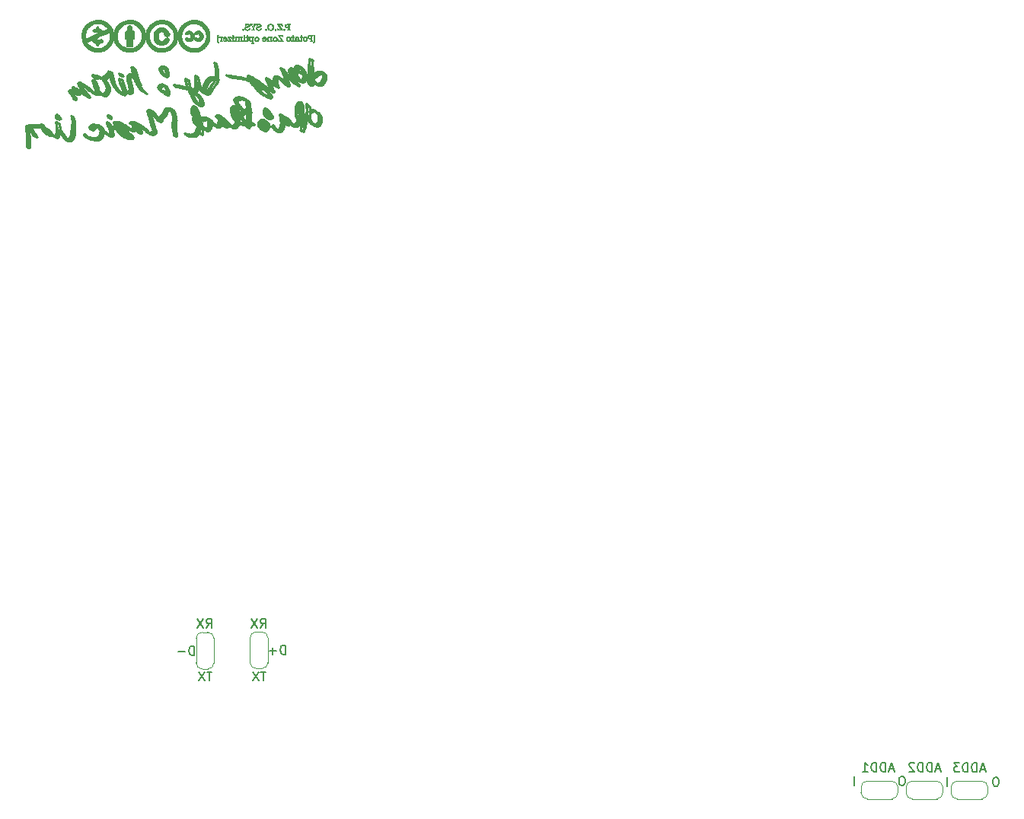
<source format=gbo>
%TF.GenerationSoftware,KiCad,Pcbnew,(6.0.4)*%
%TF.CreationDate,2022-04-24T15:44:46-04:00*%
%TF.ProjectId,keeb,6b656562-2e6b-4696-9361-645f70636258,rev?*%
%TF.SameCoordinates,Original*%
%TF.FileFunction,Legend,Bot*%
%TF.FilePolarity,Positive*%
%FSLAX46Y46*%
G04 Gerber Fmt 4.6, Leading zero omitted, Abs format (unit mm)*
G04 Created by KiCad (PCBNEW (6.0.4)) date 2022-04-24 15:44:46*
%MOMM*%
%LPD*%
G01*
G04 APERTURE LIST*
G04 Aperture macros list*
%AMFreePoly0*
4,1,22,0.550000,-0.750000,0.000000,-0.750000,0.000000,-0.745033,-0.079941,-0.743568,-0.215256,-0.701293,-0.333266,-0.622738,-0.424486,-0.514219,-0.481581,-0.384460,-0.499164,-0.250000,-0.500000,-0.250000,-0.500000,0.250000,-0.499164,0.250000,-0.499963,0.256109,-0.478152,0.396186,-0.417904,0.524511,-0.324060,0.630769,-0.204165,0.706417,-0.067858,0.745374,0.000000,0.744959,0.000000,0.750000,
0.550000,0.750000,0.550000,-0.750000,0.550000,-0.750000,$1*%
%AMFreePoly1*
4,1,20,0.000000,0.744959,0.073905,0.744508,0.209726,0.703889,0.328688,0.626782,0.421226,0.519385,0.479903,0.390333,0.500000,0.250000,0.500000,-0.250000,0.499851,-0.262216,0.476331,-0.402017,0.414519,-0.529596,0.319384,-0.634700,0.198574,-0.708877,0.061801,-0.746166,0.000000,-0.745033,0.000000,-0.750000,-0.550000,-0.750000,-0.550000,0.750000,0.000000,0.750000,0.000000,0.744959,
0.000000,0.744959,$1*%
G04 Aperture macros list end*
%ADD10C,0.150000*%
%ADD11C,0.050000*%
%ADD12C,0.120000*%
%ADD13C,0.250000*%
%ADD14C,0.200000*%
%ADD15C,0.400000*%
%ADD16C,4.000000*%
%ADD17C,2.500000*%
%ADD18C,1.727200*%
%ADD19C,3.505200*%
%ADD20O,1.600000X2.000000*%
%ADD21C,2.700000*%
%ADD22R,1.700000X1.700000*%
%ADD23C,1.700000*%
%ADD24C,1.600000*%
%ADD25O,1.601600X3.101600*%
%ADD26O,3.101600X1.601600*%
%ADD27C,0.650000*%
%ADD28O,0.950000X0.650000*%
%ADD29O,0.800000X1.400000*%
%ADD30FreePoly0,0.000000*%
%ADD31R,1.000000X1.500000*%
%ADD32FreePoly1,0.000000*%
%ADD33FreePoly0,270.000000*%
%ADD34R,1.500000X1.000000*%
%ADD35FreePoly1,270.000000*%
%ADD36FreePoly0,180.000000*%
%ADD37FreePoly1,180.000000*%
G04 APERTURE END LIST*
D10*
X199995238Y-150902380D02*
X199804761Y-150902380D01*
X199709523Y-150950000D01*
X199614285Y-151045238D01*
X199566666Y-151235714D01*
X199566666Y-151569047D01*
X199614285Y-151759523D01*
X199709523Y-151854761D01*
X199804761Y-151902380D01*
X199995238Y-151902380D01*
X200090476Y-151854761D01*
X200185714Y-151759523D01*
X200233333Y-151569047D01*
X200233333Y-151235714D01*
X200185714Y-151045238D01*
X200090476Y-150950000D01*
X199995238Y-150902380D01*
X112711904Y-139152380D02*
X112140476Y-139152380D01*
X112426190Y-140152380D02*
X112426190Y-139152380D01*
X111902380Y-139152380D02*
X111235714Y-140152380D01*
X111235714Y-139152380D02*
X111902380Y-140152380D01*
X198664285Y-150011666D02*
X198188095Y-150011666D01*
X198759523Y-150297380D02*
X198426190Y-149297380D01*
X198092857Y-150297380D01*
X197759523Y-150297380D02*
X197759523Y-149297380D01*
X197521428Y-149297380D01*
X197378571Y-149345000D01*
X197283333Y-149440238D01*
X197235714Y-149535476D01*
X197188095Y-149725952D01*
X197188095Y-149868809D01*
X197235714Y-150059285D01*
X197283333Y-150154523D01*
X197378571Y-150249761D01*
X197521428Y-150297380D01*
X197759523Y-150297380D01*
X196759523Y-150297380D02*
X196759523Y-149297380D01*
X196521428Y-149297380D01*
X196378571Y-149345000D01*
X196283333Y-149440238D01*
X196235714Y-149535476D01*
X196188095Y-149725952D01*
X196188095Y-149868809D01*
X196235714Y-150059285D01*
X196283333Y-150154523D01*
X196378571Y-150249761D01*
X196521428Y-150297380D01*
X196759523Y-150297380D01*
X195854761Y-149297380D02*
X195235714Y-149297380D01*
X195569047Y-149678333D01*
X195426190Y-149678333D01*
X195330952Y-149725952D01*
X195283333Y-149773571D01*
X195235714Y-149868809D01*
X195235714Y-150106904D01*
X195283333Y-150202142D01*
X195330952Y-150249761D01*
X195426190Y-150297380D01*
X195711904Y-150297380D01*
X195807142Y-150249761D01*
X195854761Y-150202142D01*
X194450000Y-151852380D02*
X194450000Y-150852380D01*
X184150000Y-151802380D02*
X184150000Y-150802380D01*
X110730952Y-137302380D02*
X110730952Y-136302380D01*
X110492857Y-136302380D01*
X110350000Y-136350000D01*
X110254761Y-136445238D01*
X110207142Y-136540476D01*
X110159523Y-136730952D01*
X110159523Y-136873809D01*
X110207142Y-137064285D01*
X110254761Y-137159523D01*
X110350000Y-137254761D01*
X110492857Y-137302380D01*
X110730952Y-137302380D01*
X109730952Y-136921428D02*
X108969047Y-136921428D01*
X189545238Y-150802380D02*
X189354761Y-150802380D01*
X189259523Y-150850000D01*
X189164285Y-150945238D01*
X189116666Y-151135714D01*
X189116666Y-151469047D01*
X189164285Y-151659523D01*
X189259523Y-151754761D01*
X189354761Y-151802380D01*
X189545238Y-151802380D01*
X189640476Y-151754761D01*
X189735714Y-151659523D01*
X189783333Y-151469047D01*
X189783333Y-151135714D01*
X189735714Y-150945238D01*
X189640476Y-150850000D01*
X189545238Y-150802380D01*
X118711904Y-139152380D02*
X118140476Y-139152380D01*
X118426190Y-140152380D02*
X118426190Y-139152380D01*
X117902380Y-139152380D02*
X117235714Y-140152380D01*
X117235714Y-139152380D02*
X117902380Y-140152380D01*
X112116666Y-134252380D02*
X112450000Y-133776190D01*
X112688095Y-134252380D02*
X112688095Y-133252380D01*
X112307142Y-133252380D01*
X112211904Y-133300000D01*
X112164285Y-133347619D01*
X112116666Y-133442857D01*
X112116666Y-133585714D01*
X112164285Y-133680952D01*
X112211904Y-133728571D01*
X112307142Y-133776190D01*
X112688095Y-133776190D01*
X111783333Y-133252380D02*
X111116666Y-134252380D01*
X111116666Y-133252380D02*
X111783333Y-134252380D01*
X120880952Y-137202380D02*
X120880952Y-136202380D01*
X120642857Y-136202380D01*
X120500000Y-136250000D01*
X120404761Y-136345238D01*
X120357142Y-136440476D01*
X120309523Y-136630952D01*
X120309523Y-136773809D01*
X120357142Y-136964285D01*
X120404761Y-137059523D01*
X120500000Y-137154761D01*
X120642857Y-137202380D01*
X120880952Y-137202380D01*
X119880952Y-136821428D02*
X119119047Y-136821428D01*
X119500000Y-137202380D02*
X119500000Y-136440476D01*
X118116666Y-134252380D02*
X118450000Y-133776190D01*
X118688095Y-134252380D02*
X118688095Y-133252380D01*
X118307142Y-133252380D01*
X118211904Y-133300000D01*
X118164285Y-133347619D01*
X118116666Y-133442857D01*
X118116666Y-133585714D01*
X118164285Y-133680952D01*
X118211904Y-133728571D01*
X118307142Y-133776190D01*
X118688095Y-133776190D01*
X117783333Y-133252380D02*
X117116666Y-134252380D01*
X117116666Y-133252380D02*
X117783333Y-134252380D01*
X188514285Y-149966666D02*
X188038095Y-149966666D01*
X188609523Y-150252380D02*
X188276190Y-149252380D01*
X187942857Y-150252380D01*
X187609523Y-150252380D02*
X187609523Y-149252380D01*
X187371428Y-149252380D01*
X187228571Y-149300000D01*
X187133333Y-149395238D01*
X187085714Y-149490476D01*
X187038095Y-149680952D01*
X187038095Y-149823809D01*
X187085714Y-150014285D01*
X187133333Y-150109523D01*
X187228571Y-150204761D01*
X187371428Y-150252380D01*
X187609523Y-150252380D01*
X186609523Y-150252380D02*
X186609523Y-149252380D01*
X186371428Y-149252380D01*
X186228571Y-149300000D01*
X186133333Y-149395238D01*
X186085714Y-149490476D01*
X186038095Y-149680952D01*
X186038095Y-149823809D01*
X186085714Y-150014285D01*
X186133333Y-150109523D01*
X186228571Y-150204761D01*
X186371428Y-150252380D01*
X186609523Y-150252380D01*
X185085714Y-150252380D02*
X185657142Y-150252380D01*
X185371428Y-150252380D02*
X185371428Y-149252380D01*
X185466666Y-149395238D01*
X185561904Y-149490476D01*
X185657142Y-149538095D01*
X193664285Y-149966666D02*
X193188095Y-149966666D01*
X193759523Y-150252380D02*
X193426190Y-149252380D01*
X193092857Y-150252380D01*
X192759523Y-150252380D02*
X192759523Y-149252380D01*
X192521428Y-149252380D01*
X192378571Y-149300000D01*
X192283333Y-149395238D01*
X192235714Y-149490476D01*
X192188095Y-149680952D01*
X192188095Y-149823809D01*
X192235714Y-150014285D01*
X192283333Y-150109523D01*
X192378571Y-150204761D01*
X192521428Y-150252380D01*
X192759523Y-150252380D01*
X191759523Y-150252380D02*
X191759523Y-149252380D01*
X191521428Y-149252380D01*
X191378571Y-149300000D01*
X191283333Y-149395238D01*
X191235714Y-149490476D01*
X191188095Y-149680952D01*
X191188095Y-149823809D01*
X191235714Y-150014285D01*
X191283333Y-150109523D01*
X191378571Y-150204761D01*
X191521428Y-150252380D01*
X191759523Y-150252380D01*
X190807142Y-149347619D02*
X190759523Y-149300000D01*
X190664285Y-149252380D01*
X190426190Y-149252380D01*
X190330952Y-149300000D01*
X190283333Y-149347619D01*
X190235714Y-149442857D01*
X190235714Y-149538095D01*
X190283333Y-149680952D01*
X190854761Y-150252380D01*
X190235714Y-150252380D01*
%TO.C,pzo*%
G36*
X113531143Y-68508068D02*
G01*
X113535431Y-68508255D01*
X113539746Y-68508568D01*
X113544087Y-68509006D01*
X113548451Y-68509570D01*
X113552834Y-68510260D01*
X113557234Y-68511076D01*
X113561649Y-68512019D01*
X113566076Y-68513088D01*
X113570511Y-68514285D01*
X113574952Y-68515609D01*
X113579397Y-68517060D01*
X113583843Y-68518640D01*
X113588286Y-68520347D01*
X113592725Y-68522183D01*
X113597156Y-68524147D01*
X113601370Y-68525933D01*
X113605220Y-68527643D01*
X113608798Y-68529339D01*
X113612196Y-68531083D01*
X113615505Y-68532937D01*
X113618816Y-68534962D01*
X113622221Y-68537221D01*
X113625812Y-68539776D01*
X113629679Y-68542688D01*
X113633915Y-68546019D01*
X113638610Y-68549832D01*
X113643856Y-68554187D01*
X113656368Y-68564774D01*
X113672180Y-68578276D01*
X113672790Y-68578704D01*
X113673517Y-68579250D01*
X113675299Y-68580667D01*
X113677487Y-68582470D01*
X113680040Y-68584606D01*
X113686075Y-68589655D01*
X113689477Y-68592457D01*
X113693081Y-68595372D01*
X113693081Y-68516554D01*
X113726311Y-68516554D01*
X113747970Y-68520639D01*
X113767593Y-68524097D01*
X113785765Y-68527014D01*
X113803074Y-68529476D01*
X113820106Y-68531569D01*
X113837447Y-68533380D01*
X113855686Y-68534993D01*
X113875408Y-68536495D01*
X113875408Y-68565935D01*
X113851673Y-68567841D01*
X113842356Y-68569071D01*
X113833930Y-68570583D01*
X113830038Y-68571460D01*
X113826353Y-68572427D01*
X113822872Y-68573489D01*
X113819588Y-68574653D01*
X113816497Y-68575925D01*
X113813593Y-68577311D01*
X113810872Y-68578818D01*
X113808329Y-68580453D01*
X113805958Y-68582220D01*
X113803755Y-68584127D01*
X113801715Y-68586180D01*
X113799833Y-68588386D01*
X113798103Y-68590749D01*
X113796521Y-68593278D01*
X113795082Y-68595978D01*
X113793781Y-68598855D01*
X113792612Y-68601916D01*
X113791571Y-68605166D01*
X113790653Y-68608614D01*
X113789853Y-68612263D01*
X113789166Y-68616122D01*
X113788586Y-68620196D01*
X113787730Y-68629014D01*
X113787246Y-68638768D01*
X113787094Y-68649510D01*
X113787094Y-68881220D01*
X113787301Y-68891010D01*
X113787930Y-68900102D01*
X113788993Y-68908510D01*
X113790503Y-68916252D01*
X113792472Y-68923343D01*
X113793632Y-68926649D01*
X113794911Y-68929799D01*
X113796311Y-68932793D01*
X113797833Y-68935635D01*
X113799479Y-68938325D01*
X113801250Y-68940867D01*
X113803148Y-68943262D01*
X113805174Y-68945512D01*
X113807330Y-68947618D01*
X113809618Y-68949584D01*
X113812038Y-68951411D01*
X113814593Y-68953100D01*
X113817284Y-68954655D01*
X113820113Y-68956076D01*
X113823080Y-68957366D01*
X113826188Y-68958527D01*
X113829437Y-68959560D01*
X113832831Y-68960469D01*
X113840054Y-68961917D01*
X113847870Y-68962889D01*
X113872558Y-68964794D01*
X113872558Y-68994232D01*
X113607609Y-68994232D01*
X113607609Y-68964794D01*
X113632297Y-68962889D01*
X113636279Y-68962462D01*
X113640112Y-68961918D01*
X113643796Y-68961254D01*
X113647334Y-68960469D01*
X113650727Y-68959561D01*
X113653977Y-68958527D01*
X113657084Y-68957367D01*
X113660051Y-68956077D01*
X113662880Y-68954655D01*
X113665570Y-68953101D01*
X113668125Y-68951412D01*
X113670546Y-68949585D01*
X113672833Y-68947619D01*
X113674990Y-68945512D01*
X113677016Y-68943263D01*
X113678914Y-68940868D01*
X113680686Y-68938326D01*
X113682332Y-68935635D01*
X113683854Y-68932794D01*
X113685254Y-68929799D01*
X113686534Y-68926650D01*
X113687694Y-68923344D01*
X113688737Y-68919878D01*
X113689663Y-68916253D01*
X113690475Y-68912464D01*
X113691173Y-68908511D01*
X113691760Y-68904390D01*
X113692237Y-68900102D01*
X113692866Y-68891010D01*
X113693073Y-68881220D01*
X113693073Y-68640013D01*
X113686537Y-68632910D01*
X113680198Y-68626349D01*
X113674041Y-68620319D01*
X113668047Y-68614807D01*
X113662201Y-68609803D01*
X113656486Y-68605295D01*
X113650885Y-68601270D01*
X113645381Y-68597719D01*
X113639958Y-68594629D01*
X113634599Y-68591988D01*
X113629287Y-68589785D01*
X113624006Y-68588009D01*
X113618739Y-68586647D01*
X113613470Y-68585689D01*
X113608181Y-68585123D01*
X113602856Y-68584936D01*
X113599825Y-68584967D01*
X113596986Y-68585065D01*
X113594308Y-68585243D01*
X113591763Y-68585512D01*
X113589322Y-68585885D01*
X113586956Y-68586372D01*
X113584636Y-68586986D01*
X113582333Y-68587738D01*
X113580019Y-68588640D01*
X113577664Y-68589704D01*
X113575240Y-68590940D01*
X113572718Y-68592362D01*
X113570068Y-68593980D01*
X113567263Y-68595806D01*
X113564273Y-68597852D01*
X113561069Y-68600130D01*
X113557793Y-68602268D01*
X113554593Y-68604254D01*
X113551455Y-68606091D01*
X113548368Y-68607781D01*
X113545319Y-68609325D01*
X113542296Y-68610726D01*
X113539287Y-68611984D01*
X113536278Y-68613103D01*
X113533257Y-68614083D01*
X113530212Y-68614927D01*
X113527131Y-68615636D01*
X113524001Y-68616212D01*
X113520810Y-68616656D01*
X113517544Y-68616972D01*
X113514193Y-68617160D01*
X113510742Y-68617222D01*
X113507814Y-68617156D01*
X113504936Y-68616960D01*
X113502109Y-68616636D01*
X113499337Y-68616187D01*
X113496623Y-68615616D01*
X113493970Y-68614924D01*
X113491379Y-68614115D01*
X113488856Y-68613191D01*
X113486401Y-68612154D01*
X113484018Y-68611008D01*
X113481711Y-68609754D01*
X113479481Y-68608395D01*
X113477332Y-68606934D01*
X113475266Y-68605373D01*
X113473287Y-68603714D01*
X113471397Y-68601961D01*
X113469600Y-68600116D01*
X113467897Y-68598181D01*
X113466293Y-68596159D01*
X113464789Y-68594052D01*
X113463389Y-68591863D01*
X113462096Y-68589595D01*
X113460913Y-68587250D01*
X113459841Y-68584830D01*
X113458885Y-68582338D01*
X113458047Y-68579776D01*
X113457330Y-68577148D01*
X113456737Y-68574455D01*
X113456271Y-68571701D01*
X113455934Y-68568887D01*
X113455730Y-68566016D01*
X113455662Y-68563092D01*
X113455746Y-68560078D01*
X113455997Y-68557124D01*
X113456411Y-68554232D01*
X113456987Y-68551405D01*
X113457721Y-68548645D01*
X113458610Y-68545955D01*
X113459651Y-68543336D01*
X113460842Y-68540791D01*
X113462179Y-68538323D01*
X113463661Y-68535933D01*
X113465283Y-68533625D01*
X113467044Y-68531400D01*
X113468940Y-68529260D01*
X113470968Y-68527209D01*
X113473126Y-68525248D01*
X113475411Y-68523380D01*
X113477820Y-68521607D01*
X113480350Y-68519932D01*
X113482998Y-68518356D01*
X113485762Y-68516882D01*
X113488638Y-68515513D01*
X113491624Y-68514251D01*
X113494716Y-68513098D01*
X113497913Y-68512056D01*
X113501211Y-68511128D01*
X113504607Y-68510316D01*
X113508099Y-68509623D01*
X113511683Y-68509050D01*
X113515357Y-68508601D01*
X113519118Y-68508277D01*
X113522963Y-68508081D01*
X113526890Y-68508015D01*
X113526886Y-68508005D01*
X113531143Y-68508068D01*
G37*
D11*
X113531143Y-68508068D02*
X113535431Y-68508255D01*
X113539746Y-68508568D01*
X113544087Y-68509006D01*
X113548451Y-68509570D01*
X113552834Y-68510260D01*
X113557234Y-68511076D01*
X113561649Y-68512019D01*
X113566076Y-68513088D01*
X113570511Y-68514285D01*
X113574952Y-68515609D01*
X113579397Y-68517060D01*
X113583843Y-68518640D01*
X113588286Y-68520347D01*
X113592725Y-68522183D01*
X113597156Y-68524147D01*
X113601370Y-68525933D01*
X113605220Y-68527643D01*
X113608798Y-68529339D01*
X113612196Y-68531083D01*
X113615505Y-68532937D01*
X113618816Y-68534962D01*
X113622221Y-68537221D01*
X113625812Y-68539776D01*
X113629679Y-68542688D01*
X113633915Y-68546019D01*
X113638610Y-68549832D01*
X113643856Y-68554187D01*
X113656368Y-68564774D01*
X113672180Y-68578276D01*
X113672790Y-68578704D01*
X113673517Y-68579250D01*
X113675299Y-68580667D01*
X113677487Y-68582470D01*
X113680040Y-68584606D01*
X113686075Y-68589655D01*
X113689477Y-68592457D01*
X113693081Y-68595372D01*
X113693081Y-68516554D01*
X113726311Y-68516554D01*
X113747970Y-68520639D01*
X113767593Y-68524097D01*
X113785765Y-68527014D01*
X113803074Y-68529476D01*
X113820106Y-68531569D01*
X113837447Y-68533380D01*
X113855686Y-68534993D01*
X113875408Y-68536495D01*
X113875408Y-68565935D01*
X113851673Y-68567841D01*
X113842356Y-68569071D01*
X113833930Y-68570583D01*
X113830038Y-68571460D01*
X113826353Y-68572427D01*
X113822872Y-68573489D01*
X113819588Y-68574653D01*
X113816497Y-68575925D01*
X113813593Y-68577311D01*
X113810872Y-68578818D01*
X113808329Y-68580453D01*
X113805958Y-68582220D01*
X113803755Y-68584127D01*
X113801715Y-68586180D01*
X113799833Y-68588386D01*
X113798103Y-68590749D01*
X113796521Y-68593278D01*
X113795082Y-68595978D01*
X113793781Y-68598855D01*
X113792612Y-68601916D01*
X113791571Y-68605166D01*
X113790653Y-68608614D01*
X113789853Y-68612263D01*
X113789166Y-68616122D01*
X113788586Y-68620196D01*
X113787730Y-68629014D01*
X113787246Y-68638768D01*
X113787094Y-68649510D01*
X113787094Y-68881220D01*
X113787301Y-68891010D01*
X113787930Y-68900102D01*
X113788993Y-68908510D01*
X113790503Y-68916252D01*
X113792472Y-68923343D01*
X113793632Y-68926649D01*
X113794911Y-68929799D01*
X113796311Y-68932793D01*
X113797833Y-68935635D01*
X113799479Y-68938325D01*
X113801250Y-68940867D01*
X113803148Y-68943262D01*
X113805174Y-68945512D01*
X113807330Y-68947618D01*
X113809618Y-68949584D01*
X113812038Y-68951411D01*
X113814593Y-68953100D01*
X113817284Y-68954655D01*
X113820113Y-68956076D01*
X113823080Y-68957366D01*
X113826188Y-68958527D01*
X113829437Y-68959560D01*
X113832831Y-68960469D01*
X113840054Y-68961917D01*
X113847870Y-68962889D01*
X113872558Y-68964794D01*
X113872558Y-68994232D01*
X113607609Y-68994232D01*
X113607609Y-68964794D01*
X113632297Y-68962889D01*
X113636279Y-68962462D01*
X113640112Y-68961918D01*
X113643796Y-68961254D01*
X113647334Y-68960469D01*
X113650727Y-68959561D01*
X113653977Y-68958527D01*
X113657084Y-68957367D01*
X113660051Y-68956077D01*
X113662880Y-68954655D01*
X113665570Y-68953101D01*
X113668125Y-68951412D01*
X113670546Y-68949585D01*
X113672833Y-68947619D01*
X113674990Y-68945512D01*
X113677016Y-68943263D01*
X113678914Y-68940868D01*
X113680686Y-68938326D01*
X113682332Y-68935635D01*
X113683854Y-68932794D01*
X113685254Y-68929799D01*
X113686534Y-68926650D01*
X113687694Y-68923344D01*
X113688737Y-68919878D01*
X113689663Y-68916253D01*
X113690475Y-68912464D01*
X113691173Y-68908511D01*
X113691760Y-68904390D01*
X113692237Y-68900102D01*
X113692866Y-68891010D01*
X113693073Y-68881220D01*
X113693073Y-68640013D01*
X113686537Y-68632910D01*
X113680198Y-68626349D01*
X113674041Y-68620319D01*
X113668047Y-68614807D01*
X113662201Y-68609803D01*
X113656486Y-68605295D01*
X113650885Y-68601270D01*
X113645381Y-68597719D01*
X113639958Y-68594629D01*
X113634599Y-68591988D01*
X113629287Y-68589785D01*
X113624006Y-68588009D01*
X113618739Y-68586647D01*
X113613470Y-68585689D01*
X113608181Y-68585123D01*
X113602856Y-68584936D01*
X113599825Y-68584967D01*
X113596986Y-68585065D01*
X113594308Y-68585243D01*
X113591763Y-68585512D01*
X113589322Y-68585885D01*
X113586956Y-68586372D01*
X113584636Y-68586986D01*
X113582333Y-68587738D01*
X113580019Y-68588640D01*
X113577664Y-68589704D01*
X113575240Y-68590940D01*
X113572718Y-68592362D01*
X113570068Y-68593980D01*
X113567263Y-68595806D01*
X113564273Y-68597852D01*
X113561069Y-68600130D01*
X113557793Y-68602268D01*
X113554593Y-68604254D01*
X113551455Y-68606091D01*
X113548368Y-68607781D01*
X113545319Y-68609325D01*
X113542296Y-68610726D01*
X113539287Y-68611984D01*
X113536278Y-68613103D01*
X113533257Y-68614083D01*
X113530212Y-68614927D01*
X113527131Y-68615636D01*
X113524001Y-68616212D01*
X113520810Y-68616656D01*
X113517544Y-68616972D01*
X113514193Y-68617160D01*
X113510742Y-68617222D01*
X113507814Y-68617156D01*
X113504936Y-68616960D01*
X113502109Y-68616636D01*
X113499337Y-68616187D01*
X113496623Y-68615616D01*
X113493970Y-68614924D01*
X113491379Y-68614115D01*
X113488856Y-68613191D01*
X113486401Y-68612154D01*
X113484018Y-68611008D01*
X113481711Y-68609754D01*
X113479481Y-68608395D01*
X113477332Y-68606934D01*
X113475266Y-68605373D01*
X113473287Y-68603714D01*
X113471397Y-68601961D01*
X113469600Y-68600116D01*
X113467897Y-68598181D01*
X113466293Y-68596159D01*
X113464789Y-68594052D01*
X113463389Y-68591863D01*
X113462096Y-68589595D01*
X113460913Y-68587250D01*
X113459841Y-68584830D01*
X113458885Y-68582338D01*
X113458047Y-68579776D01*
X113457330Y-68577148D01*
X113456737Y-68574455D01*
X113456271Y-68571701D01*
X113455934Y-68568887D01*
X113455730Y-68566016D01*
X113455662Y-68563092D01*
X113455746Y-68560078D01*
X113455997Y-68557124D01*
X113456411Y-68554232D01*
X113456987Y-68551405D01*
X113457721Y-68548645D01*
X113458610Y-68545955D01*
X113459651Y-68543336D01*
X113460842Y-68540791D01*
X113462179Y-68538323D01*
X113463661Y-68535933D01*
X113465283Y-68533625D01*
X113467044Y-68531400D01*
X113468940Y-68529260D01*
X113470968Y-68527209D01*
X113473126Y-68525248D01*
X113475411Y-68523380D01*
X113477820Y-68521607D01*
X113480350Y-68519932D01*
X113482998Y-68518356D01*
X113485762Y-68516882D01*
X113488638Y-68515513D01*
X113491624Y-68514251D01*
X113494716Y-68513098D01*
X113497913Y-68512056D01*
X113501211Y-68511128D01*
X113504607Y-68510316D01*
X113508099Y-68509623D01*
X113511683Y-68509050D01*
X113515357Y-68508601D01*
X113519118Y-68508277D01*
X113522963Y-68508081D01*
X113526890Y-68508015D01*
X113526886Y-68508005D01*
X113531143Y-68508068D01*
G36*
X120522819Y-68323775D02*
G01*
X120594993Y-68502304D01*
X120562702Y-68513699D01*
X120547648Y-68493716D01*
X120532668Y-68475418D01*
X120517662Y-68458749D01*
X120502529Y-68443656D01*
X120494885Y-68436682D01*
X120487172Y-68430082D01*
X120479379Y-68423849D01*
X120471491Y-68417975D01*
X120463498Y-68412455D01*
X120455386Y-68407280D01*
X120447143Y-68402445D01*
X120438758Y-68397942D01*
X120430216Y-68393765D01*
X120421507Y-68389906D01*
X120412617Y-68386360D01*
X120403534Y-68383119D01*
X120394246Y-68380176D01*
X120384740Y-68377525D01*
X120375004Y-68375159D01*
X120365025Y-68373071D01*
X120344290Y-68369701D01*
X120322436Y-68367361D01*
X120299363Y-68365998D01*
X120274971Y-68365555D01*
X120259260Y-68365641D01*
X120244990Y-68365953D01*
X120231649Y-68366567D01*
X120218727Y-68367564D01*
X120205713Y-68369023D01*
X120192097Y-68371020D01*
X120177366Y-68373636D01*
X120161011Y-68376950D01*
X120624428Y-68963824D01*
X120605434Y-68994211D01*
X120060348Y-68994211D01*
X119989124Y-68791941D01*
X120019512Y-68779595D01*
X120025152Y-68790993D01*
X120031014Y-68801951D01*
X120037106Y-68812474D01*
X120043440Y-68822567D01*
X120050024Y-68832235D01*
X120056870Y-68841484D01*
X120063987Y-68850318D01*
X120071386Y-68858742D01*
X120079075Y-68866763D01*
X120087067Y-68874384D01*
X120095369Y-68881611D01*
X120103993Y-68888449D01*
X120112949Y-68894904D01*
X120122247Y-68900980D01*
X120131896Y-68906683D01*
X120141907Y-68912017D01*
X120152289Y-68916988D01*
X120163054Y-68921601D01*
X120174210Y-68925862D01*
X120185769Y-68929774D01*
X120197739Y-68933345D01*
X120210131Y-68936577D01*
X120222956Y-68939478D01*
X120236223Y-68942051D01*
X120249942Y-68944302D01*
X120264123Y-68946237D01*
X120278777Y-68947859D01*
X120293913Y-68949176D01*
X120325672Y-68950909D01*
X120359482Y-68951477D01*
X120375964Y-68951393D01*
X120391113Y-68951120D01*
X120405496Y-68950630D01*
X120419681Y-68949893D01*
X120434236Y-68948878D01*
X120449726Y-68947558D01*
X120466721Y-68945902D01*
X120485786Y-68943880D01*
X120025211Y-68360808D01*
X120036617Y-68323773D01*
X120522819Y-68323775D01*
G37*
X120522819Y-68323775D02*
X120594993Y-68502304D01*
X120562702Y-68513699D01*
X120547648Y-68493716D01*
X120532668Y-68475418D01*
X120517662Y-68458749D01*
X120502529Y-68443656D01*
X120494885Y-68436682D01*
X120487172Y-68430082D01*
X120479379Y-68423849D01*
X120471491Y-68417975D01*
X120463498Y-68412455D01*
X120455386Y-68407280D01*
X120447143Y-68402445D01*
X120438758Y-68397942D01*
X120430216Y-68393765D01*
X120421507Y-68389906D01*
X120412617Y-68386360D01*
X120403534Y-68383119D01*
X120394246Y-68380176D01*
X120384740Y-68377525D01*
X120375004Y-68375159D01*
X120365025Y-68373071D01*
X120344290Y-68369701D01*
X120322436Y-68367361D01*
X120299363Y-68365998D01*
X120274971Y-68365555D01*
X120259260Y-68365641D01*
X120244990Y-68365953D01*
X120231649Y-68366567D01*
X120218727Y-68367564D01*
X120205713Y-68369023D01*
X120192097Y-68371020D01*
X120177366Y-68373636D01*
X120161011Y-68376950D01*
X120624428Y-68963824D01*
X120605434Y-68994211D01*
X120060348Y-68994211D01*
X119989124Y-68791941D01*
X120019512Y-68779595D01*
X120025152Y-68790993D01*
X120031014Y-68801951D01*
X120037106Y-68812474D01*
X120043440Y-68822567D01*
X120050024Y-68832235D01*
X120056870Y-68841484D01*
X120063987Y-68850318D01*
X120071386Y-68858742D01*
X120079075Y-68866763D01*
X120087067Y-68874384D01*
X120095369Y-68881611D01*
X120103993Y-68888449D01*
X120112949Y-68894904D01*
X120122247Y-68900980D01*
X120131896Y-68906683D01*
X120141907Y-68912017D01*
X120152289Y-68916988D01*
X120163054Y-68921601D01*
X120174210Y-68925862D01*
X120185769Y-68929774D01*
X120197739Y-68933345D01*
X120210131Y-68936577D01*
X120222956Y-68939478D01*
X120236223Y-68942051D01*
X120249942Y-68944302D01*
X120264123Y-68946237D01*
X120278777Y-68947859D01*
X120293913Y-68949176D01*
X120325672Y-68950909D01*
X120359482Y-68951477D01*
X120375964Y-68951393D01*
X120391113Y-68951120D01*
X120405496Y-68950630D01*
X120419681Y-68949893D01*
X120434236Y-68948878D01*
X120449726Y-68947558D01*
X120466721Y-68945902D01*
X120485786Y-68943880D01*
X120025211Y-68360808D01*
X120036617Y-68323773D01*
X120522819Y-68323775D01*
G36*
X114363218Y-68687887D02*
G01*
X114365686Y-68699993D01*
X114367624Y-68712380D01*
X114369023Y-68725036D01*
X114369870Y-68737950D01*
X114370155Y-68751110D01*
X114369873Y-68763458D01*
X114369035Y-68775767D01*
X114367653Y-68788007D01*
X114365738Y-68800151D01*
X114363303Y-68812168D01*
X114360360Y-68824030D01*
X114356920Y-68835708D01*
X114352995Y-68847172D01*
X114348598Y-68858395D01*
X114343740Y-68869346D01*
X114338433Y-68879998D01*
X114332688Y-68890320D01*
X114326519Y-68900285D01*
X114319937Y-68909862D01*
X114312953Y-68919024D01*
X114305580Y-68927740D01*
X114297091Y-68936851D01*
X114288226Y-68945368D01*
X114278989Y-68953294D01*
X114269385Y-68960628D01*
X114259418Y-68967372D01*
X114249092Y-68973525D01*
X114238412Y-68979090D01*
X114227382Y-68984065D01*
X114216005Y-68988453D01*
X114204287Y-68992253D01*
X114192232Y-68995467D01*
X114179843Y-68998095D01*
X114167126Y-69000138D01*
X114154084Y-69001596D01*
X114140722Y-69002471D01*
X114127045Y-69002762D01*
X114110400Y-69002327D01*
X114094388Y-69001009D01*
X114078985Y-68998791D01*
X114064169Y-68995656D01*
X114049917Y-68991588D01*
X114036205Y-68986568D01*
X114023012Y-68980579D01*
X114010314Y-68973605D01*
X113998089Y-68965628D01*
X113986313Y-68956631D01*
X113974965Y-68946596D01*
X113964020Y-68935507D01*
X113953457Y-68923346D01*
X113943253Y-68910096D01*
X113933384Y-68895740D01*
X113923828Y-68880261D01*
X113956112Y-68864115D01*
X113963029Y-68875870D01*
X113970140Y-68886796D01*
X113977462Y-68896901D01*
X113985009Y-68906195D01*
X113992796Y-68914690D01*
X114000837Y-68922393D01*
X114004958Y-68925952D01*
X114009148Y-68929317D01*
X114013410Y-68932488D01*
X114017744Y-68935469D01*
X114022154Y-68938259D01*
X114026640Y-68940860D01*
X114031205Y-68943274D01*
X114035851Y-68945501D01*
X114040579Y-68947543D01*
X114045391Y-68949401D01*
X114050289Y-68951076D01*
X114055276Y-68952569D01*
X114060352Y-68953882D01*
X114065520Y-68955016D01*
X114070782Y-68955972D01*
X114076139Y-68956752D01*
X114087147Y-68957786D01*
X114098560Y-68958128D01*
X114111421Y-68957733D01*
X114123807Y-68956547D01*
X114135716Y-68954571D01*
X114147141Y-68951807D01*
X114158078Y-68948255D01*
X114168522Y-68943916D01*
X114178469Y-68938792D01*
X114187913Y-68932883D01*
X114196850Y-68926190D01*
X114205275Y-68918714D01*
X114213183Y-68910456D01*
X114220570Y-68901416D01*
X114227430Y-68891597D01*
X114233759Y-68880999D01*
X114239552Y-68869622D01*
X114244804Y-68857468D01*
X114247461Y-68850898D01*
X114249900Y-68844082D01*
X114252127Y-68836997D01*
X114254149Y-68829618D01*
X114255972Y-68821920D01*
X114257603Y-68813881D01*
X114259048Y-68805475D01*
X114260314Y-68796678D01*
X114261406Y-68787466D01*
X114262332Y-68777814D01*
X114263098Y-68767699D01*
X114263711Y-68757097D01*
X114264176Y-68745982D01*
X114264500Y-68734331D01*
X114264751Y-68709324D01*
X113923836Y-68709324D01*
X113924165Y-68698882D01*
X113924766Y-68688927D01*
X113925653Y-68679422D01*
X113926831Y-68670391D01*
X114025448Y-68670391D01*
X114261909Y-68670391D01*
X114259355Y-68655949D01*
X114256768Y-68643403D01*
X114255422Y-68637744D01*
X114254020Y-68632443D01*
X114252547Y-68627461D01*
X114250985Y-68622761D01*
X114249320Y-68618302D01*
X114247535Y-68614046D01*
X114245614Y-68609956D01*
X114243542Y-68605991D01*
X114241302Y-68602115D01*
X114238878Y-68598286D01*
X114236256Y-68594469D01*
X114233417Y-68590622D01*
X114229432Y-68585431D01*
X114225223Y-68580555D01*
X114220792Y-68575998D01*
X114216139Y-68571762D01*
X114211264Y-68567850D01*
X114206169Y-68564265D01*
X114200854Y-68561009D01*
X114195319Y-68558084D01*
X114189565Y-68555493D01*
X114183593Y-68553240D01*
X114177403Y-68551326D01*
X114170996Y-68549754D01*
X114164372Y-68548527D01*
X114157532Y-68547647D01*
X114150477Y-68547117D01*
X114143207Y-68546940D01*
X114143204Y-68546940D01*
X114136547Y-68547079D01*
X114130046Y-68547494D01*
X114123704Y-68548182D01*
X114117525Y-68549138D01*
X114111512Y-68550359D01*
X114105669Y-68551842D01*
X114099999Y-68553583D01*
X114094507Y-68555578D01*
X114089196Y-68557823D01*
X114084070Y-68560316D01*
X114079131Y-68563052D01*
X114074385Y-68566029D01*
X114069835Y-68569241D01*
X114065484Y-68572686D01*
X114061336Y-68576361D01*
X114057395Y-68580261D01*
X114053664Y-68584383D01*
X114050147Y-68588723D01*
X114046848Y-68593278D01*
X114043771Y-68598044D01*
X114040918Y-68603017D01*
X114038294Y-68608194D01*
X114035903Y-68613572D01*
X114033748Y-68619147D01*
X114031833Y-68624914D01*
X114030161Y-68630871D01*
X114028736Y-68637014D01*
X114027562Y-68643339D01*
X114026642Y-68649843D01*
X114025981Y-68656522D01*
X114025582Y-68663373D01*
X114025448Y-68670391D01*
X113926831Y-68670391D01*
X113926839Y-68670331D01*
X113928339Y-68661617D01*
X113930165Y-68653243D01*
X113932331Y-68645174D01*
X113934852Y-68637371D01*
X113937740Y-68629800D01*
X113941010Y-68622422D01*
X113944676Y-68615201D01*
X113948750Y-68608101D01*
X113953247Y-68601085D01*
X113958181Y-68594117D01*
X113963566Y-68587159D01*
X113969414Y-68580176D01*
X113977029Y-68571746D01*
X113985109Y-68563800D01*
X113993636Y-68556347D01*
X114002593Y-68549394D01*
X114011964Y-68542950D01*
X114021732Y-68537023D01*
X114031879Y-68531621D01*
X114042389Y-68526753D01*
X114053244Y-68522426D01*
X114064429Y-68518650D01*
X114075926Y-68515432D01*
X114087717Y-68512780D01*
X114099787Y-68510704D01*
X114112118Y-68509210D01*
X114124694Y-68508308D01*
X114137497Y-68508005D01*
X114150021Y-68508301D01*
X114162318Y-68509179D01*
X114174377Y-68510630D01*
X114186186Y-68512641D01*
X114197735Y-68515202D01*
X114209011Y-68518301D01*
X114220005Y-68521928D01*
X114230704Y-68526070D01*
X114241098Y-68530717D01*
X114251175Y-68535858D01*
X114260924Y-68541480D01*
X114270335Y-68547574D01*
X114279395Y-68554128D01*
X114288094Y-68561131D01*
X114296420Y-68568570D01*
X114304363Y-68576437D01*
X114311911Y-68584718D01*
X114319053Y-68593403D01*
X114325778Y-68602480D01*
X114332075Y-68611939D01*
X114337932Y-68621768D01*
X114343338Y-68631956D01*
X114348282Y-68642491D01*
X114352754Y-68653364D01*
X114356741Y-68664561D01*
X114358509Y-68670391D01*
X114360233Y-68676073D01*
X114363218Y-68687887D01*
G37*
X114363218Y-68687887D02*
X114365686Y-68699993D01*
X114367624Y-68712380D01*
X114369023Y-68725036D01*
X114369870Y-68737950D01*
X114370155Y-68751110D01*
X114369873Y-68763458D01*
X114369035Y-68775767D01*
X114367653Y-68788007D01*
X114365738Y-68800151D01*
X114363303Y-68812168D01*
X114360360Y-68824030D01*
X114356920Y-68835708D01*
X114352995Y-68847172D01*
X114348598Y-68858395D01*
X114343740Y-68869346D01*
X114338433Y-68879998D01*
X114332688Y-68890320D01*
X114326519Y-68900285D01*
X114319937Y-68909862D01*
X114312953Y-68919024D01*
X114305580Y-68927740D01*
X114297091Y-68936851D01*
X114288226Y-68945368D01*
X114278989Y-68953294D01*
X114269385Y-68960628D01*
X114259418Y-68967372D01*
X114249092Y-68973525D01*
X114238412Y-68979090D01*
X114227382Y-68984065D01*
X114216005Y-68988453D01*
X114204287Y-68992253D01*
X114192232Y-68995467D01*
X114179843Y-68998095D01*
X114167126Y-69000138D01*
X114154084Y-69001596D01*
X114140722Y-69002471D01*
X114127045Y-69002762D01*
X114110400Y-69002327D01*
X114094388Y-69001009D01*
X114078985Y-68998791D01*
X114064169Y-68995656D01*
X114049917Y-68991588D01*
X114036205Y-68986568D01*
X114023012Y-68980579D01*
X114010314Y-68973605D01*
X113998089Y-68965628D01*
X113986313Y-68956631D01*
X113974965Y-68946596D01*
X113964020Y-68935507D01*
X113953457Y-68923346D01*
X113943253Y-68910096D01*
X113933384Y-68895740D01*
X113923828Y-68880261D01*
X113956112Y-68864115D01*
X113963029Y-68875870D01*
X113970140Y-68886796D01*
X113977462Y-68896901D01*
X113985009Y-68906195D01*
X113992796Y-68914690D01*
X114000837Y-68922393D01*
X114004958Y-68925952D01*
X114009148Y-68929317D01*
X114013410Y-68932488D01*
X114017744Y-68935469D01*
X114022154Y-68938259D01*
X114026640Y-68940860D01*
X114031205Y-68943274D01*
X114035851Y-68945501D01*
X114040579Y-68947543D01*
X114045391Y-68949401D01*
X114050289Y-68951076D01*
X114055276Y-68952569D01*
X114060352Y-68953882D01*
X114065520Y-68955016D01*
X114070782Y-68955972D01*
X114076139Y-68956752D01*
X114087147Y-68957786D01*
X114098560Y-68958128D01*
X114111421Y-68957733D01*
X114123807Y-68956547D01*
X114135716Y-68954571D01*
X114147141Y-68951807D01*
X114158078Y-68948255D01*
X114168522Y-68943916D01*
X114178469Y-68938792D01*
X114187913Y-68932883D01*
X114196850Y-68926190D01*
X114205275Y-68918714D01*
X114213183Y-68910456D01*
X114220570Y-68901416D01*
X114227430Y-68891597D01*
X114233759Y-68880999D01*
X114239552Y-68869622D01*
X114244804Y-68857468D01*
X114247461Y-68850898D01*
X114249900Y-68844082D01*
X114252127Y-68836997D01*
X114254149Y-68829618D01*
X114255972Y-68821920D01*
X114257603Y-68813881D01*
X114259048Y-68805475D01*
X114260314Y-68796678D01*
X114261406Y-68787466D01*
X114262332Y-68777814D01*
X114263098Y-68767699D01*
X114263711Y-68757097D01*
X114264176Y-68745982D01*
X114264500Y-68734331D01*
X114264751Y-68709324D01*
X113923836Y-68709324D01*
X113924165Y-68698882D01*
X113924766Y-68688927D01*
X113925653Y-68679422D01*
X113926831Y-68670391D01*
X114025448Y-68670391D01*
X114261909Y-68670391D01*
X114259355Y-68655949D01*
X114256768Y-68643403D01*
X114255422Y-68637744D01*
X114254020Y-68632443D01*
X114252547Y-68627461D01*
X114250985Y-68622761D01*
X114249320Y-68618302D01*
X114247535Y-68614046D01*
X114245614Y-68609956D01*
X114243542Y-68605991D01*
X114241302Y-68602115D01*
X114238878Y-68598286D01*
X114236256Y-68594469D01*
X114233417Y-68590622D01*
X114229432Y-68585431D01*
X114225223Y-68580555D01*
X114220792Y-68575998D01*
X114216139Y-68571762D01*
X114211264Y-68567850D01*
X114206169Y-68564265D01*
X114200854Y-68561009D01*
X114195319Y-68558084D01*
X114189565Y-68555493D01*
X114183593Y-68553240D01*
X114177403Y-68551326D01*
X114170996Y-68549754D01*
X114164372Y-68548527D01*
X114157532Y-68547647D01*
X114150477Y-68547117D01*
X114143207Y-68546940D01*
X114143204Y-68546940D01*
X114136547Y-68547079D01*
X114130046Y-68547494D01*
X114123704Y-68548182D01*
X114117525Y-68549138D01*
X114111512Y-68550359D01*
X114105669Y-68551842D01*
X114099999Y-68553583D01*
X114094507Y-68555578D01*
X114089196Y-68557823D01*
X114084070Y-68560316D01*
X114079131Y-68563052D01*
X114074385Y-68566029D01*
X114069835Y-68569241D01*
X114065484Y-68572686D01*
X114061336Y-68576361D01*
X114057395Y-68580261D01*
X114053664Y-68584383D01*
X114050147Y-68588723D01*
X114046848Y-68593278D01*
X114043771Y-68598044D01*
X114040918Y-68603017D01*
X114038294Y-68608194D01*
X114035903Y-68613572D01*
X114033748Y-68619147D01*
X114031833Y-68624914D01*
X114030161Y-68630871D01*
X114028736Y-68637014D01*
X114027562Y-68643339D01*
X114026642Y-68649843D01*
X114025981Y-68656522D01*
X114025582Y-68663373D01*
X114025448Y-68670391D01*
X113926831Y-68670391D01*
X113926839Y-68670331D01*
X113928339Y-68661617D01*
X113930165Y-68653243D01*
X113932331Y-68645174D01*
X113934852Y-68637371D01*
X113937740Y-68629800D01*
X113941010Y-68622422D01*
X113944676Y-68615201D01*
X113948750Y-68608101D01*
X113953247Y-68601085D01*
X113958181Y-68594117D01*
X113963566Y-68587159D01*
X113969414Y-68580176D01*
X113977029Y-68571746D01*
X113985109Y-68563800D01*
X113993636Y-68556347D01*
X114002593Y-68549394D01*
X114011964Y-68542950D01*
X114021732Y-68537023D01*
X114031879Y-68531621D01*
X114042389Y-68526753D01*
X114053244Y-68522426D01*
X114064429Y-68518650D01*
X114075926Y-68515432D01*
X114087717Y-68512780D01*
X114099787Y-68510704D01*
X114112118Y-68509210D01*
X114124694Y-68508308D01*
X114137497Y-68508005D01*
X114150021Y-68508301D01*
X114162318Y-68509179D01*
X114174377Y-68510630D01*
X114186186Y-68512641D01*
X114197735Y-68515202D01*
X114209011Y-68518301D01*
X114220005Y-68521928D01*
X114230704Y-68526070D01*
X114241098Y-68530717D01*
X114251175Y-68535858D01*
X114260924Y-68541480D01*
X114270335Y-68547574D01*
X114279395Y-68554128D01*
X114288094Y-68561131D01*
X114296420Y-68568570D01*
X114304363Y-68576437D01*
X114311911Y-68584718D01*
X114319053Y-68593403D01*
X114325778Y-68602480D01*
X114332075Y-68611939D01*
X114337932Y-68621768D01*
X114343338Y-68631956D01*
X114348282Y-68642491D01*
X114352754Y-68653364D01*
X114356741Y-68664561D01*
X114358509Y-68670391D01*
X114360233Y-68676073D01*
X114363218Y-68687887D01*
G36*
X122380398Y-68881209D02*
G01*
X122380213Y-68887789D01*
X122379664Y-68894246D01*
X122378757Y-68900574D01*
X122377501Y-68906767D01*
X122375901Y-68912820D01*
X122373966Y-68918727D01*
X122371702Y-68924483D01*
X122369117Y-68930082D01*
X122366218Y-68935518D01*
X122363012Y-68940786D01*
X122359506Y-68945880D01*
X122355707Y-68950794D01*
X122351624Y-68955524D01*
X122347262Y-68960063D01*
X122342629Y-68964405D01*
X122337733Y-68968546D01*
X122332580Y-68972479D01*
X122327178Y-68976199D01*
X122321534Y-68979700D01*
X122315655Y-68982977D01*
X122309548Y-68986024D01*
X122303221Y-68988836D01*
X122296681Y-68991406D01*
X122289934Y-68993729D01*
X122282989Y-68995801D01*
X122275852Y-68997614D01*
X122268530Y-68999164D01*
X122261032Y-69000444D01*
X122253363Y-69001450D01*
X122245531Y-69002175D01*
X122237544Y-69002614D01*
X122229408Y-69002762D01*
X122217083Y-69002525D01*
X122205153Y-69001798D01*
X122193566Y-69000556D01*
X122182264Y-68998777D01*
X122171194Y-68996436D01*
X122160301Y-68993509D01*
X122149529Y-68989973D01*
X122138823Y-68985804D01*
X122128129Y-68980977D01*
X122117391Y-68975470D01*
X122106555Y-68969258D01*
X122095565Y-68962317D01*
X122084367Y-68954624D01*
X122072906Y-68946155D01*
X122061126Y-68936886D01*
X122048973Y-68926792D01*
X122045295Y-68936400D01*
X122043322Y-68940941D01*
X122041257Y-68945308D01*
X122039098Y-68949504D01*
X122036844Y-68953529D01*
X122034493Y-68957385D01*
X122032042Y-68961073D01*
X122029491Y-68964595D01*
X122026837Y-68967951D01*
X122024078Y-68971144D01*
X122021213Y-68974174D01*
X122018240Y-68977043D01*
X122015157Y-68979753D01*
X122011963Y-68982304D01*
X122008654Y-68984698D01*
X122005231Y-68986936D01*
X122001691Y-68989020D01*
X121998031Y-68990952D01*
X121994251Y-68992731D01*
X121990348Y-68994361D01*
X121986321Y-68995842D01*
X121982168Y-68997175D01*
X121977887Y-68998362D01*
X121973476Y-68999404D01*
X121968934Y-69000303D01*
X121964258Y-69001060D01*
X121959447Y-69001677D01*
X121949413Y-69002493D01*
X121938816Y-69002762D01*
X121931006Y-69002627D01*
X121923435Y-69002219D01*
X121916091Y-69001533D01*
X121908967Y-69000562D01*
X121902053Y-68999302D01*
X121895340Y-68997747D01*
X121888818Y-68995891D01*
X121882479Y-68993730D01*
X121876312Y-68991257D01*
X121870309Y-68988468D01*
X121864460Y-68985356D01*
X121858756Y-68981917D01*
X121853189Y-68978145D01*
X121847747Y-68974035D01*
X121842423Y-68969581D01*
X121837208Y-68964777D01*
X121856205Y-68939137D01*
X121859278Y-68941782D01*
X121862237Y-68944190D01*
X121865099Y-68946369D01*
X121867881Y-68948330D01*
X121870597Y-68950081D01*
X121873265Y-68951631D01*
X121875900Y-68952990D01*
X121878519Y-68954166D01*
X121881139Y-68955170D01*
X121883774Y-68956010D01*
X121886442Y-68956696D01*
X121889159Y-68957236D01*
X121891941Y-68957640D01*
X121894803Y-68957917D01*
X121897763Y-68958077D01*
X121900837Y-68958128D01*
X121904667Y-68958013D01*
X121908405Y-68957671D01*
X121912041Y-68957104D01*
X121915569Y-68956315D01*
X121918980Y-68955307D01*
X121922265Y-68954083D01*
X121925416Y-68952646D01*
X121928426Y-68950999D01*
X121931286Y-68949144D01*
X121933988Y-68947084D01*
X121936524Y-68944823D01*
X121938885Y-68942362D01*
X121941064Y-68939706D01*
X121943052Y-68936857D01*
X121944841Y-68933817D01*
X121946422Y-68930590D01*
X121947663Y-68928017D01*
X121948807Y-68925433D01*
X121949855Y-68922791D01*
X121950810Y-68920045D01*
X121951676Y-68917150D01*
X121952453Y-68914058D01*
X121953145Y-68910724D01*
X121953754Y-68907102D01*
X121954283Y-68903145D01*
X121954733Y-68898809D01*
X121955107Y-68894045D01*
X121955408Y-68888810D01*
X121955636Y-68883110D01*
X122048881Y-68883110D01*
X122059214Y-68892513D01*
X122069207Y-68901181D01*
X122078901Y-68909131D01*
X122088334Y-68916383D01*
X122097543Y-68922952D01*
X122106568Y-68928858D01*
X122115447Y-68934117D01*
X122124218Y-68938748D01*
X122132920Y-68942768D01*
X122141591Y-68946194D01*
X122150270Y-68949045D01*
X122158995Y-68951337D01*
X122167804Y-68953090D01*
X122176737Y-68954320D01*
X122185831Y-68955045D01*
X122195125Y-68955282D01*
X122199439Y-68955174D01*
X122203705Y-68954852D01*
X122207919Y-68954322D01*
X122212073Y-68953588D01*
X122216164Y-68952657D01*
X122220183Y-68951532D01*
X122224126Y-68950221D01*
X122227987Y-68948727D01*
X122231760Y-68947056D01*
X122235438Y-68945213D01*
X122239016Y-68943203D01*
X122242489Y-68941032D01*
X122245849Y-68938705D01*
X122249092Y-68936226D01*
X122252211Y-68933602D01*
X122255201Y-68930837D01*
X122258055Y-68927936D01*
X122260768Y-68924905D01*
X122263333Y-68921750D01*
X122265745Y-68918474D01*
X122267999Y-68915084D01*
X122270087Y-68911584D01*
X122272004Y-68907980D01*
X122273745Y-68904277D01*
X122275303Y-68900481D01*
X122276672Y-68896595D01*
X122277847Y-68892626D01*
X122278821Y-68888580D01*
X122279590Y-68884460D01*
X122280146Y-68880272D01*
X122280484Y-68876022D01*
X122280598Y-68871714D01*
X122280354Y-68865513D01*
X122279627Y-68859455D01*
X122278419Y-68853540D01*
X122276734Y-68847769D01*
X122274574Y-68842144D01*
X122271943Y-68836665D01*
X122268844Y-68831333D01*
X122265281Y-68826151D01*
X122261257Y-68821118D01*
X122256774Y-68816236D01*
X122251837Y-68811506D01*
X122246448Y-68806929D01*
X122240611Y-68802506D01*
X122234330Y-68798238D01*
X122227606Y-68794127D01*
X122220444Y-68790173D01*
X122212847Y-68786378D01*
X122204818Y-68782742D01*
X122196360Y-68779267D01*
X122187477Y-68775954D01*
X122178172Y-68772803D01*
X122168448Y-68769817D01*
X122158308Y-68766995D01*
X122147756Y-68764340D01*
X122136795Y-68761852D01*
X122125428Y-68759533D01*
X122113658Y-68757382D01*
X122101489Y-68755403D01*
X122088924Y-68753594D01*
X122075966Y-68751959D01*
X122048885Y-68749211D01*
X122048881Y-68749213D01*
X122048881Y-68883110D01*
X121955636Y-68883110D01*
X121955638Y-68883055D01*
X121955799Y-68876736D01*
X121955894Y-68869806D01*
X121955925Y-68862219D01*
X121955925Y-68653298D01*
X121956111Y-68642561D01*
X121956678Y-68632465D01*
X121957638Y-68622978D01*
X121959006Y-68614070D01*
X121960794Y-68605711D01*
X121963015Y-68597871D01*
X121965683Y-68590517D01*
X121968810Y-68583621D01*
X121972410Y-68577151D01*
X121976496Y-68571077D01*
X121981080Y-68565369D01*
X121986177Y-68559995D01*
X121991799Y-68554926D01*
X121997959Y-68550131D01*
X122004671Y-68545580D01*
X122011947Y-68541241D01*
X122018931Y-68537463D01*
X122026215Y-68533882D01*
X122033771Y-68530503D01*
X122041575Y-68527333D01*
X122049600Y-68524378D01*
X122057819Y-68521647D01*
X122066206Y-68519144D01*
X122074735Y-68516876D01*
X122083378Y-68514851D01*
X122092111Y-68513074D01*
X122100906Y-68511553D01*
X122109738Y-68510293D01*
X122118579Y-68509302D01*
X122127403Y-68508586D01*
X122136185Y-68508152D01*
X122144822Y-68508007D01*
X122165987Y-68508689D01*
X122186726Y-68510688D01*
X122206874Y-68513925D01*
X122226308Y-68518323D01*
X122244903Y-68523803D01*
X122262535Y-68530289D01*
X122279078Y-68537702D01*
X122294408Y-68545964D01*
X122308401Y-68555000D01*
X122320933Y-68564730D01*
X122331878Y-68575077D01*
X122341113Y-68585964D01*
X122345049Y-68591586D01*
X122348512Y-68597313D01*
X122351484Y-68603137D01*
X122353951Y-68609047D01*
X122355897Y-68615033D01*
X122357306Y-68621087D01*
X122358163Y-68627198D01*
X122358452Y-68633356D01*
X122358391Y-68635556D01*
X122358210Y-68637727D01*
X122357913Y-68639866D01*
X122357501Y-68641971D01*
X122356979Y-68644039D01*
X122356349Y-68646067D01*
X122355615Y-68648053D01*
X122354778Y-68649994D01*
X122353843Y-68651887D01*
X122352811Y-68653729D01*
X122351687Y-68655519D01*
X122350473Y-68657253D01*
X122349172Y-68658928D01*
X122347787Y-68660542D01*
X122346321Y-68662093D01*
X122344777Y-68663577D01*
X122343159Y-68664992D01*
X122341468Y-68666335D01*
X122339709Y-68667603D01*
X122337883Y-68668794D01*
X122335995Y-68669906D01*
X122334046Y-68670934D01*
X122332041Y-68671878D01*
X122329981Y-68672733D01*
X122327871Y-68673498D01*
X122325712Y-68674170D01*
X122323509Y-68674746D01*
X122321263Y-68675223D01*
X122318978Y-68675598D01*
X122316658Y-68675870D01*
X122314304Y-68676035D01*
X122311920Y-68676090D01*
X122309352Y-68676024D01*
X122306816Y-68675828D01*
X122304314Y-68675505D01*
X122301850Y-68675058D01*
X122299427Y-68674490D01*
X122297048Y-68673806D01*
X122294717Y-68673008D01*
X122292436Y-68672100D01*
X122290211Y-68671084D01*
X122288042Y-68669965D01*
X122285935Y-68668745D01*
X122283891Y-68667428D01*
X122281916Y-68666017D01*
X122280011Y-68664516D01*
X122278180Y-68662927D01*
X122276426Y-68661254D01*
X122274753Y-68659500D01*
X122273164Y-68657670D01*
X122271663Y-68655765D01*
X122270252Y-68653789D01*
X122268935Y-68651745D01*
X122267715Y-68649638D01*
X122266596Y-68647470D01*
X122265580Y-68645244D01*
X122264672Y-68642964D01*
X122263874Y-68640632D01*
X122263189Y-68638253D01*
X122262622Y-68635830D01*
X122262175Y-68633366D01*
X122261852Y-68630864D01*
X122261655Y-68628327D01*
X122261589Y-68625759D01*
X122262646Y-68598221D01*
X122262516Y-68595564D01*
X122262131Y-68592944D01*
X122261497Y-68590364D01*
X122260621Y-68587827D01*
X122259508Y-68585336D01*
X122258165Y-68582895D01*
X122256598Y-68580506D01*
X122254813Y-68578173D01*
X122252817Y-68575899D01*
X122250615Y-68573686D01*
X122248215Y-68571538D01*
X122245622Y-68569459D01*
X122242843Y-68567450D01*
X122239883Y-68565516D01*
X122236750Y-68563659D01*
X122233449Y-68561883D01*
X122229986Y-68560190D01*
X122226369Y-68558583D01*
X122222602Y-68557067D01*
X122218693Y-68555644D01*
X122214648Y-68554316D01*
X122210472Y-68553088D01*
X122206172Y-68551962D01*
X122201755Y-68550941D01*
X122197227Y-68550029D01*
X122192593Y-68549228D01*
X122187860Y-68548542D01*
X122183035Y-68547973D01*
X122178124Y-68547526D01*
X122173132Y-68547203D01*
X122168066Y-68547006D01*
X122162933Y-68546940D01*
X122150143Y-68547337D01*
X122137983Y-68548516D01*
X122126479Y-68550457D01*
X122115660Y-68553141D01*
X122105552Y-68556548D01*
X122100772Y-68558516D01*
X122096181Y-68560659D01*
X122091781Y-68562972D01*
X122087575Y-68565454D01*
X122083567Y-68568102D01*
X122079760Y-68570914D01*
X122076158Y-68573887D01*
X122072764Y-68577020D01*
X122069582Y-68580309D01*
X122066614Y-68583752D01*
X122063864Y-68587346D01*
X122061336Y-68591090D01*
X122059032Y-68594981D01*
X122056957Y-68599016D01*
X122055113Y-68603193D01*
X122053504Y-68607510D01*
X122052134Y-68611964D01*
X122051005Y-68616552D01*
X122050121Y-68621273D01*
X122049485Y-68626123D01*
X122049102Y-68631101D01*
X122048973Y-68636204D01*
X122048973Y-68715023D01*
X122056397Y-68715901D01*
X122066815Y-68717027D01*
X122080183Y-68718338D01*
X122096458Y-68719773D01*
X122136171Y-68724262D01*
X122151914Y-68726215D01*
X122165770Y-68728163D01*
X122178381Y-68730249D01*
X122190389Y-68732616D01*
X122202435Y-68735406D01*
X122215160Y-68738764D01*
X122235011Y-68744179D01*
X122253611Y-68750090D01*
X122270958Y-68756490D01*
X122287046Y-68763373D01*
X122301871Y-68770732D01*
X122315429Y-68778561D01*
X122327716Y-68786852D01*
X122338727Y-68795600D01*
X122348459Y-68804797D01*
X122356907Y-68814437D01*
X122364067Y-68824514D01*
X122367163Y-68829714D01*
X122369935Y-68835020D01*
X122372383Y-68840432D01*
X122374506Y-68845949D01*
X122376304Y-68851570D01*
X122377776Y-68857295D01*
X122378922Y-68863122D01*
X122379742Y-68869050D01*
X122379959Y-68871714D01*
X122380234Y-68875079D01*
X122380398Y-68881209D01*
G37*
X122380398Y-68881209D02*
X122380213Y-68887789D01*
X122379664Y-68894246D01*
X122378757Y-68900574D01*
X122377501Y-68906767D01*
X122375901Y-68912820D01*
X122373966Y-68918727D01*
X122371702Y-68924483D01*
X122369117Y-68930082D01*
X122366218Y-68935518D01*
X122363012Y-68940786D01*
X122359506Y-68945880D01*
X122355707Y-68950794D01*
X122351624Y-68955524D01*
X122347262Y-68960063D01*
X122342629Y-68964405D01*
X122337733Y-68968546D01*
X122332580Y-68972479D01*
X122327178Y-68976199D01*
X122321534Y-68979700D01*
X122315655Y-68982977D01*
X122309548Y-68986024D01*
X122303221Y-68988836D01*
X122296681Y-68991406D01*
X122289934Y-68993729D01*
X122282989Y-68995801D01*
X122275852Y-68997614D01*
X122268530Y-68999164D01*
X122261032Y-69000444D01*
X122253363Y-69001450D01*
X122245531Y-69002175D01*
X122237544Y-69002614D01*
X122229408Y-69002762D01*
X122217083Y-69002525D01*
X122205153Y-69001798D01*
X122193566Y-69000556D01*
X122182264Y-68998777D01*
X122171194Y-68996436D01*
X122160301Y-68993509D01*
X122149529Y-68989973D01*
X122138823Y-68985804D01*
X122128129Y-68980977D01*
X122117391Y-68975470D01*
X122106555Y-68969258D01*
X122095565Y-68962317D01*
X122084367Y-68954624D01*
X122072906Y-68946155D01*
X122061126Y-68936886D01*
X122048973Y-68926792D01*
X122045295Y-68936400D01*
X122043322Y-68940941D01*
X122041257Y-68945308D01*
X122039098Y-68949504D01*
X122036844Y-68953529D01*
X122034493Y-68957385D01*
X122032042Y-68961073D01*
X122029491Y-68964595D01*
X122026837Y-68967951D01*
X122024078Y-68971144D01*
X122021213Y-68974174D01*
X122018240Y-68977043D01*
X122015157Y-68979753D01*
X122011963Y-68982304D01*
X122008654Y-68984698D01*
X122005231Y-68986936D01*
X122001691Y-68989020D01*
X121998031Y-68990952D01*
X121994251Y-68992731D01*
X121990348Y-68994361D01*
X121986321Y-68995842D01*
X121982168Y-68997175D01*
X121977887Y-68998362D01*
X121973476Y-68999404D01*
X121968934Y-69000303D01*
X121964258Y-69001060D01*
X121959447Y-69001677D01*
X121949413Y-69002493D01*
X121938816Y-69002762D01*
X121931006Y-69002627D01*
X121923435Y-69002219D01*
X121916091Y-69001533D01*
X121908967Y-69000562D01*
X121902053Y-68999302D01*
X121895340Y-68997747D01*
X121888818Y-68995891D01*
X121882479Y-68993730D01*
X121876312Y-68991257D01*
X121870309Y-68988468D01*
X121864460Y-68985356D01*
X121858756Y-68981917D01*
X121853189Y-68978145D01*
X121847747Y-68974035D01*
X121842423Y-68969581D01*
X121837208Y-68964777D01*
X121856205Y-68939137D01*
X121859278Y-68941782D01*
X121862237Y-68944190D01*
X121865099Y-68946369D01*
X121867881Y-68948330D01*
X121870597Y-68950081D01*
X121873265Y-68951631D01*
X121875900Y-68952990D01*
X121878519Y-68954166D01*
X121881139Y-68955170D01*
X121883774Y-68956010D01*
X121886442Y-68956696D01*
X121889159Y-68957236D01*
X121891941Y-68957640D01*
X121894803Y-68957917D01*
X121897763Y-68958077D01*
X121900837Y-68958128D01*
X121904667Y-68958013D01*
X121908405Y-68957671D01*
X121912041Y-68957104D01*
X121915569Y-68956315D01*
X121918980Y-68955307D01*
X121922265Y-68954083D01*
X121925416Y-68952646D01*
X121928426Y-68950999D01*
X121931286Y-68949144D01*
X121933988Y-68947084D01*
X121936524Y-68944823D01*
X121938885Y-68942362D01*
X121941064Y-68939706D01*
X121943052Y-68936857D01*
X121944841Y-68933817D01*
X121946422Y-68930590D01*
X121947663Y-68928017D01*
X121948807Y-68925433D01*
X121949855Y-68922791D01*
X121950810Y-68920045D01*
X121951676Y-68917150D01*
X121952453Y-68914058D01*
X121953145Y-68910724D01*
X121953754Y-68907102D01*
X121954283Y-68903145D01*
X121954733Y-68898809D01*
X121955107Y-68894045D01*
X121955408Y-68888810D01*
X121955636Y-68883110D01*
X122048881Y-68883110D01*
X122059214Y-68892513D01*
X122069207Y-68901181D01*
X122078901Y-68909131D01*
X122088334Y-68916383D01*
X122097543Y-68922952D01*
X122106568Y-68928858D01*
X122115447Y-68934117D01*
X122124218Y-68938748D01*
X122132920Y-68942768D01*
X122141591Y-68946194D01*
X122150270Y-68949045D01*
X122158995Y-68951337D01*
X122167804Y-68953090D01*
X122176737Y-68954320D01*
X122185831Y-68955045D01*
X122195125Y-68955282D01*
X122199439Y-68955174D01*
X122203705Y-68954852D01*
X122207919Y-68954322D01*
X122212073Y-68953588D01*
X122216164Y-68952657D01*
X122220183Y-68951532D01*
X122224126Y-68950221D01*
X122227987Y-68948727D01*
X122231760Y-68947056D01*
X122235438Y-68945213D01*
X122239016Y-68943203D01*
X122242489Y-68941032D01*
X122245849Y-68938705D01*
X122249092Y-68936226D01*
X122252211Y-68933602D01*
X122255201Y-68930837D01*
X122258055Y-68927936D01*
X122260768Y-68924905D01*
X122263333Y-68921750D01*
X122265745Y-68918474D01*
X122267999Y-68915084D01*
X122270087Y-68911584D01*
X122272004Y-68907980D01*
X122273745Y-68904277D01*
X122275303Y-68900481D01*
X122276672Y-68896595D01*
X122277847Y-68892626D01*
X122278821Y-68888580D01*
X122279590Y-68884460D01*
X122280146Y-68880272D01*
X122280484Y-68876022D01*
X122280598Y-68871714D01*
X122280354Y-68865513D01*
X122279627Y-68859455D01*
X122278419Y-68853540D01*
X122276734Y-68847769D01*
X122274574Y-68842144D01*
X122271943Y-68836665D01*
X122268844Y-68831333D01*
X122265281Y-68826151D01*
X122261257Y-68821118D01*
X122256774Y-68816236D01*
X122251837Y-68811506D01*
X122246448Y-68806929D01*
X122240611Y-68802506D01*
X122234330Y-68798238D01*
X122227606Y-68794127D01*
X122220444Y-68790173D01*
X122212847Y-68786378D01*
X122204818Y-68782742D01*
X122196360Y-68779267D01*
X122187477Y-68775954D01*
X122178172Y-68772803D01*
X122168448Y-68769817D01*
X122158308Y-68766995D01*
X122147756Y-68764340D01*
X122136795Y-68761852D01*
X122125428Y-68759533D01*
X122113658Y-68757382D01*
X122101489Y-68755403D01*
X122088924Y-68753594D01*
X122075966Y-68751959D01*
X122048885Y-68749211D01*
X122048881Y-68749213D01*
X122048881Y-68883110D01*
X121955636Y-68883110D01*
X121955638Y-68883055D01*
X121955799Y-68876736D01*
X121955894Y-68869806D01*
X121955925Y-68862219D01*
X121955925Y-68653298D01*
X121956111Y-68642561D01*
X121956678Y-68632465D01*
X121957638Y-68622978D01*
X121959006Y-68614070D01*
X121960794Y-68605711D01*
X121963015Y-68597871D01*
X121965683Y-68590517D01*
X121968810Y-68583621D01*
X121972410Y-68577151D01*
X121976496Y-68571077D01*
X121981080Y-68565369D01*
X121986177Y-68559995D01*
X121991799Y-68554926D01*
X121997959Y-68550131D01*
X122004671Y-68545580D01*
X122011947Y-68541241D01*
X122018931Y-68537463D01*
X122026215Y-68533882D01*
X122033771Y-68530503D01*
X122041575Y-68527333D01*
X122049600Y-68524378D01*
X122057819Y-68521647D01*
X122066206Y-68519144D01*
X122074735Y-68516876D01*
X122083378Y-68514851D01*
X122092111Y-68513074D01*
X122100906Y-68511553D01*
X122109738Y-68510293D01*
X122118579Y-68509302D01*
X122127403Y-68508586D01*
X122136185Y-68508152D01*
X122144822Y-68508007D01*
X122165987Y-68508689D01*
X122186726Y-68510688D01*
X122206874Y-68513925D01*
X122226308Y-68518323D01*
X122244903Y-68523803D01*
X122262535Y-68530289D01*
X122279078Y-68537702D01*
X122294408Y-68545964D01*
X122308401Y-68555000D01*
X122320933Y-68564730D01*
X122331878Y-68575077D01*
X122341113Y-68585964D01*
X122345049Y-68591586D01*
X122348512Y-68597313D01*
X122351484Y-68603137D01*
X122353951Y-68609047D01*
X122355897Y-68615033D01*
X122357306Y-68621087D01*
X122358163Y-68627198D01*
X122358452Y-68633356D01*
X122358391Y-68635556D01*
X122358210Y-68637727D01*
X122357913Y-68639866D01*
X122357501Y-68641971D01*
X122356979Y-68644039D01*
X122356349Y-68646067D01*
X122355615Y-68648053D01*
X122354778Y-68649994D01*
X122353843Y-68651887D01*
X122352811Y-68653729D01*
X122351687Y-68655519D01*
X122350473Y-68657253D01*
X122349172Y-68658928D01*
X122347787Y-68660542D01*
X122346321Y-68662093D01*
X122344777Y-68663577D01*
X122343159Y-68664992D01*
X122341468Y-68666335D01*
X122339709Y-68667603D01*
X122337883Y-68668794D01*
X122335995Y-68669906D01*
X122334046Y-68670934D01*
X122332041Y-68671878D01*
X122329981Y-68672733D01*
X122327871Y-68673498D01*
X122325712Y-68674170D01*
X122323509Y-68674746D01*
X122321263Y-68675223D01*
X122318978Y-68675598D01*
X122316658Y-68675870D01*
X122314304Y-68676035D01*
X122311920Y-68676090D01*
X122309352Y-68676024D01*
X122306816Y-68675828D01*
X122304314Y-68675505D01*
X122301850Y-68675058D01*
X122299427Y-68674490D01*
X122297048Y-68673806D01*
X122294717Y-68673008D01*
X122292436Y-68672100D01*
X122290211Y-68671084D01*
X122288042Y-68669965D01*
X122285935Y-68668745D01*
X122283891Y-68667428D01*
X122281916Y-68666017D01*
X122280011Y-68664516D01*
X122278180Y-68662927D01*
X122276426Y-68661254D01*
X122274753Y-68659500D01*
X122273164Y-68657670D01*
X122271663Y-68655765D01*
X122270252Y-68653789D01*
X122268935Y-68651745D01*
X122267715Y-68649638D01*
X122266596Y-68647470D01*
X122265580Y-68645244D01*
X122264672Y-68642964D01*
X122263874Y-68640632D01*
X122263189Y-68638253D01*
X122262622Y-68635830D01*
X122262175Y-68633366D01*
X122261852Y-68630864D01*
X122261655Y-68628327D01*
X122261589Y-68625759D01*
X122262646Y-68598221D01*
X122262516Y-68595564D01*
X122262131Y-68592944D01*
X122261497Y-68590364D01*
X122260621Y-68587827D01*
X122259508Y-68585336D01*
X122258165Y-68582895D01*
X122256598Y-68580506D01*
X122254813Y-68578173D01*
X122252817Y-68575899D01*
X122250615Y-68573686D01*
X122248215Y-68571538D01*
X122245622Y-68569459D01*
X122242843Y-68567450D01*
X122239883Y-68565516D01*
X122236750Y-68563659D01*
X122233449Y-68561883D01*
X122229986Y-68560190D01*
X122226369Y-68558583D01*
X122222602Y-68557067D01*
X122218693Y-68555644D01*
X122214648Y-68554316D01*
X122210472Y-68553088D01*
X122206172Y-68551962D01*
X122201755Y-68550941D01*
X122197227Y-68550029D01*
X122192593Y-68549228D01*
X122187860Y-68548542D01*
X122183035Y-68547973D01*
X122178124Y-68547526D01*
X122173132Y-68547203D01*
X122168066Y-68547006D01*
X122162933Y-68546940D01*
X122150143Y-68547337D01*
X122137983Y-68548516D01*
X122126479Y-68550457D01*
X122115660Y-68553141D01*
X122105552Y-68556548D01*
X122100772Y-68558516D01*
X122096181Y-68560659D01*
X122091781Y-68562972D01*
X122087575Y-68565454D01*
X122083567Y-68568102D01*
X122079760Y-68570914D01*
X122076158Y-68573887D01*
X122072764Y-68577020D01*
X122069582Y-68580309D01*
X122066614Y-68583752D01*
X122063864Y-68587346D01*
X122061336Y-68591090D01*
X122059032Y-68594981D01*
X122056957Y-68599016D01*
X122055113Y-68603193D01*
X122053504Y-68607510D01*
X122052134Y-68611964D01*
X122051005Y-68616552D01*
X122050121Y-68621273D01*
X122049485Y-68626123D01*
X122049102Y-68631101D01*
X122048973Y-68636204D01*
X122048973Y-68715023D01*
X122056397Y-68715901D01*
X122066815Y-68717027D01*
X122080183Y-68718338D01*
X122096458Y-68719773D01*
X122136171Y-68724262D01*
X122151914Y-68726215D01*
X122165770Y-68728163D01*
X122178381Y-68730249D01*
X122190389Y-68732616D01*
X122202435Y-68735406D01*
X122215160Y-68738764D01*
X122235011Y-68744179D01*
X122253611Y-68750090D01*
X122270958Y-68756490D01*
X122287046Y-68763373D01*
X122301871Y-68770732D01*
X122315429Y-68778561D01*
X122327716Y-68786852D01*
X122338727Y-68795600D01*
X122348459Y-68804797D01*
X122356907Y-68814437D01*
X122364067Y-68824514D01*
X122367163Y-68829714D01*
X122369935Y-68835020D01*
X122372383Y-68840432D01*
X122374506Y-68845949D01*
X122376304Y-68851570D01*
X122377776Y-68857295D01*
X122378922Y-68863122D01*
X122379742Y-68869050D01*
X122379959Y-68871714D01*
X122380234Y-68875079D01*
X122380398Y-68881209D01*
G36*
X121708281Y-68359920D02*
G01*
X121709657Y-68380268D01*
X121712098Y-68399089D01*
X121715617Y-68416407D01*
X121717785Y-68424511D01*
X121720227Y-68432250D01*
X121722945Y-68439626D01*
X121725941Y-68446643D01*
X121729216Y-68453304D01*
X121732771Y-68459612D01*
X121736609Y-68465571D01*
X121740731Y-68471183D01*
X121745138Y-68476453D01*
X121749833Y-68481382D01*
X121754816Y-68485976D01*
X121760090Y-68490236D01*
X121765656Y-68494166D01*
X121771515Y-68497770D01*
X121777669Y-68501050D01*
X121784120Y-68504009D01*
X121790869Y-68506652D01*
X121797919Y-68508981D01*
X121805270Y-68511000D01*
X121812924Y-68512711D01*
X121829147Y-68515225D01*
X121846603Y-68516548D01*
X121846603Y-68548836D01*
X121763985Y-68548836D01*
X121763985Y-68878359D01*
X121763819Y-68887196D01*
X121763317Y-68895635D01*
X121762476Y-68903687D01*
X121761290Y-68911359D01*
X121759754Y-68918662D01*
X121757863Y-68925603D01*
X121755613Y-68932192D01*
X121752999Y-68938438D01*
X121750016Y-68944349D01*
X121746659Y-68949935D01*
X121742924Y-68955205D01*
X121738805Y-68960168D01*
X121734298Y-68964831D01*
X121729398Y-68969206D01*
X121724100Y-68973299D01*
X121718399Y-68977122D01*
X121713505Y-68980166D01*
X121708425Y-68983025D01*
X121703169Y-68985698D01*
X121697747Y-68988183D01*
X121692170Y-68990479D01*
X121686446Y-68992584D01*
X121680588Y-68994496D01*
X121674603Y-68996213D01*
X121668504Y-68997735D01*
X121662299Y-68999059D01*
X121656000Y-69000184D01*
X121649615Y-69001108D01*
X121643156Y-69001829D01*
X121636633Y-69002346D01*
X121630054Y-69002658D01*
X121623432Y-69002762D01*
X121612689Y-69002502D01*
X121602223Y-69001721D01*
X121592033Y-69000414D01*
X121582116Y-68998581D01*
X121572472Y-68996216D01*
X121563097Y-68993319D01*
X121553991Y-68989886D01*
X121545152Y-68985914D01*
X121536578Y-68981399D01*
X121528268Y-68976341D01*
X121520219Y-68970734D01*
X121512430Y-68964578D01*
X121504899Y-68957868D01*
X121497626Y-68950602D01*
X121490607Y-68942776D01*
X121483841Y-68934389D01*
X121510429Y-68912548D01*
X121516587Y-68919447D01*
X121522535Y-68925767D01*
X121528295Y-68931528D01*
X121533892Y-68936747D01*
X121539349Y-68941443D01*
X121544689Y-68945634D01*
X121549936Y-68949339D01*
X121555113Y-68952576D01*
X121560244Y-68955364D01*
X121565352Y-68957720D01*
X121570461Y-68959663D01*
X121575595Y-68961212D01*
X121580777Y-68962385D01*
X121586030Y-68963199D01*
X121591377Y-68963675D01*
X121596844Y-68963829D01*
X121601468Y-68963710D01*
X121605933Y-68963352D01*
X121610241Y-68962752D01*
X121614391Y-68961911D01*
X121618385Y-68960825D01*
X121622224Y-68959494D01*
X121625908Y-68957916D01*
X121629437Y-68956090D01*
X121632814Y-68954013D01*
X121636038Y-68951685D01*
X121639110Y-68949104D01*
X121642031Y-68946268D01*
X121644802Y-68943176D01*
X121647424Y-68939827D01*
X121649897Y-68936218D01*
X121652223Y-68932348D01*
X121654401Y-68928217D01*
X121656434Y-68923821D01*
X121658321Y-68919160D01*
X121660063Y-68914232D01*
X121661661Y-68909036D01*
X121663117Y-68903570D01*
X121664430Y-68897833D01*
X121665601Y-68891822D01*
X121666632Y-68885538D01*
X121667522Y-68878977D01*
X121668274Y-68872138D01*
X121668887Y-68865021D01*
X121669363Y-68857622D01*
X121669701Y-68849942D01*
X121669971Y-68833729D01*
X121669971Y-68548840D01*
X121529423Y-68548840D01*
X121529423Y-68516552D01*
X121669971Y-68516552D01*
X121669971Y-68338021D01*
X121707958Y-68338019D01*
X121708281Y-68359920D01*
G37*
X121708281Y-68359920D02*
X121709657Y-68380268D01*
X121712098Y-68399089D01*
X121715617Y-68416407D01*
X121717785Y-68424511D01*
X121720227Y-68432250D01*
X121722945Y-68439626D01*
X121725941Y-68446643D01*
X121729216Y-68453304D01*
X121732771Y-68459612D01*
X121736609Y-68465571D01*
X121740731Y-68471183D01*
X121745138Y-68476453D01*
X121749833Y-68481382D01*
X121754816Y-68485976D01*
X121760090Y-68490236D01*
X121765656Y-68494166D01*
X121771515Y-68497770D01*
X121777669Y-68501050D01*
X121784120Y-68504009D01*
X121790869Y-68506652D01*
X121797919Y-68508981D01*
X121805270Y-68511000D01*
X121812924Y-68512711D01*
X121829147Y-68515225D01*
X121846603Y-68516548D01*
X121846603Y-68548836D01*
X121763985Y-68548836D01*
X121763985Y-68878359D01*
X121763819Y-68887196D01*
X121763317Y-68895635D01*
X121762476Y-68903687D01*
X121761290Y-68911359D01*
X121759754Y-68918662D01*
X121757863Y-68925603D01*
X121755613Y-68932192D01*
X121752999Y-68938438D01*
X121750016Y-68944349D01*
X121746659Y-68949935D01*
X121742924Y-68955205D01*
X121738805Y-68960168D01*
X121734298Y-68964831D01*
X121729398Y-68969206D01*
X121724100Y-68973299D01*
X121718399Y-68977122D01*
X121713505Y-68980166D01*
X121708425Y-68983025D01*
X121703169Y-68985698D01*
X121697747Y-68988183D01*
X121692170Y-68990479D01*
X121686446Y-68992584D01*
X121680588Y-68994496D01*
X121674603Y-68996213D01*
X121668504Y-68997735D01*
X121662299Y-68999059D01*
X121656000Y-69000184D01*
X121649615Y-69001108D01*
X121643156Y-69001829D01*
X121636633Y-69002346D01*
X121630054Y-69002658D01*
X121623432Y-69002762D01*
X121612689Y-69002502D01*
X121602223Y-69001721D01*
X121592033Y-69000414D01*
X121582116Y-68998581D01*
X121572472Y-68996216D01*
X121563097Y-68993319D01*
X121553991Y-68989886D01*
X121545152Y-68985914D01*
X121536578Y-68981399D01*
X121528268Y-68976341D01*
X121520219Y-68970734D01*
X121512430Y-68964578D01*
X121504899Y-68957868D01*
X121497626Y-68950602D01*
X121490607Y-68942776D01*
X121483841Y-68934389D01*
X121510429Y-68912548D01*
X121516587Y-68919447D01*
X121522535Y-68925767D01*
X121528295Y-68931528D01*
X121533892Y-68936747D01*
X121539349Y-68941443D01*
X121544689Y-68945634D01*
X121549936Y-68949339D01*
X121555113Y-68952576D01*
X121560244Y-68955364D01*
X121565352Y-68957720D01*
X121570461Y-68959663D01*
X121575595Y-68961212D01*
X121580777Y-68962385D01*
X121586030Y-68963199D01*
X121591377Y-68963675D01*
X121596844Y-68963829D01*
X121601468Y-68963710D01*
X121605933Y-68963352D01*
X121610241Y-68962752D01*
X121614391Y-68961911D01*
X121618385Y-68960825D01*
X121622224Y-68959494D01*
X121625908Y-68957916D01*
X121629437Y-68956090D01*
X121632814Y-68954013D01*
X121636038Y-68951685D01*
X121639110Y-68949104D01*
X121642031Y-68946268D01*
X121644802Y-68943176D01*
X121647424Y-68939827D01*
X121649897Y-68936218D01*
X121652223Y-68932348D01*
X121654401Y-68928217D01*
X121656434Y-68923821D01*
X121658321Y-68919160D01*
X121660063Y-68914232D01*
X121661661Y-68909036D01*
X121663117Y-68903570D01*
X121664430Y-68897833D01*
X121665601Y-68891822D01*
X121666632Y-68885538D01*
X121667522Y-68878977D01*
X121668274Y-68872138D01*
X121668887Y-68865021D01*
X121669363Y-68857622D01*
X121669701Y-68849942D01*
X121669971Y-68833729D01*
X121669971Y-68548840D01*
X121529423Y-68548840D01*
X121529423Y-68516552D01*
X121669971Y-68516552D01*
X121669971Y-68338021D01*
X121707958Y-68338019D01*
X121708281Y-68359920D01*
G36*
X117160160Y-67125342D02*
G01*
X117150445Y-67127021D01*
X117141568Y-67128752D01*
X117133499Y-67130550D01*
X117126210Y-67132434D01*
X117119671Y-67134421D01*
X117113853Y-67136528D01*
X117108727Y-67138774D01*
X117104264Y-67141175D01*
X117100435Y-67143749D01*
X117097210Y-67146513D01*
X117094562Y-67149485D01*
X117093445Y-67151055D01*
X117092460Y-67152683D01*
X117090876Y-67156123D01*
X117089781Y-67159824D01*
X117089145Y-67163802D01*
X117088940Y-67168076D01*
X117088991Y-67170490D01*
X117089148Y-67172938D01*
X117089414Y-67175419D01*
X117089791Y-67177934D01*
X117090282Y-67180483D01*
X117090891Y-67183066D01*
X117091621Y-67185683D01*
X117092475Y-67188335D01*
X117093455Y-67191021D01*
X117094566Y-67193743D01*
X117095809Y-67196499D01*
X117097189Y-67199290D01*
X117098708Y-67202117D01*
X117100369Y-67204979D01*
X117102175Y-67207876D01*
X117104130Y-67210810D01*
X117243725Y-67424477D01*
X117382370Y-67200365D01*
X117386410Y-67194135D01*
X117388153Y-67191306D01*
X117389720Y-67188650D01*
X117391120Y-67186153D01*
X117392360Y-67183801D01*
X117393447Y-67181580D01*
X117394388Y-67179477D01*
X117395190Y-67177477D01*
X117395862Y-67175567D01*
X117396410Y-67173734D01*
X117396843Y-67171963D01*
X117397166Y-67170241D01*
X117397388Y-67168553D01*
X117397515Y-67166887D01*
X117397556Y-67165228D01*
X117397503Y-67163146D01*
X117397341Y-67161139D01*
X117397065Y-67159205D01*
X117396672Y-67157342D01*
X117396155Y-67155548D01*
X117395512Y-67153821D01*
X117394738Y-67152159D01*
X117393828Y-67150559D01*
X117392777Y-67149019D01*
X117391582Y-67147538D01*
X117390238Y-67146113D01*
X117388740Y-67144742D01*
X117387084Y-67143422D01*
X117385266Y-67142152D01*
X117383281Y-67140930D01*
X117381124Y-67139753D01*
X117378792Y-67138620D01*
X117376279Y-67137527D01*
X117373582Y-67136473D01*
X117370695Y-67135457D01*
X117367615Y-67134474D01*
X117364337Y-67133525D01*
X117360856Y-67132605D01*
X117357169Y-67131714D01*
X117353269Y-67130849D01*
X117349155Y-67130008D01*
X117340259Y-67128389D01*
X117330447Y-67126840D01*
X117319683Y-67125344D01*
X117319683Y-67094006D01*
X117599846Y-67094004D01*
X117599846Y-67125342D01*
X117589942Y-67127769D01*
X117580827Y-67130311D01*
X117572407Y-67133047D01*
X117564590Y-67136059D01*
X117557283Y-67139428D01*
X117553791Y-67141271D01*
X117550393Y-67143234D01*
X117547075Y-67145326D01*
X117543827Y-67147558D01*
X117540636Y-67149940D01*
X117537492Y-67152482D01*
X117534382Y-67155194D01*
X117531295Y-67158086D01*
X117525144Y-67164451D01*
X117518945Y-67171658D01*
X117512606Y-67179787D01*
X117506034Y-67188921D01*
X117499136Y-67199139D01*
X117491819Y-67210522D01*
X117483990Y-67223152D01*
X117319702Y-67485251D01*
X117319702Y-67622948D01*
X117320029Y-67637565D01*
X117320642Y-67650840D01*
X117321584Y-67662837D01*
X117322897Y-67673618D01*
X117324625Y-67683246D01*
X117326810Y-67691786D01*
X117329497Y-67699300D01*
X117331042Y-67702692D01*
X117332728Y-67705852D01*
X117334561Y-67708786D01*
X117336546Y-67711504D01*
X117338688Y-67714013D01*
X117340994Y-67716320D01*
X117343467Y-67718435D01*
X117346115Y-67720364D01*
X117348941Y-67722116D01*
X117351952Y-67723698D01*
X117355153Y-67725119D01*
X117358549Y-67726387D01*
X117365949Y-67728492D01*
X117374194Y-67730078D01*
X117383327Y-67731207D01*
X117424160Y-67734057D01*
X117424160Y-67764445D01*
X117117428Y-67764445D01*
X117117428Y-67734057D01*
X117157314Y-67731207D01*
X117161994Y-67730696D01*
X117166447Y-67730078D01*
X117170678Y-67729346D01*
X117174693Y-67728492D01*
X117178496Y-67727508D01*
X117182094Y-67726387D01*
X117185492Y-67725119D01*
X117188695Y-67723698D01*
X117191708Y-67722116D01*
X117194537Y-67720364D01*
X117197187Y-67718435D01*
X117199663Y-67716320D01*
X117201971Y-67714013D01*
X117204115Y-67711504D01*
X117206103Y-67708786D01*
X117207938Y-67705852D01*
X117209626Y-67702692D01*
X117211172Y-67699300D01*
X117212582Y-67695667D01*
X117213861Y-67691786D01*
X117215014Y-67687648D01*
X117216047Y-67683246D01*
X117216965Y-67678572D01*
X117217774Y-67673618D01*
X117218478Y-67668375D01*
X117219083Y-67662837D01*
X117220018Y-67650840D01*
X117220622Y-67637565D01*
X117220936Y-67622948D01*
X117220936Y-67483351D01*
X117059502Y-67233599D01*
X117050208Y-67219566D01*
X117041439Y-67206917D01*
X117033088Y-67195565D01*
X117025053Y-67185420D01*
X117017228Y-67176392D01*
X117009509Y-67168393D01*
X117001792Y-67161333D01*
X116993971Y-67155123D01*
X116985943Y-67149674D01*
X116977603Y-67144896D01*
X116968846Y-67140701D01*
X116959568Y-67137000D01*
X116949665Y-67133702D01*
X116939032Y-67130719D01*
X116927564Y-67127962D01*
X116915157Y-67125342D01*
X116915157Y-67094004D01*
X117160160Y-67094004D01*
X117160160Y-67125342D01*
G37*
X117160160Y-67125342D02*
X117150445Y-67127021D01*
X117141568Y-67128752D01*
X117133499Y-67130550D01*
X117126210Y-67132434D01*
X117119671Y-67134421D01*
X117113853Y-67136528D01*
X117108727Y-67138774D01*
X117104264Y-67141175D01*
X117100435Y-67143749D01*
X117097210Y-67146513D01*
X117094562Y-67149485D01*
X117093445Y-67151055D01*
X117092460Y-67152683D01*
X117090876Y-67156123D01*
X117089781Y-67159824D01*
X117089145Y-67163802D01*
X117088940Y-67168076D01*
X117088991Y-67170490D01*
X117089148Y-67172938D01*
X117089414Y-67175419D01*
X117089791Y-67177934D01*
X117090282Y-67180483D01*
X117090891Y-67183066D01*
X117091621Y-67185683D01*
X117092475Y-67188335D01*
X117093455Y-67191021D01*
X117094566Y-67193743D01*
X117095809Y-67196499D01*
X117097189Y-67199290D01*
X117098708Y-67202117D01*
X117100369Y-67204979D01*
X117102175Y-67207876D01*
X117104130Y-67210810D01*
X117243725Y-67424477D01*
X117382370Y-67200365D01*
X117386410Y-67194135D01*
X117388153Y-67191306D01*
X117389720Y-67188650D01*
X117391120Y-67186153D01*
X117392360Y-67183801D01*
X117393447Y-67181580D01*
X117394388Y-67179477D01*
X117395190Y-67177477D01*
X117395862Y-67175567D01*
X117396410Y-67173734D01*
X117396843Y-67171963D01*
X117397166Y-67170241D01*
X117397388Y-67168553D01*
X117397515Y-67166887D01*
X117397556Y-67165228D01*
X117397503Y-67163146D01*
X117397341Y-67161139D01*
X117397065Y-67159205D01*
X117396672Y-67157342D01*
X117396155Y-67155548D01*
X117395512Y-67153821D01*
X117394738Y-67152159D01*
X117393828Y-67150559D01*
X117392777Y-67149019D01*
X117391582Y-67147538D01*
X117390238Y-67146113D01*
X117388740Y-67144742D01*
X117387084Y-67143422D01*
X117385266Y-67142152D01*
X117383281Y-67140930D01*
X117381124Y-67139753D01*
X117378792Y-67138620D01*
X117376279Y-67137527D01*
X117373582Y-67136473D01*
X117370695Y-67135457D01*
X117367615Y-67134474D01*
X117364337Y-67133525D01*
X117360856Y-67132605D01*
X117357169Y-67131714D01*
X117353269Y-67130849D01*
X117349155Y-67130008D01*
X117340259Y-67128389D01*
X117330447Y-67126840D01*
X117319683Y-67125344D01*
X117319683Y-67094006D01*
X117599846Y-67094004D01*
X117599846Y-67125342D01*
X117589942Y-67127769D01*
X117580827Y-67130311D01*
X117572407Y-67133047D01*
X117564590Y-67136059D01*
X117557283Y-67139428D01*
X117553791Y-67141271D01*
X117550393Y-67143234D01*
X117547075Y-67145326D01*
X117543827Y-67147558D01*
X117540636Y-67149940D01*
X117537492Y-67152482D01*
X117534382Y-67155194D01*
X117531295Y-67158086D01*
X117525144Y-67164451D01*
X117518945Y-67171658D01*
X117512606Y-67179787D01*
X117506034Y-67188921D01*
X117499136Y-67199139D01*
X117491819Y-67210522D01*
X117483990Y-67223152D01*
X117319702Y-67485251D01*
X117319702Y-67622948D01*
X117320029Y-67637565D01*
X117320642Y-67650840D01*
X117321584Y-67662837D01*
X117322897Y-67673618D01*
X117324625Y-67683246D01*
X117326810Y-67691786D01*
X117329497Y-67699300D01*
X117331042Y-67702692D01*
X117332728Y-67705852D01*
X117334561Y-67708786D01*
X117336546Y-67711504D01*
X117338688Y-67714013D01*
X117340994Y-67716320D01*
X117343467Y-67718435D01*
X117346115Y-67720364D01*
X117348941Y-67722116D01*
X117351952Y-67723698D01*
X117355153Y-67725119D01*
X117358549Y-67726387D01*
X117365949Y-67728492D01*
X117374194Y-67730078D01*
X117383327Y-67731207D01*
X117424160Y-67734057D01*
X117424160Y-67764445D01*
X117117428Y-67764445D01*
X117117428Y-67734057D01*
X117157314Y-67731207D01*
X117161994Y-67730696D01*
X117166447Y-67730078D01*
X117170678Y-67729346D01*
X117174693Y-67728492D01*
X117178496Y-67727508D01*
X117182094Y-67726387D01*
X117185492Y-67725119D01*
X117188695Y-67723698D01*
X117191708Y-67722116D01*
X117194537Y-67720364D01*
X117197187Y-67718435D01*
X117199663Y-67716320D01*
X117201971Y-67714013D01*
X117204115Y-67711504D01*
X117206103Y-67708786D01*
X117207938Y-67705852D01*
X117209626Y-67702692D01*
X117211172Y-67699300D01*
X117212582Y-67695667D01*
X117213861Y-67691786D01*
X117215014Y-67687648D01*
X117216047Y-67683246D01*
X117216965Y-67678572D01*
X117217774Y-67673618D01*
X117218478Y-67668375D01*
X117219083Y-67662837D01*
X117220018Y-67650840D01*
X117220622Y-67637565D01*
X117220936Y-67622948D01*
X117220936Y-67483351D01*
X117059502Y-67233599D01*
X117050208Y-67219566D01*
X117041439Y-67206917D01*
X117033088Y-67195565D01*
X117025053Y-67185420D01*
X117017228Y-67176392D01*
X117009509Y-67168393D01*
X117001792Y-67161333D01*
X116993971Y-67155123D01*
X116985943Y-67149674D01*
X116977603Y-67144896D01*
X116968846Y-67140701D01*
X116959568Y-67137000D01*
X116949665Y-67133702D01*
X116939032Y-67130719D01*
X116927564Y-67127962D01*
X116915157Y-67125342D01*
X116915157Y-67094004D01*
X117160160Y-67094004D01*
X117160160Y-67125342D01*
G36*
X113445209Y-68325674D02*
G01*
X113437894Y-68328446D01*
X113430884Y-68331606D01*
X113424176Y-68335174D01*
X113417764Y-68339166D01*
X113411643Y-68343599D01*
X113405810Y-68348491D01*
X113400260Y-68353858D01*
X113394987Y-68359719D01*
X113389988Y-68366090D01*
X113385257Y-68372988D01*
X113380791Y-68380432D01*
X113376583Y-68388438D01*
X113372631Y-68397023D01*
X113368929Y-68406205D01*
X113365472Y-68416000D01*
X113362257Y-68426427D01*
X113359278Y-68437502D01*
X113356530Y-68449244D01*
X113354009Y-68461668D01*
X113351711Y-68474792D01*
X113349631Y-68488633D01*
X113347764Y-68503210D01*
X113346105Y-68518538D01*
X113344650Y-68534636D01*
X113343395Y-68551520D01*
X113342334Y-68569208D01*
X113340778Y-68607065D01*
X113339945Y-68648343D01*
X113339798Y-68693182D01*
X113339798Y-68737816D01*
X113339932Y-68782655D01*
X113340756Y-68823934D01*
X113342307Y-68861790D01*
X113344620Y-68896362D01*
X113347732Y-68927788D01*
X113351681Y-68956206D01*
X113356502Y-68981754D01*
X113362233Y-69004571D01*
X113368909Y-69024793D01*
X113376568Y-69042560D01*
X113385247Y-69058009D01*
X113394981Y-69071279D01*
X113405808Y-69082507D01*
X113417764Y-69091832D01*
X113430885Y-69099392D01*
X113445209Y-69105324D01*
X113445209Y-69142359D01*
X113433881Y-69140535D01*
X113424063Y-69138710D01*
X113415482Y-69136823D01*
X113407865Y-69134813D01*
X113404333Y-69133742D01*
X113400940Y-69132618D01*
X113394434Y-69130178D01*
X113388074Y-69127430D01*
X113381588Y-69124314D01*
X113374986Y-69121029D01*
X113368472Y-69117457D01*
X113362065Y-69113615D01*
X113355781Y-69109518D01*
X113349637Y-69105183D01*
X113343649Y-69100626D01*
X113337835Y-69095864D01*
X113332212Y-69090912D01*
X113326797Y-69085788D01*
X113321606Y-69080507D01*
X113316656Y-69075085D01*
X113311965Y-69069540D01*
X113307549Y-69063887D01*
X113303426Y-69058142D01*
X113299612Y-69052323D01*
X113296123Y-69046444D01*
X113289409Y-69033741D01*
X113283269Y-69020624D01*
X113277686Y-69006955D01*
X113272638Y-68992595D01*
X113268106Y-68977405D01*
X113264072Y-68961248D01*
X113260515Y-68943984D01*
X113257415Y-68925476D01*
X113254754Y-68905584D01*
X113252511Y-68884170D01*
X113250666Y-68861096D01*
X113249201Y-68836223D01*
X113248096Y-68809412D01*
X113247331Y-68780526D01*
X113246886Y-68749425D01*
X113246742Y-68715971D01*
X113247880Y-68632547D01*
X113249371Y-68595771D01*
X113251541Y-68562037D01*
X113254434Y-68531158D01*
X113258098Y-68502948D01*
X113262580Y-68477221D01*
X113267926Y-68453789D01*
X113274183Y-68432468D01*
X113281397Y-68413069D01*
X113289615Y-68395408D01*
X113298884Y-68379296D01*
X113309251Y-68364548D01*
X113320761Y-68350978D01*
X113333462Y-68338398D01*
X113347401Y-68326622D01*
X113352845Y-68322554D01*
X113358141Y-68318817D01*
X113363342Y-68315390D01*
X113368496Y-68312249D01*
X113373655Y-68309372D01*
X113378870Y-68306736D01*
X113384190Y-68304319D01*
X113389667Y-68302097D01*
X113395352Y-68300048D01*
X113401295Y-68298149D01*
X113407546Y-68296378D01*
X113414157Y-68294711D01*
X113421179Y-68293126D01*
X113428661Y-68291601D01*
X113436654Y-68290112D01*
X113445209Y-68288637D01*
X113445209Y-68325674D01*
G37*
X113445209Y-68325674D02*
X113437894Y-68328446D01*
X113430884Y-68331606D01*
X113424176Y-68335174D01*
X113417764Y-68339166D01*
X113411643Y-68343599D01*
X113405810Y-68348491D01*
X113400260Y-68353858D01*
X113394987Y-68359719D01*
X113389988Y-68366090D01*
X113385257Y-68372988D01*
X113380791Y-68380432D01*
X113376583Y-68388438D01*
X113372631Y-68397023D01*
X113368929Y-68406205D01*
X113365472Y-68416000D01*
X113362257Y-68426427D01*
X113359278Y-68437502D01*
X113356530Y-68449244D01*
X113354009Y-68461668D01*
X113351711Y-68474792D01*
X113349631Y-68488633D01*
X113347764Y-68503210D01*
X113346105Y-68518538D01*
X113344650Y-68534636D01*
X113343395Y-68551520D01*
X113342334Y-68569208D01*
X113340778Y-68607065D01*
X113339945Y-68648343D01*
X113339798Y-68693182D01*
X113339798Y-68737816D01*
X113339932Y-68782655D01*
X113340756Y-68823934D01*
X113342307Y-68861790D01*
X113344620Y-68896362D01*
X113347732Y-68927788D01*
X113351681Y-68956206D01*
X113356502Y-68981754D01*
X113362233Y-69004571D01*
X113368909Y-69024793D01*
X113376568Y-69042560D01*
X113385247Y-69058009D01*
X113394981Y-69071279D01*
X113405808Y-69082507D01*
X113417764Y-69091832D01*
X113430885Y-69099392D01*
X113445209Y-69105324D01*
X113445209Y-69142359D01*
X113433881Y-69140535D01*
X113424063Y-69138710D01*
X113415482Y-69136823D01*
X113407865Y-69134813D01*
X113404333Y-69133742D01*
X113400940Y-69132618D01*
X113394434Y-69130178D01*
X113388074Y-69127430D01*
X113381588Y-69124314D01*
X113374986Y-69121029D01*
X113368472Y-69117457D01*
X113362065Y-69113615D01*
X113355781Y-69109518D01*
X113349637Y-69105183D01*
X113343649Y-69100626D01*
X113337835Y-69095864D01*
X113332212Y-69090912D01*
X113326797Y-69085788D01*
X113321606Y-69080507D01*
X113316656Y-69075085D01*
X113311965Y-69069540D01*
X113307549Y-69063887D01*
X113303426Y-69058142D01*
X113299612Y-69052323D01*
X113296123Y-69046444D01*
X113289409Y-69033741D01*
X113283269Y-69020624D01*
X113277686Y-69006955D01*
X113272638Y-68992595D01*
X113268106Y-68977405D01*
X113264072Y-68961248D01*
X113260515Y-68943984D01*
X113257415Y-68925476D01*
X113254754Y-68905584D01*
X113252511Y-68884170D01*
X113250666Y-68861096D01*
X113249201Y-68836223D01*
X113248096Y-68809412D01*
X113247331Y-68780526D01*
X113246886Y-68749425D01*
X113246742Y-68715971D01*
X113247880Y-68632547D01*
X113249371Y-68595771D01*
X113251541Y-68562037D01*
X113254434Y-68531158D01*
X113258098Y-68502948D01*
X113262580Y-68477221D01*
X113267926Y-68453789D01*
X113274183Y-68432468D01*
X113281397Y-68413069D01*
X113289615Y-68395408D01*
X113298884Y-68379296D01*
X113309251Y-68364548D01*
X113320761Y-68350978D01*
X113333462Y-68338398D01*
X113347401Y-68326622D01*
X113352845Y-68322554D01*
X113358141Y-68318817D01*
X113363342Y-68315390D01*
X113368496Y-68312249D01*
X113373655Y-68309372D01*
X113378870Y-68306736D01*
X113384190Y-68304319D01*
X113389667Y-68302097D01*
X113395352Y-68300048D01*
X113401295Y-68298149D01*
X113407546Y-68296378D01*
X113414157Y-68294711D01*
X113421179Y-68293126D01*
X113428661Y-68291601D01*
X113436654Y-68290112D01*
X113445209Y-68288637D01*
X113445209Y-68325674D01*
G36*
X118737219Y-68687887D02*
G01*
X118739686Y-68699993D01*
X118741625Y-68712380D01*
X118743023Y-68725036D01*
X118743871Y-68737950D01*
X118744156Y-68751110D01*
X118743863Y-68763458D01*
X118742995Y-68775767D01*
X118741565Y-68788007D01*
X118739590Y-68800151D01*
X118737083Y-68812168D01*
X118734059Y-68824030D01*
X118730533Y-68835708D01*
X118726519Y-68847172D01*
X118722033Y-68858395D01*
X118717088Y-68869346D01*
X118711701Y-68879998D01*
X118705884Y-68890320D01*
X118699654Y-68900285D01*
X118693025Y-68909862D01*
X118686011Y-68919024D01*
X118678627Y-68927740D01*
X118670149Y-68936851D01*
X118661315Y-68945368D01*
X118652125Y-68953294D01*
X118642583Y-68960628D01*
X118632688Y-68967372D01*
X118622443Y-68973525D01*
X118611849Y-68979090D01*
X118600908Y-68984065D01*
X118589620Y-68988453D01*
X118577989Y-68992253D01*
X118566014Y-68995467D01*
X118553699Y-68998095D01*
X118541043Y-69000138D01*
X118528049Y-69001596D01*
X118514719Y-69002471D01*
X118501053Y-69002762D01*
X118484396Y-69002327D01*
X118468353Y-69001009D01*
X118452902Y-68998791D01*
X118438024Y-68995656D01*
X118423699Y-68991588D01*
X118409907Y-68986568D01*
X118396627Y-68980579D01*
X118383840Y-68973605D01*
X118371526Y-68965628D01*
X118359664Y-68956631D01*
X118348236Y-68946596D01*
X118337220Y-68935507D01*
X118326596Y-68923346D01*
X118316346Y-68910096D01*
X118306448Y-68895740D01*
X118296882Y-68880261D01*
X118329166Y-68864115D01*
X118336094Y-68875870D01*
X118343236Y-68886796D01*
X118350605Y-68896901D01*
X118358212Y-68906195D01*
X118366070Y-68914690D01*
X118370097Y-68918640D01*
X118374192Y-68922393D01*
X118378355Y-68925952D01*
X118382588Y-68929317D01*
X118386893Y-68932488D01*
X118391272Y-68935469D01*
X118395726Y-68938259D01*
X118400256Y-68940860D01*
X118404864Y-68943274D01*
X118409551Y-68945501D01*
X118414320Y-68947543D01*
X118419171Y-68949401D01*
X118424106Y-68951076D01*
X118429127Y-68952569D01*
X118434235Y-68953882D01*
X118439432Y-68955016D01*
X118444719Y-68955972D01*
X118450098Y-68956752D01*
X118461137Y-68957786D01*
X118472561Y-68958128D01*
X118485421Y-68957733D01*
X118497808Y-68956547D01*
X118509717Y-68954571D01*
X118521142Y-68951807D01*
X118532079Y-68948255D01*
X118542524Y-68943916D01*
X118552470Y-68938792D01*
X118561915Y-68932883D01*
X118570852Y-68926190D01*
X118579277Y-68918714D01*
X118587185Y-68910456D01*
X118594572Y-68901416D01*
X118601432Y-68891597D01*
X118607761Y-68880999D01*
X118613553Y-68869622D01*
X118618805Y-68857468D01*
X118621462Y-68850898D01*
X118623900Y-68844082D01*
X118626128Y-68836997D01*
X118628150Y-68829618D01*
X118629973Y-68821920D01*
X118631604Y-68813881D01*
X118633049Y-68805475D01*
X118634314Y-68796678D01*
X118635407Y-68787466D01*
X118636333Y-68777814D01*
X118637099Y-68767699D01*
X118637711Y-68757097D01*
X118638176Y-68745982D01*
X118638500Y-68734331D01*
X118638752Y-68709324D01*
X118296890Y-68709324D01*
X118297230Y-68698882D01*
X118297862Y-68688927D01*
X118298795Y-68679422D01*
X118300034Y-68670391D01*
X118399448Y-68670391D01*
X118635906Y-68670391D01*
X118633353Y-68655949D01*
X118630766Y-68643403D01*
X118629420Y-68637744D01*
X118628019Y-68632443D01*
X118626545Y-68627461D01*
X118624984Y-68622761D01*
X118623318Y-68618302D01*
X118621533Y-68614046D01*
X118619613Y-68609956D01*
X118617540Y-68605991D01*
X118615301Y-68602115D01*
X118612878Y-68598286D01*
X118610255Y-68594469D01*
X118607418Y-68590622D01*
X118603422Y-68585431D01*
X118599183Y-68580555D01*
X118594705Y-68575998D01*
X118589991Y-68571762D01*
X118585045Y-68567850D01*
X118579869Y-68564265D01*
X118574468Y-68561009D01*
X118568844Y-68558084D01*
X118563002Y-68555493D01*
X118556943Y-68553240D01*
X118550673Y-68551326D01*
X118544193Y-68549754D01*
X118537509Y-68548527D01*
X118530621Y-68547647D01*
X118523536Y-68547117D01*
X118516254Y-68546940D01*
X118516250Y-68546940D01*
X118509597Y-68547079D01*
X118503105Y-68547494D01*
X118496776Y-68548182D01*
X118490614Y-68549138D01*
X118484623Y-68550359D01*
X118478805Y-68551842D01*
X118473165Y-68553583D01*
X118467705Y-68555578D01*
X118462428Y-68557823D01*
X118457339Y-68560316D01*
X118452441Y-68563052D01*
X118447736Y-68566029D01*
X118443228Y-68569241D01*
X118438920Y-68572686D01*
X118434817Y-68576361D01*
X118430920Y-68580261D01*
X118427234Y-68584383D01*
X118423761Y-68588723D01*
X118420506Y-68593278D01*
X118417470Y-68598044D01*
X118414659Y-68603017D01*
X118412075Y-68608194D01*
X118409721Y-68613572D01*
X118407600Y-68619147D01*
X118405717Y-68624914D01*
X118404074Y-68630871D01*
X118402674Y-68637014D01*
X118401522Y-68643339D01*
X118400620Y-68649843D01*
X118399971Y-68656522D01*
X118399580Y-68663373D01*
X118399448Y-68670391D01*
X118300034Y-68670391D01*
X118300042Y-68670331D01*
X118301613Y-68661617D01*
X118303520Y-68653243D01*
X118305772Y-68645174D01*
X118308381Y-68637371D01*
X118311358Y-68629800D01*
X118314714Y-68622422D01*
X118318460Y-68615201D01*
X118322606Y-68608101D01*
X118327164Y-68601085D01*
X118332145Y-68594117D01*
X118337559Y-68587159D01*
X118343418Y-68580176D01*
X118351034Y-68571746D01*
X118359115Y-68563800D01*
X118367642Y-68556347D01*
X118376600Y-68549394D01*
X118385971Y-68542950D01*
X118395739Y-68537023D01*
X118405886Y-68531621D01*
X118416396Y-68526753D01*
X118427252Y-68522426D01*
X118438437Y-68518650D01*
X118449934Y-68515432D01*
X118461725Y-68512780D01*
X118473795Y-68510704D01*
X118486126Y-68509210D01*
X118498702Y-68508308D01*
X118511501Y-68508005D01*
X118524022Y-68508301D01*
X118536319Y-68509179D01*
X118548378Y-68510630D01*
X118560187Y-68512641D01*
X118571735Y-68515202D01*
X118583012Y-68518301D01*
X118594005Y-68521928D01*
X118604704Y-68526070D01*
X118615098Y-68530717D01*
X118625175Y-68535858D01*
X118634925Y-68541480D01*
X118644335Y-68547574D01*
X118653395Y-68554128D01*
X118662094Y-68561131D01*
X118670421Y-68568570D01*
X118678364Y-68576437D01*
X118685912Y-68584718D01*
X118693054Y-68593403D01*
X118699779Y-68602480D01*
X118706075Y-68611939D01*
X118711932Y-68621768D01*
X118717338Y-68631956D01*
X118722283Y-68642491D01*
X118726754Y-68653364D01*
X118730742Y-68664561D01*
X118732510Y-68670391D01*
X118734233Y-68676073D01*
X118737219Y-68687887D01*
G37*
X118737219Y-68687887D02*
X118739686Y-68699993D01*
X118741625Y-68712380D01*
X118743023Y-68725036D01*
X118743871Y-68737950D01*
X118744156Y-68751110D01*
X118743863Y-68763458D01*
X118742995Y-68775767D01*
X118741565Y-68788007D01*
X118739590Y-68800151D01*
X118737083Y-68812168D01*
X118734059Y-68824030D01*
X118730533Y-68835708D01*
X118726519Y-68847172D01*
X118722033Y-68858395D01*
X118717088Y-68869346D01*
X118711701Y-68879998D01*
X118705884Y-68890320D01*
X118699654Y-68900285D01*
X118693025Y-68909862D01*
X118686011Y-68919024D01*
X118678627Y-68927740D01*
X118670149Y-68936851D01*
X118661315Y-68945368D01*
X118652125Y-68953294D01*
X118642583Y-68960628D01*
X118632688Y-68967372D01*
X118622443Y-68973525D01*
X118611849Y-68979090D01*
X118600908Y-68984065D01*
X118589620Y-68988453D01*
X118577989Y-68992253D01*
X118566014Y-68995467D01*
X118553699Y-68998095D01*
X118541043Y-69000138D01*
X118528049Y-69001596D01*
X118514719Y-69002471D01*
X118501053Y-69002762D01*
X118484396Y-69002327D01*
X118468353Y-69001009D01*
X118452902Y-68998791D01*
X118438024Y-68995656D01*
X118423699Y-68991588D01*
X118409907Y-68986568D01*
X118396627Y-68980579D01*
X118383840Y-68973605D01*
X118371526Y-68965628D01*
X118359664Y-68956631D01*
X118348236Y-68946596D01*
X118337220Y-68935507D01*
X118326596Y-68923346D01*
X118316346Y-68910096D01*
X118306448Y-68895740D01*
X118296882Y-68880261D01*
X118329166Y-68864115D01*
X118336094Y-68875870D01*
X118343236Y-68886796D01*
X118350605Y-68896901D01*
X118358212Y-68906195D01*
X118366070Y-68914690D01*
X118370097Y-68918640D01*
X118374192Y-68922393D01*
X118378355Y-68925952D01*
X118382588Y-68929317D01*
X118386893Y-68932488D01*
X118391272Y-68935469D01*
X118395726Y-68938259D01*
X118400256Y-68940860D01*
X118404864Y-68943274D01*
X118409551Y-68945501D01*
X118414320Y-68947543D01*
X118419171Y-68949401D01*
X118424106Y-68951076D01*
X118429127Y-68952569D01*
X118434235Y-68953882D01*
X118439432Y-68955016D01*
X118444719Y-68955972D01*
X118450098Y-68956752D01*
X118461137Y-68957786D01*
X118472561Y-68958128D01*
X118485421Y-68957733D01*
X118497808Y-68956547D01*
X118509717Y-68954571D01*
X118521142Y-68951807D01*
X118532079Y-68948255D01*
X118542524Y-68943916D01*
X118552470Y-68938792D01*
X118561915Y-68932883D01*
X118570852Y-68926190D01*
X118579277Y-68918714D01*
X118587185Y-68910456D01*
X118594572Y-68901416D01*
X118601432Y-68891597D01*
X118607761Y-68880999D01*
X118613553Y-68869622D01*
X118618805Y-68857468D01*
X118621462Y-68850898D01*
X118623900Y-68844082D01*
X118626128Y-68836997D01*
X118628150Y-68829618D01*
X118629973Y-68821920D01*
X118631604Y-68813881D01*
X118633049Y-68805475D01*
X118634314Y-68796678D01*
X118635407Y-68787466D01*
X118636333Y-68777814D01*
X118637099Y-68767699D01*
X118637711Y-68757097D01*
X118638176Y-68745982D01*
X118638500Y-68734331D01*
X118638752Y-68709324D01*
X118296890Y-68709324D01*
X118297230Y-68698882D01*
X118297862Y-68688927D01*
X118298795Y-68679422D01*
X118300034Y-68670391D01*
X118399448Y-68670391D01*
X118635906Y-68670391D01*
X118633353Y-68655949D01*
X118630766Y-68643403D01*
X118629420Y-68637744D01*
X118628019Y-68632443D01*
X118626545Y-68627461D01*
X118624984Y-68622761D01*
X118623318Y-68618302D01*
X118621533Y-68614046D01*
X118619613Y-68609956D01*
X118617540Y-68605991D01*
X118615301Y-68602115D01*
X118612878Y-68598286D01*
X118610255Y-68594469D01*
X118607418Y-68590622D01*
X118603422Y-68585431D01*
X118599183Y-68580555D01*
X118594705Y-68575998D01*
X118589991Y-68571762D01*
X118585045Y-68567850D01*
X118579869Y-68564265D01*
X118574468Y-68561009D01*
X118568844Y-68558084D01*
X118563002Y-68555493D01*
X118556943Y-68553240D01*
X118550673Y-68551326D01*
X118544193Y-68549754D01*
X118537509Y-68548527D01*
X118530621Y-68547647D01*
X118523536Y-68547117D01*
X118516254Y-68546940D01*
X118516250Y-68546940D01*
X118509597Y-68547079D01*
X118503105Y-68547494D01*
X118496776Y-68548182D01*
X118490614Y-68549138D01*
X118484623Y-68550359D01*
X118478805Y-68551842D01*
X118473165Y-68553583D01*
X118467705Y-68555578D01*
X118462428Y-68557823D01*
X118457339Y-68560316D01*
X118452441Y-68563052D01*
X118447736Y-68566029D01*
X118443228Y-68569241D01*
X118438920Y-68572686D01*
X118434817Y-68576361D01*
X118430920Y-68580261D01*
X118427234Y-68584383D01*
X118423761Y-68588723D01*
X118420506Y-68593278D01*
X118417470Y-68598044D01*
X118414659Y-68603017D01*
X118412075Y-68608194D01*
X118409721Y-68613572D01*
X118407600Y-68619147D01*
X118405717Y-68624914D01*
X118404074Y-68630871D01*
X118402674Y-68637014D01*
X118401522Y-68643339D01*
X118400620Y-68649843D01*
X118399971Y-68656522D01*
X118399580Y-68663373D01*
X118399448Y-68670391D01*
X118300034Y-68670391D01*
X118300042Y-68670331D01*
X118301613Y-68661617D01*
X118303520Y-68653243D01*
X118305772Y-68645174D01*
X118308381Y-68637371D01*
X118311358Y-68629800D01*
X118314714Y-68622422D01*
X118318460Y-68615201D01*
X118322606Y-68608101D01*
X118327164Y-68601085D01*
X118332145Y-68594117D01*
X118337559Y-68587159D01*
X118343418Y-68580176D01*
X118351034Y-68571746D01*
X118359115Y-68563800D01*
X118367642Y-68556347D01*
X118376600Y-68549394D01*
X118385971Y-68542950D01*
X118395739Y-68537023D01*
X118405886Y-68531621D01*
X118416396Y-68526753D01*
X118427252Y-68522426D01*
X118438437Y-68518650D01*
X118449934Y-68515432D01*
X118461725Y-68512780D01*
X118473795Y-68510704D01*
X118486126Y-68509210D01*
X118498702Y-68508308D01*
X118511501Y-68508005D01*
X118524022Y-68508301D01*
X118536319Y-68509179D01*
X118548378Y-68510630D01*
X118560187Y-68512641D01*
X118571735Y-68515202D01*
X118583012Y-68518301D01*
X118594005Y-68521928D01*
X118604704Y-68526070D01*
X118615098Y-68530717D01*
X118625175Y-68535858D01*
X118634925Y-68541480D01*
X118644335Y-68547574D01*
X118653395Y-68554128D01*
X118662094Y-68561131D01*
X118670421Y-68568570D01*
X118678364Y-68576437D01*
X118685912Y-68584718D01*
X118693054Y-68593403D01*
X118699779Y-68602480D01*
X118706075Y-68611939D01*
X118711932Y-68621768D01*
X118717338Y-68631956D01*
X118722283Y-68642491D01*
X118726754Y-68653364D01*
X118730742Y-68664561D01*
X118732510Y-68670391D01*
X118734233Y-68676073D01*
X118737219Y-68687887D01*
G36*
X117944243Y-67081845D02*
G01*
X117955977Y-67082407D01*
X117967417Y-67083342D01*
X117978566Y-67084650D01*
X117989423Y-67086329D01*
X117999991Y-67088381D01*
X118010268Y-67090802D01*
X118020256Y-67093593D01*
X118029957Y-67096753D01*
X118039369Y-67100281D01*
X118048496Y-67104177D01*
X118057336Y-67108439D01*
X118065891Y-67113067D01*
X118074161Y-67118061D01*
X118082148Y-67123418D01*
X118089851Y-67129139D01*
X118097590Y-67135572D01*
X118104933Y-67142314D01*
X118111868Y-67149344D01*
X118118379Y-67156641D01*
X118124452Y-67164184D01*
X118130073Y-67171951D01*
X118135227Y-67179922D01*
X118139900Y-67188075D01*
X118144077Y-67196390D01*
X118147744Y-67204845D01*
X118150887Y-67213419D01*
X118153490Y-67222092D01*
X118155541Y-67230841D01*
X118157023Y-67239646D01*
X118157923Y-67248486D01*
X118158226Y-67257340D01*
X118158027Y-67264565D01*
X118157439Y-67271836D01*
X118156471Y-67279126D01*
X118155136Y-67286409D01*
X118153445Y-67293659D01*
X118151409Y-67300849D01*
X118149039Y-67307954D01*
X118146347Y-67314946D01*
X118143343Y-67321800D01*
X118140039Y-67328490D01*
X118136447Y-67334989D01*
X118132576Y-67341270D01*
X118128440Y-67347308D01*
X118124048Y-67353077D01*
X118119412Y-67358549D01*
X118114544Y-67363699D01*
X118108570Y-67369340D01*
X118102080Y-67374830D01*
X118095072Y-67380173D01*
X118087540Y-67385371D01*
X118079482Y-67390429D01*
X118070894Y-67395349D01*
X118061772Y-67400136D01*
X118052111Y-67404793D01*
X118041909Y-67409322D01*
X118031161Y-67413728D01*
X118019864Y-67418015D01*
X118008013Y-67422185D01*
X117995606Y-67426242D01*
X117982638Y-67430189D01*
X117969106Y-67434030D01*
X117955006Y-67437769D01*
X117823009Y-67471009D01*
X117805500Y-67475509D01*
X117789459Y-67480181D01*
X117774840Y-67485059D01*
X117761597Y-67490177D01*
X117749682Y-67495571D01*
X117739049Y-67501276D01*
X117729650Y-67507326D01*
X117721440Y-67513756D01*
X117717765Y-67517124D01*
X117714371Y-67520601D01*
X117711249Y-67524190D01*
X117708396Y-67527896D01*
X117705804Y-67531723D01*
X117703469Y-67535675D01*
X117701383Y-67539758D01*
X117699542Y-67543975D01*
X117697940Y-67548330D01*
X117696570Y-67552828D01*
X117694505Y-67562271D01*
X117693300Y-67572338D01*
X117692909Y-67583063D01*
X117693131Y-67590842D01*
X117693790Y-67598496D01*
X117694878Y-67606016D01*
X117696383Y-67613395D01*
X117698297Y-67620625D01*
X117700611Y-67627697D01*
X117703314Y-67634604D01*
X117706397Y-67641338D01*
X117709851Y-67647890D01*
X117713666Y-67654254D01*
X117717831Y-67660420D01*
X117722339Y-67666381D01*
X117727179Y-67672129D01*
X117732342Y-67677656D01*
X117737818Y-67682954D01*
X117743597Y-67688015D01*
X117749670Y-67692832D01*
X117756028Y-67697395D01*
X117762660Y-67701697D01*
X117769558Y-67705730D01*
X117776712Y-67709487D01*
X117784111Y-67712958D01*
X117791747Y-67716137D01*
X117799611Y-67719015D01*
X117807691Y-67721584D01*
X117815980Y-67723837D01*
X117824467Y-67725765D01*
X117833142Y-67727360D01*
X117841997Y-67728615D01*
X117851022Y-67729521D01*
X117860206Y-67730070D01*
X117869541Y-67730255D01*
X117878781Y-67730067D01*
X117888050Y-67729508D01*
X117897336Y-67728585D01*
X117906630Y-67727303D01*
X117915920Y-67725672D01*
X117925196Y-67723697D01*
X117934447Y-67721385D01*
X117943663Y-67718743D01*
X117952833Y-67715779D01*
X117961945Y-67712499D01*
X117970991Y-67708910D01*
X117979958Y-67705019D01*
X117988837Y-67700833D01*
X117997617Y-67696358D01*
X118006286Y-67691603D01*
X118014835Y-67686573D01*
X118025330Y-67679637D01*
X118035438Y-67672455D01*
X118045186Y-67664994D01*
X118054601Y-67657218D01*
X118063710Y-67649095D01*
X118072542Y-67640590D01*
X118081122Y-67631669D01*
X118089480Y-67622297D01*
X118097641Y-67612442D01*
X118105634Y-67602068D01*
X118113486Y-67591142D01*
X118121224Y-67579630D01*
X118128875Y-67567497D01*
X118136468Y-67554709D01*
X118144028Y-67541234D01*
X118151584Y-67527035D01*
X118188618Y-67539379D01*
X118124042Y-67764443D01*
X118087959Y-67764443D01*
X118068962Y-67715061D01*
X118057666Y-67722726D01*
X118046269Y-67729859D01*
X118034752Y-67736466D01*
X118023098Y-67742552D01*
X118011287Y-67748122D01*
X117999300Y-67753181D01*
X117987121Y-67757735D01*
X117974729Y-67761787D01*
X117962107Y-67765344D01*
X117949235Y-67768410D01*
X117936096Y-67770991D01*
X117922672Y-67773091D01*
X117908942Y-67774716D01*
X117894890Y-67775870D01*
X117880496Y-67776559D01*
X117865742Y-67776787D01*
X117837380Y-67775727D01*
X117809930Y-67772611D01*
X117783516Y-67767532D01*
X117758266Y-67760585D01*
X117734308Y-67751866D01*
X117711767Y-67741468D01*
X117690771Y-67729486D01*
X117671446Y-67716015D01*
X117662450Y-67708750D01*
X117653920Y-67701148D01*
X117645871Y-67693222D01*
X117638319Y-67684982D01*
X117631280Y-67676440D01*
X117624770Y-67667609D01*
X117618805Y-67658501D01*
X117613400Y-67649126D01*
X117608572Y-67639497D01*
X117604336Y-67629625D01*
X117600708Y-67619524D01*
X117597704Y-67609203D01*
X117595340Y-67598675D01*
X117593632Y-67587953D01*
X117592596Y-67577047D01*
X117592247Y-67565970D01*
X117592351Y-67559154D01*
X117592662Y-67552367D01*
X117593174Y-67545626D01*
X117593883Y-67538948D01*
X117594783Y-67532351D01*
X117595870Y-67525852D01*
X117597140Y-67519469D01*
X117598587Y-67513217D01*
X117600207Y-67507116D01*
X117601994Y-67501182D01*
X117603945Y-67495433D01*
X117606055Y-67489885D01*
X117608318Y-67484556D01*
X117610730Y-67479464D01*
X117613286Y-67474625D01*
X117615982Y-67470057D01*
X117618808Y-67465689D01*
X117621758Y-67461437D01*
X117624838Y-67457296D01*
X117628055Y-67453265D01*
X117631416Y-67449338D01*
X117634927Y-67445513D01*
X117638595Y-67441786D01*
X117642428Y-67438153D01*
X117646431Y-67434612D01*
X117650611Y-67431159D01*
X117654976Y-67427790D01*
X117659532Y-67424501D01*
X117664285Y-67421290D01*
X117669243Y-67418153D01*
X117674413Y-67415086D01*
X117679800Y-67412086D01*
X117685412Y-67409149D01*
X117691256Y-67406272D01*
X117703664Y-67400684D01*
X117717080Y-67395295D01*
X117731557Y-67390076D01*
X117747150Y-67384999D01*
X117763911Y-67380037D01*
X117781896Y-67375162D01*
X117801159Y-67370346D01*
X117923664Y-67340906D01*
X117940893Y-67336394D01*
X117956814Y-67331696D01*
X117971454Y-67326789D01*
X117984841Y-67321649D01*
X117997002Y-67316256D01*
X118007964Y-67310585D01*
X118017753Y-67304613D01*
X118026397Y-67298319D01*
X118033922Y-67291679D01*
X118040357Y-67284670D01*
X118043173Y-67281020D01*
X118045727Y-67277270D01*
X118048022Y-67273416D01*
X118050060Y-67269456D01*
X118051847Y-67265386D01*
X118053384Y-67261204D01*
X118055724Y-67252493D01*
X118057108Y-67243299D01*
X118057564Y-67233599D01*
X118057381Y-67228106D01*
X118056839Y-67222699D01*
X118055946Y-67217383D01*
X118054711Y-67212164D01*
X118053140Y-67207048D01*
X118051243Y-67202041D01*
X118049027Y-67197148D01*
X118046501Y-67192376D01*
X118043674Y-67187730D01*
X118040552Y-67183216D01*
X118037145Y-67178841D01*
X118033461Y-67174609D01*
X118029508Y-67170526D01*
X118025293Y-67166599D01*
X118020826Y-67162833D01*
X118016115Y-67159235D01*
X118011167Y-67155809D01*
X118005991Y-67152562D01*
X118000595Y-67149500D01*
X117994987Y-67146628D01*
X117989176Y-67143952D01*
X117983170Y-67141478D01*
X117976976Y-67139213D01*
X117970604Y-67137161D01*
X117964061Y-67135328D01*
X117957355Y-67133721D01*
X117950495Y-67132345D01*
X117943489Y-67131207D01*
X117936346Y-67130311D01*
X117929072Y-67129664D01*
X117921677Y-67129271D01*
X117914169Y-67129139D01*
X117896470Y-67129721D01*
X117879150Y-67131473D01*
X117862200Y-67134404D01*
X117845609Y-67138523D01*
X117829369Y-67143840D01*
X117813469Y-67150362D01*
X117797900Y-67158100D01*
X117782652Y-67167063D01*
X117767716Y-67177258D01*
X117753081Y-67188697D01*
X117738738Y-67201387D01*
X117724677Y-67215338D01*
X117710889Y-67230559D01*
X117697363Y-67247058D01*
X117684091Y-67264846D01*
X117671062Y-67283930D01*
X117639721Y-67272534D01*
X117699550Y-67094004D01*
X117734691Y-67094004D01*
X117747047Y-67130089D01*
X117757384Y-67124033D01*
X117767754Y-67118405D01*
X117778186Y-67113199D01*
X117788708Y-67108411D01*
X117799348Y-67104035D01*
X117810134Y-67100067D01*
X117821094Y-67096500D01*
X117832257Y-67093331D01*
X117843651Y-67090553D01*
X117855303Y-67088163D01*
X117867242Y-67086154D01*
X117879496Y-67084522D01*
X117892093Y-67083261D01*
X117905061Y-67082367D01*
X117918429Y-67081834D01*
X117932220Y-67081658D01*
X117944243Y-67081845D01*
G37*
X117944243Y-67081845D02*
X117955977Y-67082407D01*
X117967417Y-67083342D01*
X117978566Y-67084650D01*
X117989423Y-67086329D01*
X117999991Y-67088381D01*
X118010268Y-67090802D01*
X118020256Y-67093593D01*
X118029957Y-67096753D01*
X118039369Y-67100281D01*
X118048496Y-67104177D01*
X118057336Y-67108439D01*
X118065891Y-67113067D01*
X118074161Y-67118061D01*
X118082148Y-67123418D01*
X118089851Y-67129139D01*
X118097590Y-67135572D01*
X118104933Y-67142314D01*
X118111868Y-67149344D01*
X118118379Y-67156641D01*
X118124452Y-67164184D01*
X118130073Y-67171951D01*
X118135227Y-67179922D01*
X118139900Y-67188075D01*
X118144077Y-67196390D01*
X118147744Y-67204845D01*
X118150887Y-67213419D01*
X118153490Y-67222092D01*
X118155541Y-67230841D01*
X118157023Y-67239646D01*
X118157923Y-67248486D01*
X118158226Y-67257340D01*
X118158027Y-67264565D01*
X118157439Y-67271836D01*
X118156471Y-67279126D01*
X118155136Y-67286409D01*
X118153445Y-67293659D01*
X118151409Y-67300849D01*
X118149039Y-67307954D01*
X118146347Y-67314946D01*
X118143343Y-67321800D01*
X118140039Y-67328490D01*
X118136447Y-67334989D01*
X118132576Y-67341270D01*
X118128440Y-67347308D01*
X118124048Y-67353077D01*
X118119412Y-67358549D01*
X118114544Y-67363699D01*
X118108570Y-67369340D01*
X118102080Y-67374830D01*
X118095072Y-67380173D01*
X118087540Y-67385371D01*
X118079482Y-67390429D01*
X118070894Y-67395349D01*
X118061772Y-67400136D01*
X118052111Y-67404793D01*
X118041909Y-67409322D01*
X118031161Y-67413728D01*
X118019864Y-67418015D01*
X118008013Y-67422185D01*
X117995606Y-67426242D01*
X117982638Y-67430189D01*
X117969106Y-67434030D01*
X117955006Y-67437769D01*
X117823009Y-67471009D01*
X117805500Y-67475509D01*
X117789459Y-67480181D01*
X117774840Y-67485059D01*
X117761597Y-67490177D01*
X117749682Y-67495571D01*
X117739049Y-67501276D01*
X117729650Y-67507326D01*
X117721440Y-67513756D01*
X117717765Y-67517124D01*
X117714371Y-67520601D01*
X117711249Y-67524190D01*
X117708396Y-67527896D01*
X117705804Y-67531723D01*
X117703469Y-67535675D01*
X117701383Y-67539758D01*
X117699542Y-67543975D01*
X117697940Y-67548330D01*
X117696570Y-67552828D01*
X117694505Y-67562271D01*
X117693300Y-67572338D01*
X117692909Y-67583063D01*
X117693131Y-67590842D01*
X117693790Y-67598496D01*
X117694878Y-67606016D01*
X117696383Y-67613395D01*
X117698297Y-67620625D01*
X117700611Y-67627697D01*
X117703314Y-67634604D01*
X117706397Y-67641338D01*
X117709851Y-67647890D01*
X117713666Y-67654254D01*
X117717831Y-67660420D01*
X117722339Y-67666381D01*
X117727179Y-67672129D01*
X117732342Y-67677656D01*
X117737818Y-67682954D01*
X117743597Y-67688015D01*
X117749670Y-67692832D01*
X117756028Y-67697395D01*
X117762660Y-67701697D01*
X117769558Y-67705730D01*
X117776712Y-67709487D01*
X117784111Y-67712958D01*
X117791747Y-67716137D01*
X117799611Y-67719015D01*
X117807691Y-67721584D01*
X117815980Y-67723837D01*
X117824467Y-67725765D01*
X117833142Y-67727360D01*
X117841997Y-67728615D01*
X117851022Y-67729521D01*
X117860206Y-67730070D01*
X117869541Y-67730255D01*
X117878781Y-67730067D01*
X117888050Y-67729508D01*
X117897336Y-67728585D01*
X117906630Y-67727303D01*
X117915920Y-67725672D01*
X117925196Y-67723697D01*
X117934447Y-67721385D01*
X117943663Y-67718743D01*
X117952833Y-67715779D01*
X117961945Y-67712499D01*
X117970991Y-67708910D01*
X117979958Y-67705019D01*
X117988837Y-67700833D01*
X117997617Y-67696358D01*
X118006286Y-67691603D01*
X118014835Y-67686573D01*
X118025330Y-67679637D01*
X118035438Y-67672455D01*
X118045186Y-67664994D01*
X118054601Y-67657218D01*
X118063710Y-67649095D01*
X118072542Y-67640590D01*
X118081122Y-67631669D01*
X118089480Y-67622297D01*
X118097641Y-67612442D01*
X118105634Y-67602068D01*
X118113486Y-67591142D01*
X118121224Y-67579630D01*
X118128875Y-67567497D01*
X118136468Y-67554709D01*
X118144028Y-67541234D01*
X118151584Y-67527035D01*
X118188618Y-67539379D01*
X118124042Y-67764443D01*
X118087959Y-67764443D01*
X118068962Y-67715061D01*
X118057666Y-67722726D01*
X118046269Y-67729859D01*
X118034752Y-67736466D01*
X118023098Y-67742552D01*
X118011287Y-67748122D01*
X117999300Y-67753181D01*
X117987121Y-67757735D01*
X117974729Y-67761787D01*
X117962107Y-67765344D01*
X117949235Y-67768410D01*
X117936096Y-67770991D01*
X117922672Y-67773091D01*
X117908942Y-67774716D01*
X117894890Y-67775870D01*
X117880496Y-67776559D01*
X117865742Y-67776787D01*
X117837380Y-67775727D01*
X117809930Y-67772611D01*
X117783516Y-67767532D01*
X117758266Y-67760585D01*
X117734308Y-67751866D01*
X117711767Y-67741468D01*
X117690771Y-67729486D01*
X117671446Y-67716015D01*
X117662450Y-67708750D01*
X117653920Y-67701148D01*
X117645871Y-67693222D01*
X117638319Y-67684982D01*
X117631280Y-67676440D01*
X117624770Y-67667609D01*
X117618805Y-67658501D01*
X117613400Y-67649126D01*
X117608572Y-67639497D01*
X117604336Y-67629625D01*
X117600708Y-67619524D01*
X117597704Y-67609203D01*
X117595340Y-67598675D01*
X117593632Y-67587953D01*
X117592596Y-67577047D01*
X117592247Y-67565970D01*
X117592351Y-67559154D01*
X117592662Y-67552367D01*
X117593174Y-67545626D01*
X117593883Y-67538948D01*
X117594783Y-67532351D01*
X117595870Y-67525852D01*
X117597140Y-67519469D01*
X117598587Y-67513217D01*
X117600207Y-67507116D01*
X117601994Y-67501182D01*
X117603945Y-67495433D01*
X117606055Y-67489885D01*
X117608318Y-67484556D01*
X117610730Y-67479464D01*
X117613286Y-67474625D01*
X117615982Y-67470057D01*
X117618808Y-67465689D01*
X117621758Y-67461437D01*
X117624838Y-67457296D01*
X117628055Y-67453265D01*
X117631416Y-67449338D01*
X117634927Y-67445513D01*
X117638595Y-67441786D01*
X117642428Y-67438153D01*
X117646431Y-67434612D01*
X117650611Y-67431159D01*
X117654976Y-67427790D01*
X117659532Y-67424501D01*
X117664285Y-67421290D01*
X117669243Y-67418153D01*
X117674413Y-67415086D01*
X117679800Y-67412086D01*
X117685412Y-67409149D01*
X117691256Y-67406272D01*
X117703664Y-67400684D01*
X117717080Y-67395295D01*
X117731557Y-67390076D01*
X117747150Y-67384999D01*
X117763911Y-67380037D01*
X117781896Y-67375162D01*
X117801159Y-67370346D01*
X117923664Y-67340906D01*
X117940893Y-67336394D01*
X117956814Y-67331696D01*
X117971454Y-67326789D01*
X117984841Y-67321649D01*
X117997002Y-67316256D01*
X118007964Y-67310585D01*
X118017753Y-67304613D01*
X118026397Y-67298319D01*
X118033922Y-67291679D01*
X118040357Y-67284670D01*
X118043173Y-67281020D01*
X118045727Y-67277270D01*
X118048022Y-67273416D01*
X118050060Y-67269456D01*
X118051847Y-67265386D01*
X118053384Y-67261204D01*
X118055724Y-67252493D01*
X118057108Y-67243299D01*
X118057564Y-67233599D01*
X118057381Y-67228106D01*
X118056839Y-67222699D01*
X118055946Y-67217383D01*
X118054711Y-67212164D01*
X118053140Y-67207048D01*
X118051243Y-67202041D01*
X118049027Y-67197148D01*
X118046501Y-67192376D01*
X118043674Y-67187730D01*
X118040552Y-67183216D01*
X118037145Y-67178841D01*
X118033461Y-67174609D01*
X118029508Y-67170526D01*
X118025293Y-67166599D01*
X118020826Y-67162833D01*
X118016115Y-67159235D01*
X118011167Y-67155809D01*
X118005991Y-67152562D01*
X118000595Y-67149500D01*
X117994987Y-67146628D01*
X117989176Y-67143952D01*
X117983170Y-67141478D01*
X117976976Y-67139213D01*
X117970604Y-67137161D01*
X117964061Y-67135328D01*
X117957355Y-67133721D01*
X117950495Y-67132345D01*
X117943489Y-67131207D01*
X117936346Y-67130311D01*
X117929072Y-67129664D01*
X117921677Y-67129271D01*
X117914169Y-67129139D01*
X117896470Y-67129721D01*
X117879150Y-67131473D01*
X117862200Y-67134404D01*
X117845609Y-67138523D01*
X117829369Y-67143840D01*
X117813469Y-67150362D01*
X117797900Y-67158100D01*
X117782652Y-67167063D01*
X117767716Y-67177258D01*
X117753081Y-67188697D01*
X117738738Y-67201387D01*
X117724677Y-67215338D01*
X117710889Y-67230559D01*
X117697363Y-67247058D01*
X117684091Y-67264846D01*
X117671062Y-67283930D01*
X117639721Y-67272534D01*
X117699550Y-67094004D01*
X117734691Y-67094004D01*
X117747047Y-67130089D01*
X117757384Y-67124033D01*
X117767754Y-67118405D01*
X117778186Y-67113199D01*
X117788708Y-67108411D01*
X117799348Y-67104035D01*
X117810134Y-67100067D01*
X117821094Y-67096500D01*
X117832257Y-67093331D01*
X117843651Y-67090553D01*
X117855303Y-67088163D01*
X117867242Y-67086154D01*
X117879496Y-67084522D01*
X117892093Y-67083261D01*
X117905061Y-67082367D01*
X117918429Y-67081834D01*
X117932220Y-67081658D01*
X117944243Y-67081845D01*
G36*
X119769254Y-67651515D02*
G01*
X119772515Y-67651751D01*
X119775731Y-67652139D01*
X119778897Y-67652676D01*
X119782010Y-67653358D01*
X119785065Y-67654182D01*
X119788058Y-67655143D01*
X119790985Y-67656239D01*
X119793842Y-67657465D01*
X119796625Y-67658817D01*
X119799329Y-67660293D01*
X119801950Y-67661888D01*
X119804484Y-67663598D01*
X119806927Y-67665421D01*
X119809275Y-67667352D01*
X119811523Y-67669387D01*
X119813667Y-67671523D01*
X119815703Y-67673756D01*
X119817627Y-67676083D01*
X119819435Y-67678500D01*
X119821122Y-67681003D01*
X119822685Y-67683588D01*
X119824119Y-67686252D01*
X119825419Y-67688991D01*
X119826582Y-67691801D01*
X119827604Y-67694679D01*
X119828480Y-67697620D01*
X119829206Y-67700623D01*
X119829778Y-67703681D01*
X119830192Y-67706793D01*
X119830443Y-67709954D01*
X119830528Y-67713160D01*
X119830446Y-67716458D01*
X119830203Y-67719711D01*
X119829802Y-67722913D01*
X119829247Y-67726062D01*
X119828542Y-67729153D01*
X119827691Y-67732183D01*
X119826698Y-67735147D01*
X119825567Y-67738043D01*
X119824301Y-67740865D01*
X119822905Y-67743610D01*
X119821381Y-67746275D01*
X119819735Y-67748855D01*
X119817970Y-67751347D01*
X119816089Y-67753747D01*
X119814097Y-67756051D01*
X119811997Y-67758254D01*
X119809793Y-67760354D01*
X119807490Y-67762347D01*
X119805090Y-67764228D01*
X119802599Y-67765993D01*
X119800019Y-67767640D01*
X119797354Y-67769163D01*
X119794609Y-67770560D01*
X119791787Y-67771826D01*
X119788892Y-67772957D01*
X119785928Y-67773950D01*
X119782898Y-67774801D01*
X119779807Y-67775506D01*
X119776659Y-67776061D01*
X119773457Y-67776462D01*
X119770205Y-67776705D01*
X119766907Y-67776787D01*
X119763697Y-67776705D01*
X119760529Y-67776461D01*
X119757404Y-67776061D01*
X119754328Y-67775506D01*
X119751304Y-67774803D01*
X119748337Y-67773954D01*
X119745430Y-67772963D01*
X119742588Y-67771836D01*
X119739814Y-67770575D01*
X119737113Y-67769186D01*
X119734488Y-67767671D01*
X119731945Y-67766035D01*
X119729486Y-67764282D01*
X119727115Y-67762416D01*
X119724838Y-67760441D01*
X119722657Y-67758361D01*
X119720577Y-67756180D01*
X119718602Y-67753903D01*
X119716736Y-67751533D01*
X119714983Y-67749074D01*
X119713347Y-67746530D01*
X119711833Y-67743905D01*
X119710443Y-67741204D01*
X119709182Y-67738430D01*
X119708055Y-67735588D01*
X119707065Y-67732681D01*
X119706216Y-67729714D01*
X119705512Y-67726690D01*
X119704958Y-67723614D01*
X119704557Y-67720490D01*
X119704313Y-67717321D01*
X119704231Y-67714112D01*
X119704313Y-67710902D01*
X119704557Y-67707734D01*
X119704958Y-67704609D01*
X119705512Y-67701533D01*
X119706214Y-67698509D01*
X119707061Y-67695542D01*
X119708049Y-67692635D01*
X119709172Y-67689793D01*
X119710428Y-67687019D01*
X119711811Y-67684318D01*
X119713317Y-67681693D01*
X119714942Y-67679150D01*
X119716683Y-67676691D01*
X119718534Y-67674320D01*
X119720491Y-67672043D01*
X119722551Y-67669862D01*
X119724709Y-67667782D01*
X119726960Y-67665807D01*
X119729302Y-67663941D01*
X119731728Y-67662188D01*
X119734235Y-67660552D01*
X119736820Y-67659038D01*
X119739476Y-67657648D01*
X119742202Y-67656387D01*
X119744991Y-67655260D01*
X119747840Y-67654270D01*
X119750745Y-67653421D01*
X119753701Y-67652717D01*
X119756705Y-67652163D01*
X119759752Y-67651762D01*
X119762837Y-67651518D01*
X119765955Y-67651436D01*
X119769254Y-67651515D01*
G37*
X119769254Y-67651515D02*
X119772515Y-67651751D01*
X119775731Y-67652139D01*
X119778897Y-67652676D01*
X119782010Y-67653358D01*
X119785065Y-67654182D01*
X119788058Y-67655143D01*
X119790985Y-67656239D01*
X119793842Y-67657465D01*
X119796625Y-67658817D01*
X119799329Y-67660293D01*
X119801950Y-67661888D01*
X119804484Y-67663598D01*
X119806927Y-67665421D01*
X119809275Y-67667352D01*
X119811523Y-67669387D01*
X119813667Y-67671523D01*
X119815703Y-67673756D01*
X119817627Y-67676083D01*
X119819435Y-67678500D01*
X119821122Y-67681003D01*
X119822685Y-67683588D01*
X119824119Y-67686252D01*
X119825419Y-67688991D01*
X119826582Y-67691801D01*
X119827604Y-67694679D01*
X119828480Y-67697620D01*
X119829206Y-67700623D01*
X119829778Y-67703681D01*
X119830192Y-67706793D01*
X119830443Y-67709954D01*
X119830528Y-67713160D01*
X119830446Y-67716458D01*
X119830203Y-67719711D01*
X119829802Y-67722913D01*
X119829247Y-67726062D01*
X119828542Y-67729153D01*
X119827691Y-67732183D01*
X119826698Y-67735147D01*
X119825567Y-67738043D01*
X119824301Y-67740865D01*
X119822905Y-67743610D01*
X119821381Y-67746275D01*
X119819735Y-67748855D01*
X119817970Y-67751347D01*
X119816089Y-67753747D01*
X119814097Y-67756051D01*
X119811997Y-67758254D01*
X119809793Y-67760354D01*
X119807490Y-67762347D01*
X119805090Y-67764228D01*
X119802599Y-67765993D01*
X119800019Y-67767640D01*
X119797354Y-67769163D01*
X119794609Y-67770560D01*
X119791787Y-67771826D01*
X119788892Y-67772957D01*
X119785928Y-67773950D01*
X119782898Y-67774801D01*
X119779807Y-67775506D01*
X119776659Y-67776061D01*
X119773457Y-67776462D01*
X119770205Y-67776705D01*
X119766907Y-67776787D01*
X119763697Y-67776705D01*
X119760529Y-67776461D01*
X119757404Y-67776061D01*
X119754328Y-67775506D01*
X119751304Y-67774803D01*
X119748337Y-67773954D01*
X119745430Y-67772963D01*
X119742588Y-67771836D01*
X119739814Y-67770575D01*
X119737113Y-67769186D01*
X119734488Y-67767671D01*
X119731945Y-67766035D01*
X119729486Y-67764282D01*
X119727115Y-67762416D01*
X119724838Y-67760441D01*
X119722657Y-67758361D01*
X119720577Y-67756180D01*
X119718602Y-67753903D01*
X119716736Y-67751533D01*
X119714983Y-67749074D01*
X119713347Y-67746530D01*
X119711833Y-67743905D01*
X119710443Y-67741204D01*
X119709182Y-67738430D01*
X119708055Y-67735588D01*
X119707065Y-67732681D01*
X119706216Y-67729714D01*
X119705512Y-67726690D01*
X119704958Y-67723614D01*
X119704557Y-67720490D01*
X119704313Y-67717321D01*
X119704231Y-67714112D01*
X119704313Y-67710902D01*
X119704557Y-67707734D01*
X119704958Y-67704609D01*
X119705512Y-67701533D01*
X119706214Y-67698509D01*
X119707061Y-67695542D01*
X119708049Y-67692635D01*
X119709172Y-67689793D01*
X119710428Y-67687019D01*
X119711811Y-67684318D01*
X119713317Y-67681693D01*
X119714942Y-67679150D01*
X119716683Y-67676691D01*
X119718534Y-67674320D01*
X119720491Y-67672043D01*
X119722551Y-67669862D01*
X119724709Y-67667782D01*
X119726960Y-67665807D01*
X119729302Y-67663941D01*
X119731728Y-67662188D01*
X119734235Y-67660552D01*
X119736820Y-67659038D01*
X119739476Y-67657648D01*
X119742202Y-67656387D01*
X119744991Y-67655260D01*
X119747840Y-67654270D01*
X119750745Y-67653421D01*
X119753701Y-67652717D01*
X119756705Y-67652163D01*
X119759752Y-67651762D01*
X119762837Y-67651518D01*
X119765955Y-67651436D01*
X119769254Y-67651515D01*
G36*
X123966109Y-68290462D02*
G01*
X123975928Y-68292287D01*
X123984510Y-68294174D01*
X123992128Y-68296184D01*
X123995660Y-68297254D01*
X123999054Y-68298378D01*
X124005561Y-68300818D01*
X124011920Y-68303565D01*
X124018406Y-68306681D01*
X124025007Y-68309965D01*
X124031520Y-68313537D01*
X124037927Y-68317379D01*
X124044211Y-68321476D01*
X124050355Y-68325810D01*
X124056343Y-68330367D01*
X124062157Y-68335129D01*
X124067781Y-68340081D01*
X124073197Y-68345206D01*
X124078389Y-68350487D01*
X124083339Y-68355908D01*
X124088031Y-68361454D01*
X124092448Y-68367107D01*
X124096573Y-68372852D01*
X124100388Y-68378672D01*
X124103878Y-68384550D01*
X124110593Y-68397264D01*
X124116732Y-68410411D01*
X124122316Y-68424127D01*
X124127363Y-68438548D01*
X124131895Y-68453810D01*
X124135929Y-68470047D01*
X124139487Y-68487397D01*
X124142586Y-68505994D01*
X124145248Y-68525974D01*
X124147491Y-68547474D01*
X124149335Y-68570628D01*
X124150800Y-68595573D01*
X124151905Y-68622444D01*
X124152670Y-68651377D01*
X124153115Y-68682507D01*
X124153259Y-68715971D01*
X124152122Y-68799356D01*
X124150630Y-68836085D01*
X124148460Y-68869759D01*
X124145566Y-68900566D01*
X124141902Y-68928696D01*
X124137420Y-68954337D01*
X124132073Y-68977680D01*
X124125816Y-68998912D01*
X124118602Y-69018225D01*
X124110383Y-69035806D01*
X124101114Y-69051846D01*
X124090747Y-69066532D01*
X124079237Y-69080056D01*
X124066535Y-69092606D01*
X124052597Y-69104370D01*
X124047153Y-69108439D01*
X124041857Y-69112176D01*
X124036657Y-69115604D01*
X124031502Y-69118745D01*
X124026343Y-69121622D01*
X124021128Y-69124258D01*
X124015807Y-69126675D01*
X124010329Y-69128897D01*
X124004644Y-69130946D01*
X123998700Y-69132845D01*
X123992448Y-69134616D01*
X123985836Y-69136283D01*
X123978814Y-69137867D01*
X123971331Y-69139393D01*
X123963337Y-69140882D01*
X123954780Y-69142357D01*
X123954780Y-69105324D01*
X123962093Y-69102553D01*
X123969095Y-69099392D01*
X123975791Y-69095824D01*
X123982187Y-69091832D01*
X123988285Y-69087399D01*
X123994093Y-69082507D01*
X123999615Y-69077139D01*
X124004856Y-69071279D01*
X124009821Y-69064908D01*
X124014514Y-69058009D01*
X124018941Y-69050566D01*
X124023107Y-69042560D01*
X124027017Y-69033975D01*
X124030676Y-69024793D01*
X124034088Y-69014997D01*
X124037259Y-69004571D01*
X124040194Y-68993495D01*
X124042897Y-68981754D01*
X124045374Y-68969330D01*
X124047629Y-68956206D01*
X124049669Y-68942364D01*
X124051496Y-68927788D01*
X124053117Y-68912460D01*
X124054537Y-68896362D01*
X124055760Y-68879478D01*
X124056792Y-68861790D01*
X124058301Y-68823934D01*
X124059103Y-68782655D01*
X124059238Y-68737816D01*
X124059238Y-68693182D01*
X124059115Y-68648343D01*
X124058322Y-68607065D01*
X124056820Y-68569208D01*
X124054569Y-68534636D01*
X124051531Y-68503210D01*
X124047664Y-68474792D01*
X124042930Y-68449244D01*
X124037290Y-68426427D01*
X124030703Y-68406205D01*
X124023131Y-68388438D01*
X124014532Y-68372988D01*
X124004869Y-68359719D01*
X123994102Y-68348491D01*
X123982190Y-68339166D01*
X123969095Y-68331606D01*
X123954777Y-68325674D01*
X123954780Y-68288637D01*
X123966109Y-68290462D01*
G37*
X123966109Y-68290462D02*
X123975928Y-68292287D01*
X123984510Y-68294174D01*
X123992128Y-68296184D01*
X123995660Y-68297254D01*
X123999054Y-68298378D01*
X124005561Y-68300818D01*
X124011920Y-68303565D01*
X124018406Y-68306681D01*
X124025007Y-68309965D01*
X124031520Y-68313537D01*
X124037927Y-68317379D01*
X124044211Y-68321476D01*
X124050355Y-68325810D01*
X124056343Y-68330367D01*
X124062157Y-68335129D01*
X124067781Y-68340081D01*
X124073197Y-68345206D01*
X124078389Y-68350487D01*
X124083339Y-68355908D01*
X124088031Y-68361454D01*
X124092448Y-68367107D01*
X124096573Y-68372852D01*
X124100388Y-68378672D01*
X124103878Y-68384550D01*
X124110593Y-68397264D01*
X124116732Y-68410411D01*
X124122316Y-68424127D01*
X124127363Y-68438548D01*
X124131895Y-68453810D01*
X124135929Y-68470047D01*
X124139487Y-68487397D01*
X124142586Y-68505994D01*
X124145248Y-68525974D01*
X124147491Y-68547474D01*
X124149335Y-68570628D01*
X124150800Y-68595573D01*
X124151905Y-68622444D01*
X124152670Y-68651377D01*
X124153115Y-68682507D01*
X124153259Y-68715971D01*
X124152122Y-68799356D01*
X124150630Y-68836085D01*
X124148460Y-68869759D01*
X124145566Y-68900566D01*
X124141902Y-68928696D01*
X124137420Y-68954337D01*
X124132073Y-68977680D01*
X124125816Y-68998912D01*
X124118602Y-69018225D01*
X124110383Y-69035806D01*
X124101114Y-69051846D01*
X124090747Y-69066532D01*
X124079237Y-69080056D01*
X124066535Y-69092606D01*
X124052597Y-69104370D01*
X124047153Y-69108439D01*
X124041857Y-69112176D01*
X124036657Y-69115604D01*
X124031502Y-69118745D01*
X124026343Y-69121622D01*
X124021128Y-69124258D01*
X124015807Y-69126675D01*
X124010329Y-69128897D01*
X124004644Y-69130946D01*
X123998700Y-69132845D01*
X123992448Y-69134616D01*
X123985836Y-69136283D01*
X123978814Y-69137867D01*
X123971331Y-69139393D01*
X123963337Y-69140882D01*
X123954780Y-69142357D01*
X123954780Y-69105324D01*
X123962093Y-69102553D01*
X123969095Y-69099392D01*
X123975791Y-69095824D01*
X123982187Y-69091832D01*
X123988285Y-69087399D01*
X123994093Y-69082507D01*
X123999615Y-69077139D01*
X124004856Y-69071279D01*
X124009821Y-69064908D01*
X124014514Y-69058009D01*
X124018941Y-69050566D01*
X124023107Y-69042560D01*
X124027017Y-69033975D01*
X124030676Y-69024793D01*
X124034088Y-69014997D01*
X124037259Y-69004571D01*
X124040194Y-68993495D01*
X124042897Y-68981754D01*
X124045374Y-68969330D01*
X124047629Y-68956206D01*
X124049669Y-68942364D01*
X124051496Y-68927788D01*
X124053117Y-68912460D01*
X124054537Y-68896362D01*
X124055760Y-68879478D01*
X124056792Y-68861790D01*
X124058301Y-68823934D01*
X124059103Y-68782655D01*
X124059238Y-68737816D01*
X124059238Y-68693182D01*
X124059115Y-68648343D01*
X124058322Y-68607065D01*
X124056820Y-68569208D01*
X124054569Y-68534636D01*
X124051531Y-68503210D01*
X124047664Y-68474792D01*
X124042930Y-68449244D01*
X124037290Y-68426427D01*
X124030703Y-68406205D01*
X124023131Y-68388438D01*
X124014532Y-68372988D01*
X124004869Y-68359719D01*
X123994102Y-68348491D01*
X123982190Y-68339166D01*
X123969095Y-68331606D01*
X123954777Y-68325674D01*
X123954780Y-68288637D01*
X123966109Y-68290462D01*
G36*
X115078437Y-68523680D02*
G01*
X115096347Y-68526579D01*
X115113350Y-68529105D01*
X115129984Y-68531308D01*
X115146786Y-68533239D01*
X115164294Y-68534951D01*
X115183044Y-68536494D01*
X115183044Y-68565933D01*
X115163097Y-68567839D01*
X115153770Y-68569069D01*
X115145313Y-68570581D01*
X115141400Y-68571458D01*
X115137691Y-68572425D01*
X115134181Y-68573487D01*
X115130865Y-68574651D01*
X115127739Y-68575923D01*
X115124799Y-68577309D01*
X115122039Y-68578816D01*
X115119455Y-68580451D01*
X115117042Y-68582218D01*
X115114796Y-68584125D01*
X115112712Y-68586178D01*
X115110786Y-68588384D01*
X115109012Y-68590747D01*
X115107386Y-68593276D01*
X115105904Y-68595976D01*
X115104561Y-68598853D01*
X115103351Y-68601914D01*
X115102272Y-68605165D01*
X115101317Y-68608612D01*
X115100482Y-68612261D01*
X115099763Y-68616120D01*
X115099155Y-68620194D01*
X115098253Y-68629012D01*
X115097739Y-68638767D01*
X115097576Y-68649508D01*
X115097576Y-68881218D01*
X115097794Y-68891008D01*
X115098453Y-68900100D01*
X115099563Y-68908508D01*
X115101134Y-68916250D01*
X115102095Y-68919876D01*
X115103175Y-68923341D01*
X115104374Y-68926647D01*
X115105694Y-68929797D01*
X115107137Y-68932791D01*
X115108702Y-68935633D01*
X115110392Y-68938324D01*
X115112208Y-68940865D01*
X115114151Y-68943260D01*
X115116221Y-68945510D01*
X115118421Y-68947617D01*
X115120751Y-68949582D01*
X115123213Y-68951409D01*
X115125807Y-68953098D01*
X115128535Y-68954653D01*
X115131398Y-68956074D01*
X115134397Y-68957364D01*
X115137533Y-68958525D01*
X115140808Y-68959558D01*
X115144223Y-68960467D01*
X115151476Y-68961916D01*
X115159302Y-68962887D01*
X115183990Y-68964793D01*
X115183990Y-68994231D01*
X114919990Y-68994231D01*
X114919990Y-68964793D01*
X114943725Y-68962887D01*
X114947708Y-68962460D01*
X114951541Y-68961916D01*
X114955226Y-68961252D01*
X114958765Y-68960467D01*
X114962158Y-68959559D01*
X114965408Y-68958525D01*
X114968515Y-68957365D01*
X114971483Y-68956075D01*
X114974311Y-68954653D01*
X114977002Y-68953099D01*
X114979557Y-68951410D01*
X114981977Y-68949583D01*
X114984265Y-68947617D01*
X114986421Y-68945511D01*
X114988447Y-68943261D01*
X114990345Y-68940866D01*
X114992117Y-68938324D01*
X114993762Y-68935634D01*
X114995285Y-68932792D01*
X114996685Y-68929797D01*
X114997964Y-68926648D01*
X114999124Y-68923342D01*
X115000166Y-68919877D01*
X115001092Y-68916251D01*
X115001903Y-68912462D01*
X115002602Y-68908509D01*
X115003188Y-68904389D01*
X115003665Y-68900100D01*
X115004294Y-68891008D01*
X115004501Y-68881218D01*
X115004501Y-68516560D01*
X115037750Y-68516552D01*
X115078437Y-68523680D01*
G37*
X115078437Y-68523680D02*
X115096347Y-68526579D01*
X115113350Y-68529105D01*
X115129984Y-68531308D01*
X115146786Y-68533239D01*
X115164294Y-68534951D01*
X115183044Y-68536494D01*
X115183044Y-68565933D01*
X115163097Y-68567839D01*
X115153770Y-68569069D01*
X115145313Y-68570581D01*
X115141400Y-68571458D01*
X115137691Y-68572425D01*
X115134181Y-68573487D01*
X115130865Y-68574651D01*
X115127739Y-68575923D01*
X115124799Y-68577309D01*
X115122039Y-68578816D01*
X115119455Y-68580451D01*
X115117042Y-68582218D01*
X115114796Y-68584125D01*
X115112712Y-68586178D01*
X115110786Y-68588384D01*
X115109012Y-68590747D01*
X115107386Y-68593276D01*
X115105904Y-68595976D01*
X115104561Y-68598853D01*
X115103351Y-68601914D01*
X115102272Y-68605165D01*
X115101317Y-68608612D01*
X115100482Y-68612261D01*
X115099763Y-68616120D01*
X115099155Y-68620194D01*
X115098253Y-68629012D01*
X115097739Y-68638767D01*
X115097576Y-68649508D01*
X115097576Y-68881218D01*
X115097794Y-68891008D01*
X115098453Y-68900100D01*
X115099563Y-68908508D01*
X115101134Y-68916250D01*
X115102095Y-68919876D01*
X115103175Y-68923341D01*
X115104374Y-68926647D01*
X115105694Y-68929797D01*
X115107137Y-68932791D01*
X115108702Y-68935633D01*
X115110392Y-68938324D01*
X115112208Y-68940865D01*
X115114151Y-68943260D01*
X115116221Y-68945510D01*
X115118421Y-68947617D01*
X115120751Y-68949582D01*
X115123213Y-68951409D01*
X115125807Y-68953098D01*
X115128535Y-68954653D01*
X115131398Y-68956074D01*
X115134397Y-68957364D01*
X115137533Y-68958525D01*
X115140808Y-68959558D01*
X115144223Y-68960467D01*
X115151476Y-68961916D01*
X115159302Y-68962887D01*
X115183990Y-68964793D01*
X115183990Y-68994231D01*
X114919990Y-68994231D01*
X114919990Y-68964793D01*
X114943725Y-68962887D01*
X114947708Y-68962460D01*
X114951541Y-68961916D01*
X114955226Y-68961252D01*
X114958765Y-68960467D01*
X114962158Y-68959559D01*
X114965408Y-68958525D01*
X114968515Y-68957365D01*
X114971483Y-68956075D01*
X114974311Y-68954653D01*
X114977002Y-68953099D01*
X114979557Y-68951410D01*
X114981977Y-68949583D01*
X114984265Y-68947617D01*
X114986421Y-68945511D01*
X114988447Y-68943261D01*
X114990345Y-68940866D01*
X114992117Y-68938324D01*
X114993762Y-68935634D01*
X114995285Y-68932792D01*
X114996685Y-68929797D01*
X114997964Y-68926648D01*
X114999124Y-68923342D01*
X115000166Y-68919877D01*
X115001092Y-68916251D01*
X115001903Y-68912462D01*
X115002602Y-68908509D01*
X115003188Y-68904389D01*
X115003665Y-68900100D01*
X115004294Y-68891008D01*
X115004501Y-68881218D01*
X115004501Y-68516560D01*
X115037750Y-68516552D01*
X115078437Y-68523680D01*
G36*
X116147360Y-67651515D02*
G01*
X116150612Y-67651751D01*
X116153814Y-67652139D01*
X116156963Y-67652676D01*
X116160054Y-67653358D01*
X116163083Y-67654182D01*
X116166047Y-67655143D01*
X116168942Y-67656239D01*
X116171764Y-67657465D01*
X116174509Y-67658817D01*
X116177174Y-67660293D01*
X116179754Y-67661888D01*
X116182246Y-67663598D01*
X116184645Y-67665421D01*
X116186949Y-67667352D01*
X116189152Y-67669387D01*
X116191252Y-67671523D01*
X116193244Y-67673756D01*
X116195125Y-67676083D01*
X116196890Y-67678500D01*
X116198537Y-67681003D01*
X116200060Y-67683588D01*
X116201457Y-67686252D01*
X116202722Y-67688991D01*
X116203854Y-67691801D01*
X116204847Y-67694679D01*
X116205697Y-67697620D01*
X116206402Y-67700623D01*
X116206957Y-67703681D01*
X116207358Y-67706793D01*
X116207601Y-67709954D01*
X116207683Y-67713160D01*
X116207604Y-67716458D01*
X116207369Y-67719711D01*
X116206980Y-67722913D01*
X116206443Y-67726062D01*
X116205760Y-67729153D01*
X116204934Y-67732183D01*
X116203970Y-67735147D01*
X116202871Y-67738043D01*
X116201639Y-67740865D01*
X116200280Y-67743610D01*
X116198796Y-67746275D01*
X116197190Y-67748855D01*
X116195467Y-67751347D01*
X116193630Y-67753747D01*
X116191682Y-67756051D01*
X116189626Y-67758254D01*
X116187467Y-67760354D01*
X116185207Y-67762347D01*
X116182851Y-67764228D01*
X116180401Y-67765993D01*
X116177862Y-67767640D01*
X116175236Y-67769163D01*
X116172528Y-67770560D01*
X116169740Y-67771826D01*
X116166877Y-67772957D01*
X116163941Y-67773950D01*
X116160937Y-67774801D01*
X116157867Y-67775506D01*
X116154735Y-67776061D01*
X116151545Y-67776462D01*
X116148300Y-67776705D01*
X116145004Y-67776787D01*
X116141795Y-67776705D01*
X116138627Y-67776461D01*
X116135503Y-67776061D01*
X116132427Y-67775506D01*
X116129403Y-67774803D01*
X116126436Y-67773954D01*
X116123530Y-67772963D01*
X116120688Y-67771836D01*
X116117914Y-67770575D01*
X116115213Y-67769186D01*
X116112589Y-67767671D01*
X116110045Y-67766035D01*
X116107586Y-67764282D01*
X116105216Y-67762416D01*
X116102939Y-67760441D01*
X116100758Y-67758361D01*
X116098678Y-67756180D01*
X116096703Y-67753903D01*
X116094837Y-67751533D01*
X116093085Y-67749074D01*
X116091449Y-67746530D01*
X116089934Y-67743905D01*
X116088544Y-67741204D01*
X116087284Y-67738430D01*
X116086156Y-67735588D01*
X116085166Y-67732681D01*
X116084317Y-67729714D01*
X116083613Y-67726690D01*
X116083059Y-67723614D01*
X116082658Y-67720490D01*
X116082415Y-67717321D01*
X116082332Y-67714112D01*
X116082415Y-67710902D01*
X116082658Y-67707734D01*
X116083059Y-67704609D01*
X116083613Y-67701533D01*
X116084315Y-67698509D01*
X116085162Y-67695542D01*
X116086150Y-67692635D01*
X116087273Y-67689793D01*
X116088528Y-67687019D01*
X116089911Y-67684318D01*
X116091417Y-67681693D01*
X116093043Y-67679150D01*
X116094783Y-67676691D01*
X116096634Y-67674320D01*
X116098591Y-67672043D01*
X116100651Y-67669862D01*
X116102809Y-67667782D01*
X116105060Y-67665807D01*
X116107401Y-67663941D01*
X116109828Y-67662188D01*
X116112335Y-67660552D01*
X116114919Y-67659038D01*
X116117576Y-67657648D01*
X116120301Y-67656387D01*
X116123091Y-67655260D01*
X116125940Y-67654270D01*
X116128845Y-67653421D01*
X116131802Y-67652717D01*
X116134806Y-67652163D01*
X116137852Y-67651762D01*
X116140938Y-67651518D01*
X116144058Y-67651436D01*
X116144062Y-67651436D01*
X116147360Y-67651515D01*
G37*
X116147360Y-67651515D02*
X116150612Y-67651751D01*
X116153814Y-67652139D01*
X116156963Y-67652676D01*
X116160054Y-67653358D01*
X116163083Y-67654182D01*
X116166047Y-67655143D01*
X116168942Y-67656239D01*
X116171764Y-67657465D01*
X116174509Y-67658817D01*
X116177174Y-67660293D01*
X116179754Y-67661888D01*
X116182246Y-67663598D01*
X116184645Y-67665421D01*
X116186949Y-67667352D01*
X116189152Y-67669387D01*
X116191252Y-67671523D01*
X116193244Y-67673756D01*
X116195125Y-67676083D01*
X116196890Y-67678500D01*
X116198537Y-67681003D01*
X116200060Y-67683588D01*
X116201457Y-67686252D01*
X116202722Y-67688991D01*
X116203854Y-67691801D01*
X116204847Y-67694679D01*
X116205697Y-67697620D01*
X116206402Y-67700623D01*
X116206957Y-67703681D01*
X116207358Y-67706793D01*
X116207601Y-67709954D01*
X116207683Y-67713160D01*
X116207604Y-67716458D01*
X116207369Y-67719711D01*
X116206980Y-67722913D01*
X116206443Y-67726062D01*
X116205760Y-67729153D01*
X116204934Y-67732183D01*
X116203970Y-67735147D01*
X116202871Y-67738043D01*
X116201639Y-67740865D01*
X116200280Y-67743610D01*
X116198796Y-67746275D01*
X116197190Y-67748855D01*
X116195467Y-67751347D01*
X116193630Y-67753747D01*
X116191682Y-67756051D01*
X116189626Y-67758254D01*
X116187467Y-67760354D01*
X116185207Y-67762347D01*
X116182851Y-67764228D01*
X116180401Y-67765993D01*
X116177862Y-67767640D01*
X116175236Y-67769163D01*
X116172528Y-67770560D01*
X116169740Y-67771826D01*
X116166877Y-67772957D01*
X116163941Y-67773950D01*
X116160937Y-67774801D01*
X116157867Y-67775506D01*
X116154735Y-67776061D01*
X116151545Y-67776462D01*
X116148300Y-67776705D01*
X116145004Y-67776787D01*
X116141795Y-67776705D01*
X116138627Y-67776461D01*
X116135503Y-67776061D01*
X116132427Y-67775506D01*
X116129403Y-67774803D01*
X116126436Y-67773954D01*
X116123530Y-67772963D01*
X116120688Y-67771836D01*
X116117914Y-67770575D01*
X116115213Y-67769186D01*
X116112589Y-67767671D01*
X116110045Y-67766035D01*
X116107586Y-67764282D01*
X116105216Y-67762416D01*
X116102939Y-67760441D01*
X116100758Y-67758361D01*
X116098678Y-67756180D01*
X116096703Y-67753903D01*
X116094837Y-67751533D01*
X116093085Y-67749074D01*
X116091449Y-67746530D01*
X116089934Y-67743905D01*
X116088544Y-67741204D01*
X116087284Y-67738430D01*
X116086156Y-67735588D01*
X116085166Y-67732681D01*
X116084317Y-67729714D01*
X116083613Y-67726690D01*
X116083059Y-67723614D01*
X116082658Y-67720490D01*
X116082415Y-67717321D01*
X116082332Y-67714112D01*
X116082415Y-67710902D01*
X116082658Y-67707734D01*
X116083059Y-67704609D01*
X116083613Y-67701533D01*
X116084315Y-67698509D01*
X116085162Y-67695542D01*
X116086150Y-67692635D01*
X116087273Y-67689793D01*
X116088528Y-67687019D01*
X116089911Y-67684318D01*
X116091417Y-67681693D01*
X116093043Y-67679150D01*
X116094783Y-67676691D01*
X116096634Y-67674320D01*
X116098591Y-67672043D01*
X116100651Y-67669862D01*
X116102809Y-67667782D01*
X116105060Y-67665807D01*
X116107401Y-67663941D01*
X116109828Y-67662188D01*
X116112335Y-67660552D01*
X116114919Y-67659038D01*
X116117576Y-67657648D01*
X116120301Y-67656387D01*
X116123091Y-67655260D01*
X116125940Y-67654270D01*
X116128845Y-67653421D01*
X116131802Y-67652717D01*
X116134806Y-67652163D01*
X116137852Y-67651762D01*
X116140938Y-67651518D01*
X116144058Y-67651436D01*
X116144062Y-67651436D01*
X116147360Y-67651515D01*
G36*
X118694269Y-67651515D02*
G01*
X118697521Y-67651751D01*
X118700724Y-67652139D01*
X118703872Y-67652676D01*
X118706963Y-67653358D01*
X118709992Y-67654182D01*
X118712956Y-67655143D01*
X118715851Y-67656239D01*
X118718674Y-67657465D01*
X118721419Y-67658817D01*
X118724083Y-67660293D01*
X118726663Y-67661888D01*
X118729155Y-67663598D01*
X118731554Y-67665421D01*
X118733858Y-67667352D01*
X118736061Y-67669387D01*
X118738161Y-67671523D01*
X118740153Y-67673756D01*
X118742034Y-67676083D01*
X118743800Y-67678500D01*
X118745446Y-67681003D01*
X118746969Y-67683588D01*
X118748366Y-67686252D01*
X118749632Y-67688991D01*
X118750763Y-67691801D01*
X118751756Y-67694679D01*
X118752607Y-67697620D01*
X118753311Y-67700623D01*
X118753866Y-67703681D01*
X118754267Y-67706793D01*
X118754511Y-67709954D01*
X118754593Y-67713160D01*
X118754513Y-67716458D01*
X118754278Y-67719711D01*
X118753890Y-67722913D01*
X118753352Y-67726062D01*
X118752669Y-67729153D01*
X118751844Y-67732183D01*
X118750879Y-67735147D01*
X118749780Y-67738043D01*
X118748549Y-67740865D01*
X118747189Y-67743610D01*
X118745705Y-67746275D01*
X118744100Y-67748855D01*
X118742377Y-67751347D01*
X118740539Y-67753747D01*
X118738591Y-67756051D01*
X118736536Y-67758254D01*
X118734377Y-67760354D01*
X118732117Y-67762347D01*
X118729761Y-67764228D01*
X118727312Y-67765993D01*
X118724773Y-67767640D01*
X118722147Y-67769163D01*
X118719439Y-67770560D01*
X118716651Y-67771826D01*
X118713788Y-67772957D01*
X118710852Y-67773950D01*
X118707848Y-67774801D01*
X118704779Y-67775506D01*
X118701647Y-67776061D01*
X118698457Y-67776462D01*
X118695213Y-67776705D01*
X118691917Y-67776787D01*
X118688708Y-67776705D01*
X118685539Y-67776461D01*
X118682415Y-67776061D01*
X118679339Y-67775506D01*
X118676315Y-67774803D01*
X118673348Y-67773954D01*
X118670441Y-67772963D01*
X118667598Y-67771836D01*
X118664825Y-67770575D01*
X118662124Y-67769186D01*
X118659499Y-67767671D01*
X118656955Y-67766035D01*
X118654496Y-67764282D01*
X118652126Y-67762416D01*
X118649848Y-67760441D01*
X118647668Y-67758361D01*
X118645588Y-67756180D01*
X118643613Y-67753903D01*
X118641747Y-67751533D01*
X118639994Y-67749074D01*
X118638358Y-67746530D01*
X118636843Y-67743905D01*
X118635454Y-67741204D01*
X118634193Y-67738430D01*
X118633065Y-67735588D01*
X118632075Y-67732681D01*
X118631226Y-67729714D01*
X118630523Y-67726690D01*
X118629968Y-67723614D01*
X118629567Y-67720490D01*
X118629324Y-67717321D01*
X118629242Y-67714112D01*
X118629324Y-67710902D01*
X118629568Y-67707734D01*
X118629968Y-67704609D01*
X118630522Y-67701533D01*
X118631225Y-67698509D01*
X118632072Y-67695542D01*
X118633059Y-67692635D01*
X118634182Y-67689793D01*
X118635438Y-67687019D01*
X118636820Y-67684318D01*
X118638327Y-67681693D01*
X118639952Y-67679150D01*
X118641692Y-67676691D01*
X118643543Y-67674320D01*
X118645501Y-67672043D01*
X118647560Y-67669862D01*
X118649718Y-67667782D01*
X118651970Y-67665807D01*
X118654311Y-67663941D01*
X118656737Y-67662188D01*
X118659244Y-67660552D01*
X118661828Y-67659038D01*
X118664485Y-67657648D01*
X118667211Y-67656387D01*
X118670000Y-67655260D01*
X118672849Y-67654270D01*
X118675754Y-67653421D01*
X118678711Y-67652717D01*
X118681715Y-67652163D01*
X118684762Y-67651762D01*
X118687847Y-67651518D01*
X118690967Y-67651436D01*
X118690971Y-67651436D01*
X118694269Y-67651515D01*
G37*
X118694269Y-67651515D02*
X118697521Y-67651751D01*
X118700724Y-67652139D01*
X118703872Y-67652676D01*
X118706963Y-67653358D01*
X118709992Y-67654182D01*
X118712956Y-67655143D01*
X118715851Y-67656239D01*
X118718674Y-67657465D01*
X118721419Y-67658817D01*
X118724083Y-67660293D01*
X118726663Y-67661888D01*
X118729155Y-67663598D01*
X118731554Y-67665421D01*
X118733858Y-67667352D01*
X118736061Y-67669387D01*
X118738161Y-67671523D01*
X118740153Y-67673756D01*
X118742034Y-67676083D01*
X118743800Y-67678500D01*
X118745446Y-67681003D01*
X118746969Y-67683588D01*
X118748366Y-67686252D01*
X118749632Y-67688991D01*
X118750763Y-67691801D01*
X118751756Y-67694679D01*
X118752607Y-67697620D01*
X118753311Y-67700623D01*
X118753866Y-67703681D01*
X118754267Y-67706793D01*
X118754511Y-67709954D01*
X118754593Y-67713160D01*
X118754513Y-67716458D01*
X118754278Y-67719711D01*
X118753890Y-67722913D01*
X118753352Y-67726062D01*
X118752669Y-67729153D01*
X118751844Y-67732183D01*
X118750879Y-67735147D01*
X118749780Y-67738043D01*
X118748549Y-67740865D01*
X118747189Y-67743610D01*
X118745705Y-67746275D01*
X118744100Y-67748855D01*
X118742377Y-67751347D01*
X118740539Y-67753747D01*
X118738591Y-67756051D01*
X118736536Y-67758254D01*
X118734377Y-67760354D01*
X118732117Y-67762347D01*
X118729761Y-67764228D01*
X118727312Y-67765993D01*
X118724773Y-67767640D01*
X118722147Y-67769163D01*
X118719439Y-67770560D01*
X118716651Y-67771826D01*
X118713788Y-67772957D01*
X118710852Y-67773950D01*
X118707848Y-67774801D01*
X118704779Y-67775506D01*
X118701647Y-67776061D01*
X118698457Y-67776462D01*
X118695213Y-67776705D01*
X118691917Y-67776787D01*
X118688708Y-67776705D01*
X118685539Y-67776461D01*
X118682415Y-67776061D01*
X118679339Y-67775506D01*
X118676315Y-67774803D01*
X118673348Y-67773954D01*
X118670441Y-67772963D01*
X118667598Y-67771836D01*
X118664825Y-67770575D01*
X118662124Y-67769186D01*
X118659499Y-67767671D01*
X118656955Y-67766035D01*
X118654496Y-67764282D01*
X118652126Y-67762416D01*
X118649848Y-67760441D01*
X118647668Y-67758361D01*
X118645588Y-67756180D01*
X118643613Y-67753903D01*
X118641747Y-67751533D01*
X118639994Y-67749074D01*
X118638358Y-67746530D01*
X118636843Y-67743905D01*
X118635454Y-67741204D01*
X118634193Y-67738430D01*
X118633065Y-67735588D01*
X118632075Y-67732681D01*
X118631226Y-67729714D01*
X118630523Y-67726690D01*
X118629968Y-67723614D01*
X118629567Y-67720490D01*
X118629324Y-67717321D01*
X118629242Y-67714112D01*
X118629324Y-67710902D01*
X118629568Y-67707734D01*
X118629968Y-67704609D01*
X118630522Y-67701533D01*
X118631225Y-67698509D01*
X118632072Y-67695542D01*
X118633059Y-67692635D01*
X118634182Y-67689793D01*
X118635438Y-67687019D01*
X118636820Y-67684318D01*
X118638327Y-67681693D01*
X118639952Y-67679150D01*
X118641692Y-67676691D01*
X118643543Y-67674320D01*
X118645501Y-67672043D01*
X118647560Y-67669862D01*
X118649718Y-67667782D01*
X118651970Y-67665807D01*
X118654311Y-67663941D01*
X118656737Y-67662188D01*
X118659244Y-67660552D01*
X118661828Y-67659038D01*
X118664485Y-67657648D01*
X118667211Y-67656387D01*
X118670000Y-67655260D01*
X118672849Y-67654270D01*
X118675754Y-67653421D01*
X118678711Y-67652717D01*
X118681715Y-67652163D01*
X118684762Y-67651762D01*
X118687847Y-67651518D01*
X118690967Y-67651436D01*
X118690971Y-67651436D01*
X118694269Y-67651515D01*
G36*
X117916754Y-68770582D02*
G01*
X117915932Y-68784049D01*
X117914570Y-68797199D01*
X117912678Y-68810024D01*
X117910262Y-68822515D01*
X117907331Y-68834665D01*
X117903892Y-68846464D01*
X117899953Y-68857904D01*
X117895523Y-68868977D01*
X117890608Y-68879674D01*
X117885217Y-68889987D01*
X117879357Y-68899907D01*
X117873037Y-68909425D01*
X117866264Y-68918534D01*
X117859046Y-68927224D01*
X117851391Y-68935488D01*
X117843306Y-68943317D01*
X117834800Y-68950702D01*
X117825879Y-68957635D01*
X117816553Y-68964107D01*
X117806829Y-68970110D01*
X117796714Y-68975636D01*
X117786217Y-68980675D01*
X117775345Y-68985220D01*
X117764106Y-68989263D01*
X117752509Y-68992793D01*
X117740560Y-68995804D01*
X117728267Y-68998286D01*
X117715639Y-69000232D01*
X117702683Y-69001632D01*
X117689407Y-69002478D01*
X117675819Y-69002762D01*
X117662583Y-69002475D01*
X117649626Y-69001621D01*
X117636956Y-69000208D01*
X117624583Y-68998247D01*
X117612518Y-68995746D01*
X117600767Y-68992715D01*
X117589342Y-68989164D01*
X117578252Y-68985102D01*
X117567504Y-68980538D01*
X117557110Y-68975481D01*
X117547078Y-68969942D01*
X117537418Y-68963929D01*
X117528138Y-68957452D01*
X117519248Y-68950520D01*
X117510758Y-68943143D01*
X117502676Y-68935330D01*
X117495012Y-68927090D01*
X117487775Y-68918434D01*
X117480975Y-68909369D01*
X117474620Y-68899906D01*
X117468721Y-68890055D01*
X117463285Y-68879823D01*
X117458324Y-68869222D01*
X117453845Y-68858260D01*
X117449858Y-68846947D01*
X117446373Y-68835291D01*
X117443399Y-68823303D01*
X117440944Y-68810992D01*
X117439019Y-68798368D01*
X117437632Y-68785439D01*
X117436794Y-68772215D01*
X117436611Y-68763455D01*
X117536232Y-68763455D01*
X117536827Y-68786293D01*
X117538598Y-68807934D01*
X117541521Y-68828339D01*
X117545574Y-68847469D01*
X117550733Y-68865288D01*
X117556976Y-68881756D01*
X117564279Y-68896837D01*
X117568321Y-68903844D01*
X117572619Y-68910491D01*
X117577171Y-68916772D01*
X117581974Y-68922681D01*
X117587025Y-68928216D01*
X117592321Y-68933370D01*
X117597859Y-68938139D01*
X117603636Y-68942518D01*
X117609650Y-68946502D01*
X117615897Y-68950088D01*
X117622374Y-68953269D01*
X117629080Y-68956042D01*
X117636010Y-68958401D01*
X117643163Y-68960342D01*
X117650534Y-68961860D01*
X117658122Y-68962950D01*
X117665923Y-68963607D01*
X117673935Y-68963827D01*
X117682395Y-68963605D01*
X117690622Y-68962940D01*
X117698612Y-68961836D01*
X117706363Y-68960297D01*
X117713874Y-68958326D01*
X117721141Y-68955927D01*
X117728163Y-68953104D01*
X117734937Y-68949859D01*
X117741461Y-68946196D01*
X117747732Y-68942120D01*
X117753750Y-68937633D01*
X117759510Y-68932740D01*
X117765012Y-68927443D01*
X117770252Y-68921746D01*
X117775229Y-68915653D01*
X117779940Y-68909168D01*
X117784383Y-68902293D01*
X117788556Y-68895033D01*
X117792456Y-68887391D01*
X117796081Y-68879371D01*
X117799429Y-68870975D01*
X117802498Y-68862209D01*
X117805286Y-68853075D01*
X117807789Y-68843576D01*
X117810007Y-68833717D01*
X117811936Y-68823501D01*
X117813575Y-68812932D01*
X117814920Y-68802012D01*
X117815971Y-68790746D01*
X117816724Y-68779137D01*
X117817178Y-68767190D01*
X117817329Y-68754906D01*
X117816702Y-68731820D01*
X117814842Y-68709819D01*
X117811784Y-68688957D01*
X117807563Y-68669291D01*
X117802212Y-68650877D01*
X117795767Y-68633771D01*
X117788262Y-68618028D01*
X117779731Y-68603704D01*
X117775091Y-68597093D01*
X117770208Y-68590857D01*
X117765086Y-68585004D01*
X117759728Y-68579541D01*
X117754141Y-68574474D01*
X117748326Y-68569812D01*
X117742290Y-68565560D01*
X117736036Y-68561727D01*
X117729568Y-68558318D01*
X117722892Y-68555341D01*
X117716010Y-68552802D01*
X117708928Y-68550710D01*
X117701650Y-68549070D01*
X117694179Y-68547890D01*
X117686522Y-68547177D01*
X117678680Y-68546938D01*
X117678676Y-68546940D01*
X117670478Y-68547176D01*
X117662487Y-68547880D01*
X117654705Y-68549048D01*
X117647136Y-68550676D01*
X117639785Y-68552757D01*
X117632654Y-68555288D01*
X117625748Y-68558264D01*
X117619069Y-68561680D01*
X117612621Y-68565532D01*
X117606407Y-68569815D01*
X117600432Y-68574523D01*
X117594699Y-68579653D01*
X117589211Y-68585199D01*
X117583972Y-68591157D01*
X117578985Y-68597523D01*
X117574253Y-68604291D01*
X117569782Y-68611456D01*
X117565573Y-68619015D01*
X117561630Y-68626961D01*
X117557958Y-68635292D01*
X117554559Y-68644001D01*
X117551437Y-68653084D01*
X117548596Y-68662537D01*
X117546039Y-68672354D01*
X117543769Y-68682531D01*
X117541790Y-68693064D01*
X117540107Y-68703947D01*
X117538721Y-68715176D01*
X117537637Y-68726746D01*
X117536859Y-68738652D01*
X117536389Y-68750890D01*
X117536232Y-68763455D01*
X117436611Y-68763455D01*
X117436512Y-68758705D01*
X117436773Y-68746714D01*
X117437549Y-68734736D01*
X117438827Y-68722802D01*
X117440595Y-68710940D01*
X117442839Y-68699180D01*
X117445547Y-68687552D01*
X117448707Y-68676084D01*
X117452306Y-68664805D01*
X117456332Y-68653746D01*
X117460771Y-68642935D01*
X117465611Y-68632402D01*
X117470840Y-68622175D01*
X117476446Y-68612285D01*
X117482414Y-68602760D01*
X117488734Y-68593629D01*
X117495392Y-68584923D01*
X117503426Y-68575954D01*
X117512022Y-68567497D01*
X117521159Y-68559561D01*
X117530816Y-68552155D01*
X117540971Y-68545289D01*
X117551605Y-68538971D01*
X117562696Y-68533212D01*
X117574222Y-68528020D01*
X117586164Y-68523404D01*
X117598500Y-68519374D01*
X117611209Y-68515939D01*
X117624270Y-68513107D01*
X117637662Y-68510889D01*
X117651364Y-68509293D01*
X117665355Y-68508329D01*
X117679615Y-68508005D01*
X117679619Y-68508005D01*
X117692433Y-68508266D01*
X117705039Y-68509045D01*
X117717418Y-68510336D01*
X117729549Y-68512137D01*
X117741413Y-68514440D01*
X117752990Y-68517243D01*
X117764261Y-68520539D01*
X117775205Y-68524324D01*
X117785804Y-68528593D01*
X117796037Y-68533342D01*
X117805884Y-68538565D01*
X117815327Y-68544258D01*
X117824345Y-68550415D01*
X117832919Y-68557033D01*
X117841029Y-68564106D01*
X117848656Y-68571629D01*
X117856232Y-68580085D01*
X117863456Y-68589188D01*
X117870308Y-68598890D01*
X117876770Y-68609140D01*
X117882822Y-68619888D01*
X117888447Y-68631085D01*
X117893624Y-68642681D01*
X117898337Y-68654627D01*
X117902565Y-68666872D01*
X117906290Y-68679367D01*
X117909494Y-68692063D01*
X117912157Y-68704909D01*
X117914261Y-68717857D01*
X117915787Y-68730855D01*
X117916716Y-68743856D01*
X117916984Y-68754906D01*
X117917030Y-68756808D01*
X117916754Y-68770582D01*
G37*
X117916754Y-68770582D02*
X117915932Y-68784049D01*
X117914570Y-68797199D01*
X117912678Y-68810024D01*
X117910262Y-68822515D01*
X117907331Y-68834665D01*
X117903892Y-68846464D01*
X117899953Y-68857904D01*
X117895523Y-68868977D01*
X117890608Y-68879674D01*
X117885217Y-68889987D01*
X117879357Y-68899907D01*
X117873037Y-68909425D01*
X117866264Y-68918534D01*
X117859046Y-68927224D01*
X117851391Y-68935488D01*
X117843306Y-68943317D01*
X117834800Y-68950702D01*
X117825879Y-68957635D01*
X117816553Y-68964107D01*
X117806829Y-68970110D01*
X117796714Y-68975636D01*
X117786217Y-68980675D01*
X117775345Y-68985220D01*
X117764106Y-68989263D01*
X117752509Y-68992793D01*
X117740560Y-68995804D01*
X117728267Y-68998286D01*
X117715639Y-69000232D01*
X117702683Y-69001632D01*
X117689407Y-69002478D01*
X117675819Y-69002762D01*
X117662583Y-69002475D01*
X117649626Y-69001621D01*
X117636956Y-69000208D01*
X117624583Y-68998247D01*
X117612518Y-68995746D01*
X117600767Y-68992715D01*
X117589342Y-68989164D01*
X117578252Y-68985102D01*
X117567504Y-68980538D01*
X117557110Y-68975481D01*
X117547078Y-68969942D01*
X117537418Y-68963929D01*
X117528138Y-68957452D01*
X117519248Y-68950520D01*
X117510758Y-68943143D01*
X117502676Y-68935330D01*
X117495012Y-68927090D01*
X117487775Y-68918434D01*
X117480975Y-68909369D01*
X117474620Y-68899906D01*
X117468721Y-68890055D01*
X117463285Y-68879823D01*
X117458324Y-68869222D01*
X117453845Y-68858260D01*
X117449858Y-68846947D01*
X117446373Y-68835291D01*
X117443399Y-68823303D01*
X117440944Y-68810992D01*
X117439019Y-68798368D01*
X117437632Y-68785439D01*
X117436794Y-68772215D01*
X117436611Y-68763455D01*
X117536232Y-68763455D01*
X117536827Y-68786293D01*
X117538598Y-68807934D01*
X117541521Y-68828339D01*
X117545574Y-68847469D01*
X117550733Y-68865288D01*
X117556976Y-68881756D01*
X117564279Y-68896837D01*
X117568321Y-68903844D01*
X117572619Y-68910491D01*
X117577171Y-68916772D01*
X117581974Y-68922681D01*
X117587025Y-68928216D01*
X117592321Y-68933370D01*
X117597859Y-68938139D01*
X117603636Y-68942518D01*
X117609650Y-68946502D01*
X117615897Y-68950088D01*
X117622374Y-68953269D01*
X117629080Y-68956042D01*
X117636010Y-68958401D01*
X117643163Y-68960342D01*
X117650534Y-68961860D01*
X117658122Y-68962950D01*
X117665923Y-68963607D01*
X117673935Y-68963827D01*
X117682395Y-68963605D01*
X117690622Y-68962940D01*
X117698612Y-68961836D01*
X117706363Y-68960297D01*
X117713874Y-68958326D01*
X117721141Y-68955927D01*
X117728163Y-68953104D01*
X117734937Y-68949859D01*
X117741461Y-68946196D01*
X117747732Y-68942120D01*
X117753750Y-68937633D01*
X117759510Y-68932740D01*
X117765012Y-68927443D01*
X117770252Y-68921746D01*
X117775229Y-68915653D01*
X117779940Y-68909168D01*
X117784383Y-68902293D01*
X117788556Y-68895033D01*
X117792456Y-68887391D01*
X117796081Y-68879371D01*
X117799429Y-68870975D01*
X117802498Y-68862209D01*
X117805286Y-68853075D01*
X117807789Y-68843576D01*
X117810007Y-68833717D01*
X117811936Y-68823501D01*
X117813575Y-68812932D01*
X117814920Y-68802012D01*
X117815971Y-68790746D01*
X117816724Y-68779137D01*
X117817178Y-68767190D01*
X117817329Y-68754906D01*
X117816702Y-68731820D01*
X117814842Y-68709819D01*
X117811784Y-68688957D01*
X117807563Y-68669291D01*
X117802212Y-68650877D01*
X117795767Y-68633771D01*
X117788262Y-68618028D01*
X117779731Y-68603704D01*
X117775091Y-68597093D01*
X117770208Y-68590857D01*
X117765086Y-68585004D01*
X117759728Y-68579541D01*
X117754141Y-68574474D01*
X117748326Y-68569812D01*
X117742290Y-68565560D01*
X117736036Y-68561727D01*
X117729568Y-68558318D01*
X117722892Y-68555341D01*
X117716010Y-68552802D01*
X117708928Y-68550710D01*
X117701650Y-68549070D01*
X117694179Y-68547890D01*
X117686522Y-68547177D01*
X117678680Y-68546938D01*
X117678676Y-68546940D01*
X117670478Y-68547176D01*
X117662487Y-68547880D01*
X117654705Y-68549048D01*
X117647136Y-68550676D01*
X117639785Y-68552757D01*
X117632654Y-68555288D01*
X117625748Y-68558264D01*
X117619069Y-68561680D01*
X117612621Y-68565532D01*
X117606407Y-68569815D01*
X117600432Y-68574523D01*
X117594699Y-68579653D01*
X117589211Y-68585199D01*
X117583972Y-68591157D01*
X117578985Y-68597523D01*
X117574253Y-68604291D01*
X117569782Y-68611456D01*
X117565573Y-68619015D01*
X117561630Y-68626961D01*
X117557958Y-68635292D01*
X117554559Y-68644001D01*
X117551437Y-68653084D01*
X117548596Y-68662537D01*
X117546039Y-68672354D01*
X117543769Y-68682531D01*
X117541790Y-68693064D01*
X117540107Y-68703947D01*
X117538721Y-68715176D01*
X117537637Y-68726746D01*
X117536859Y-68738652D01*
X117536389Y-68750890D01*
X117536232Y-68763455D01*
X117436611Y-68763455D01*
X117436512Y-68758705D01*
X117436773Y-68746714D01*
X117437549Y-68734736D01*
X117438827Y-68722802D01*
X117440595Y-68710940D01*
X117442839Y-68699180D01*
X117445547Y-68687552D01*
X117448707Y-68676084D01*
X117452306Y-68664805D01*
X117456332Y-68653746D01*
X117460771Y-68642935D01*
X117465611Y-68632402D01*
X117470840Y-68622175D01*
X117476446Y-68612285D01*
X117482414Y-68602760D01*
X117488734Y-68593629D01*
X117495392Y-68584923D01*
X117503426Y-68575954D01*
X117512022Y-68567497D01*
X117521159Y-68559561D01*
X117530816Y-68552155D01*
X117540971Y-68545289D01*
X117551605Y-68538971D01*
X117562696Y-68533212D01*
X117574222Y-68528020D01*
X117586164Y-68523404D01*
X117598500Y-68519374D01*
X117611209Y-68515939D01*
X117624270Y-68513107D01*
X117637662Y-68510889D01*
X117651364Y-68509293D01*
X117665355Y-68508329D01*
X117679615Y-68508005D01*
X117679619Y-68508005D01*
X117692433Y-68508266D01*
X117705039Y-68509045D01*
X117717418Y-68510336D01*
X117729549Y-68512137D01*
X117741413Y-68514440D01*
X117752990Y-68517243D01*
X117764261Y-68520539D01*
X117775205Y-68524324D01*
X117785804Y-68528593D01*
X117796037Y-68533342D01*
X117805884Y-68538565D01*
X117815327Y-68544258D01*
X117824345Y-68550415D01*
X117832919Y-68557033D01*
X117841029Y-68564106D01*
X117848656Y-68571629D01*
X117856232Y-68580085D01*
X117863456Y-68589188D01*
X117870308Y-68598890D01*
X117876770Y-68609140D01*
X117882822Y-68619888D01*
X117888447Y-68631085D01*
X117893624Y-68642681D01*
X117898337Y-68654627D01*
X117902565Y-68666872D01*
X117906290Y-68679367D01*
X117909494Y-68692063D01*
X117912157Y-68704909D01*
X117914261Y-68717857D01*
X117915787Y-68730855D01*
X117916716Y-68743856D01*
X117916984Y-68754906D01*
X117917030Y-68756808D01*
X117916754Y-68770582D01*
G36*
X116656245Y-68359920D02*
G01*
X116657621Y-68380268D01*
X116660062Y-68399089D01*
X116663581Y-68416407D01*
X116665749Y-68424511D01*
X116668191Y-68432250D01*
X116670909Y-68439626D01*
X116673904Y-68446643D01*
X116677179Y-68453304D01*
X116680735Y-68459612D01*
X116684573Y-68465571D01*
X116688694Y-68471183D01*
X116693102Y-68476453D01*
X116697796Y-68481382D01*
X116702779Y-68485976D01*
X116708053Y-68490236D01*
X116713618Y-68494166D01*
X116719477Y-68497770D01*
X116725631Y-68501050D01*
X116732082Y-68504009D01*
X116738831Y-68506652D01*
X116745880Y-68508981D01*
X116753231Y-68511000D01*
X116760885Y-68512711D01*
X116777108Y-68515225D01*
X116794563Y-68516548D01*
X116794563Y-68548836D01*
X116711944Y-68548836D01*
X116711944Y-68878359D01*
X116711789Y-68887196D01*
X116711318Y-68895635D01*
X116710523Y-68903687D01*
X116709398Y-68911359D01*
X116707934Y-68918662D01*
X116706124Y-68925603D01*
X116703959Y-68932192D01*
X116701434Y-68938438D01*
X116698540Y-68944349D01*
X116695269Y-68949935D01*
X116691613Y-68955205D01*
X116687566Y-68960168D01*
X116683120Y-68964831D01*
X116678267Y-68969206D01*
X116672999Y-68973299D01*
X116667309Y-68977122D01*
X116662404Y-68980166D01*
X116657294Y-68983025D01*
X116651992Y-68985698D01*
X116646509Y-68988183D01*
X116640859Y-68990479D01*
X116635056Y-68992584D01*
X116629112Y-68994496D01*
X116623039Y-68996213D01*
X116616851Y-68997735D01*
X116610562Y-68999059D01*
X116604182Y-69000184D01*
X116597727Y-69001108D01*
X116591208Y-69001829D01*
X116584638Y-69002346D01*
X116578031Y-69002658D01*
X116571400Y-69002762D01*
X116560667Y-69002502D01*
X116550232Y-69001721D01*
X116540088Y-69000414D01*
X116530232Y-68998581D01*
X116520659Y-68996216D01*
X116511365Y-68993319D01*
X116502344Y-68989886D01*
X116493594Y-68985914D01*
X116485108Y-68981399D01*
X116476882Y-68976341D01*
X116468913Y-68970734D01*
X116461196Y-68964578D01*
X116453725Y-68957868D01*
X116446497Y-68950602D01*
X116439507Y-68942776D01*
X116432751Y-68934389D01*
X116459339Y-68912548D01*
X116465487Y-68919447D01*
X116471404Y-68925767D01*
X116477118Y-68931528D01*
X116482654Y-68936747D01*
X116488039Y-68941443D01*
X116493299Y-68945634D01*
X116498460Y-68949339D01*
X116503549Y-68952576D01*
X116508592Y-68955364D01*
X116513615Y-68957720D01*
X116518645Y-68959663D01*
X116523707Y-68961212D01*
X116528828Y-68962385D01*
X116534034Y-68963199D01*
X116539352Y-68963675D01*
X116544807Y-68963829D01*
X116549434Y-68963710D01*
X116553906Y-68963352D01*
X116558226Y-68962752D01*
X116562393Y-68961911D01*
X116566408Y-68960825D01*
X116570271Y-68959494D01*
X116573983Y-68957916D01*
X116577544Y-68956090D01*
X116580955Y-68954013D01*
X116584216Y-68951685D01*
X116587327Y-68949104D01*
X116590288Y-68946268D01*
X116593102Y-68943176D01*
X116595766Y-68939827D01*
X116598283Y-68936218D01*
X116600653Y-68932348D01*
X116602876Y-68928217D01*
X116604952Y-68923821D01*
X116606882Y-68919160D01*
X116608666Y-68914232D01*
X116610305Y-68909036D01*
X116611799Y-68903570D01*
X116613149Y-68897833D01*
X116614355Y-68891822D01*
X116615418Y-68885538D01*
X116616337Y-68878977D01*
X116617114Y-68872138D01*
X116617749Y-68865021D01*
X116618241Y-68857622D01*
X116618593Y-68849942D01*
X116618873Y-68833729D01*
X116618873Y-68548840D01*
X116478332Y-68548840D01*
X116478332Y-68516552D01*
X116618873Y-68516552D01*
X116618873Y-68338021D01*
X116655922Y-68338019D01*
X116656245Y-68359920D01*
G37*
X116656245Y-68359920D02*
X116657621Y-68380268D01*
X116660062Y-68399089D01*
X116663581Y-68416407D01*
X116665749Y-68424511D01*
X116668191Y-68432250D01*
X116670909Y-68439626D01*
X116673904Y-68446643D01*
X116677179Y-68453304D01*
X116680735Y-68459612D01*
X116684573Y-68465571D01*
X116688694Y-68471183D01*
X116693102Y-68476453D01*
X116697796Y-68481382D01*
X116702779Y-68485976D01*
X116708053Y-68490236D01*
X116713618Y-68494166D01*
X116719477Y-68497770D01*
X116725631Y-68501050D01*
X116732082Y-68504009D01*
X116738831Y-68506652D01*
X116745880Y-68508981D01*
X116753231Y-68511000D01*
X116760885Y-68512711D01*
X116777108Y-68515225D01*
X116794563Y-68516548D01*
X116794563Y-68548836D01*
X116711944Y-68548836D01*
X116711944Y-68878359D01*
X116711789Y-68887196D01*
X116711318Y-68895635D01*
X116710523Y-68903687D01*
X116709398Y-68911359D01*
X116707934Y-68918662D01*
X116706124Y-68925603D01*
X116703959Y-68932192D01*
X116701434Y-68938438D01*
X116698540Y-68944349D01*
X116695269Y-68949935D01*
X116691613Y-68955205D01*
X116687566Y-68960168D01*
X116683120Y-68964831D01*
X116678267Y-68969206D01*
X116672999Y-68973299D01*
X116667309Y-68977122D01*
X116662404Y-68980166D01*
X116657294Y-68983025D01*
X116651992Y-68985698D01*
X116646509Y-68988183D01*
X116640859Y-68990479D01*
X116635056Y-68992584D01*
X116629112Y-68994496D01*
X116623039Y-68996213D01*
X116616851Y-68997735D01*
X116610562Y-68999059D01*
X116604182Y-69000184D01*
X116597727Y-69001108D01*
X116591208Y-69001829D01*
X116584638Y-69002346D01*
X116578031Y-69002658D01*
X116571400Y-69002762D01*
X116560667Y-69002502D01*
X116550232Y-69001721D01*
X116540088Y-69000414D01*
X116530232Y-68998581D01*
X116520659Y-68996216D01*
X116511365Y-68993319D01*
X116502344Y-68989886D01*
X116493594Y-68985914D01*
X116485108Y-68981399D01*
X116476882Y-68976341D01*
X116468913Y-68970734D01*
X116461196Y-68964578D01*
X116453725Y-68957868D01*
X116446497Y-68950602D01*
X116439507Y-68942776D01*
X116432751Y-68934389D01*
X116459339Y-68912548D01*
X116465487Y-68919447D01*
X116471404Y-68925767D01*
X116477118Y-68931528D01*
X116482654Y-68936747D01*
X116488039Y-68941443D01*
X116493299Y-68945634D01*
X116498460Y-68949339D01*
X116503549Y-68952576D01*
X116508592Y-68955364D01*
X116513615Y-68957720D01*
X116518645Y-68959663D01*
X116523707Y-68961212D01*
X116528828Y-68962385D01*
X116534034Y-68963199D01*
X116539352Y-68963675D01*
X116544807Y-68963829D01*
X116549434Y-68963710D01*
X116553906Y-68963352D01*
X116558226Y-68962752D01*
X116562393Y-68961911D01*
X116566408Y-68960825D01*
X116570271Y-68959494D01*
X116573983Y-68957916D01*
X116577544Y-68956090D01*
X116580955Y-68954013D01*
X116584216Y-68951685D01*
X116587327Y-68949104D01*
X116590288Y-68946268D01*
X116593102Y-68943176D01*
X116595766Y-68939827D01*
X116598283Y-68936218D01*
X116600653Y-68932348D01*
X116602876Y-68928217D01*
X116604952Y-68923821D01*
X116606882Y-68919160D01*
X116608666Y-68914232D01*
X116610305Y-68909036D01*
X116611799Y-68903570D01*
X116613149Y-68897833D01*
X116614355Y-68891822D01*
X116615418Y-68885538D01*
X116616337Y-68878977D01*
X116617114Y-68872138D01*
X116617749Y-68865021D01*
X116618241Y-68857622D01*
X116618593Y-68849942D01*
X116618873Y-68833729D01*
X116618873Y-68548840D01*
X116478332Y-68548840D01*
X116478332Y-68516552D01*
X116618873Y-68516552D01*
X116618873Y-68338021D01*
X116655922Y-68338019D01*
X116656245Y-68359920D01*
G36*
X119560980Y-67463994D02*
G01*
X119558819Y-67481861D01*
X119555826Y-67499391D01*
X119552021Y-67516564D01*
X119547423Y-67533362D01*
X119542051Y-67549766D01*
X119535924Y-67565758D01*
X119529062Y-67581318D01*
X119521483Y-67596427D01*
X119513208Y-67611067D01*
X119504254Y-67625220D01*
X119494642Y-67638865D01*
X119484389Y-67651985D01*
X119473517Y-67664560D01*
X119462043Y-67676572D01*
X119449987Y-67688001D01*
X119437367Y-67698830D01*
X119424204Y-67709039D01*
X119410517Y-67718609D01*
X119396324Y-67727522D01*
X119381644Y-67735758D01*
X119366498Y-67743300D01*
X119350903Y-67750127D01*
X119334880Y-67756222D01*
X119318447Y-67761565D01*
X119301624Y-67766138D01*
X119284430Y-67769921D01*
X119266883Y-67772897D01*
X119249003Y-67775046D01*
X119230810Y-67776349D01*
X119212322Y-67776787D01*
X119192067Y-67776223D01*
X119171919Y-67774547D01*
X119151936Y-67771784D01*
X119132174Y-67767961D01*
X119112692Y-67763102D01*
X119093546Y-67757233D01*
X119074793Y-67750380D01*
X119056490Y-67742567D01*
X119038695Y-67733821D01*
X119021464Y-67724166D01*
X119004854Y-67713629D01*
X118988924Y-67702233D01*
X118973728Y-67690006D01*
X118959326Y-67676972D01*
X118945774Y-67663157D01*
X118933128Y-67648587D01*
X118924363Y-67637347D01*
X118916147Y-67625767D01*
X118908481Y-67613853D01*
X118901367Y-67601614D01*
X118894809Y-67589057D01*
X118888809Y-67576189D01*
X118883368Y-67563018D01*
X118878490Y-67549552D01*
X118874177Y-67535797D01*
X118870432Y-67521761D01*
X118867255Y-67507452D01*
X118864651Y-67492877D01*
X118862622Y-67478044D01*
X118861169Y-67462960D01*
X118860296Y-67447633D01*
X118860111Y-67437769D01*
X118975860Y-67437769D01*
X118976938Y-67470396D01*
X118980130Y-67501458D01*
X118985371Y-67530880D01*
X118992601Y-67558587D01*
X118996941Y-67571774D01*
X119001754Y-67584505D01*
X119007032Y-67596770D01*
X119012768Y-67608560D01*
X119018953Y-67619866D01*
X119025580Y-67630678D01*
X119032640Y-67640986D01*
X119040127Y-67650783D01*
X119048031Y-67660058D01*
X119056345Y-67668801D01*
X119065061Y-67677005D01*
X119074172Y-67684659D01*
X119083668Y-67691754D01*
X119093544Y-67698281D01*
X119103789Y-67704231D01*
X119114398Y-67709593D01*
X119125361Y-67714360D01*
X119136671Y-67718521D01*
X119148320Y-67722068D01*
X119160300Y-67724991D01*
X119172603Y-67727280D01*
X119185221Y-67728927D01*
X119198147Y-67729922D01*
X119211372Y-67730255D01*
X119224684Y-67729914D01*
X119237686Y-67728896D01*
X119250369Y-67727210D01*
X119262727Y-67724865D01*
X119274753Y-67721870D01*
X119286439Y-67718235D01*
X119297778Y-67713968D01*
X119308761Y-67709078D01*
X119319383Y-67703574D01*
X119329636Y-67697465D01*
X119339512Y-67690761D01*
X119349004Y-67683469D01*
X119358105Y-67675600D01*
X119366807Y-67667162D01*
X119375103Y-67658165D01*
X119382985Y-67648616D01*
X119390447Y-67638526D01*
X119397480Y-67627903D01*
X119404078Y-67616756D01*
X119410233Y-67605094D01*
X119415939Y-67592926D01*
X119421186Y-67580262D01*
X119425969Y-67567110D01*
X119430279Y-67553479D01*
X119434110Y-67539378D01*
X119437454Y-67524817D01*
X119440304Y-67509803D01*
X119442652Y-67494347D01*
X119444491Y-67478457D01*
X119445813Y-67462142D01*
X119446612Y-67445412D01*
X119446880Y-67428274D01*
X119445792Y-67395086D01*
X119442570Y-67363453D01*
X119437282Y-67333454D01*
X119429992Y-67305173D01*
X119425618Y-67291701D01*
X119420767Y-67278689D01*
X119415450Y-67266146D01*
X119409673Y-67254083D01*
X119403446Y-67242509D01*
X119396776Y-67231436D01*
X119389671Y-67220873D01*
X119382141Y-67210830D01*
X119374192Y-67201317D01*
X119365834Y-67192345D01*
X119357074Y-67183923D01*
X119347921Y-67176061D01*
X119338384Y-67168771D01*
X119328469Y-67162061D01*
X119318186Y-67155943D01*
X119307543Y-67150425D01*
X119296548Y-67145519D01*
X119285209Y-67141234D01*
X119273535Y-67137581D01*
X119261533Y-67134569D01*
X119249212Y-67132208D01*
X119236581Y-67130510D01*
X119223647Y-67129484D01*
X119210419Y-67129139D01*
X119197110Y-67129486D01*
X119184117Y-67130519D01*
X119171446Y-67132232D01*
X119159105Y-67134614D01*
X119147101Y-67137657D01*
X119135441Y-67141352D01*
X119124131Y-67145691D01*
X119113179Y-67150664D01*
X119102592Y-67156264D01*
X119092377Y-67162481D01*
X119082540Y-67169307D01*
X119073089Y-67176732D01*
X119064031Y-67184749D01*
X119055372Y-67193348D01*
X119047120Y-67202521D01*
X119039282Y-67212258D01*
X119031865Y-67222552D01*
X119024875Y-67233394D01*
X119018321Y-67244774D01*
X119012208Y-67256684D01*
X119006543Y-67269116D01*
X119001335Y-67282060D01*
X118996589Y-67295507D01*
X118992314Y-67309450D01*
X118988515Y-67323880D01*
X118985199Y-67338787D01*
X118982375Y-67354162D01*
X118980048Y-67369998D01*
X118978227Y-67386286D01*
X118976917Y-67403016D01*
X118976126Y-67420180D01*
X118975860Y-67437769D01*
X118860111Y-67437769D01*
X118860004Y-67432070D01*
X118860432Y-67413236D01*
X118861703Y-67394740D01*
X118863800Y-67376599D01*
X118866708Y-67358832D01*
X118870409Y-67341453D01*
X118874886Y-67324482D01*
X118880122Y-67307934D01*
X118886101Y-67291827D01*
X118892805Y-67276177D01*
X118900218Y-67261002D01*
X118908323Y-67246319D01*
X118917103Y-67232144D01*
X118926542Y-67218495D01*
X118936621Y-67205388D01*
X118947326Y-67192842D01*
X118958638Y-67180872D01*
X118970540Y-67169495D01*
X118983017Y-67158729D01*
X118996051Y-67148591D01*
X119009625Y-67139098D01*
X119023722Y-67130267D01*
X119038326Y-67122114D01*
X119053420Y-67114657D01*
X119068986Y-67107912D01*
X119085009Y-67101898D01*
X119101471Y-67096630D01*
X119118355Y-67092126D01*
X119135644Y-67088403D01*
X119153322Y-67085477D01*
X119171372Y-67083367D01*
X119189776Y-67082088D01*
X119208519Y-67081658D01*
X119208523Y-67081658D01*
X119226935Y-67082102D01*
X119245084Y-67083421D01*
X119262950Y-67085595D01*
X119280511Y-67088602D01*
X119297746Y-67092423D01*
X119314633Y-67097035D01*
X119331153Y-67102419D01*
X119347283Y-67108554D01*
X119363002Y-67115420D01*
X119378290Y-67122995D01*
X119393125Y-67131259D01*
X119407487Y-67140191D01*
X119421354Y-67149770D01*
X119434705Y-67159977D01*
X119447518Y-67170790D01*
X119459774Y-67182188D01*
X119471450Y-67194151D01*
X119482526Y-67206658D01*
X119492981Y-67219689D01*
X119502792Y-67233223D01*
X119511941Y-67247239D01*
X119520404Y-67261716D01*
X119528162Y-67276634D01*
X119535192Y-67291972D01*
X119541475Y-67307710D01*
X119546988Y-67323827D01*
X119551711Y-67340301D01*
X119555622Y-67357113D01*
X119558701Y-67374242D01*
X119560927Y-67391667D01*
X119562278Y-67409368D01*
X119562733Y-67427323D01*
X119562710Y-67428274D01*
X119562291Y-67445808D01*
X119560980Y-67463994D01*
G37*
X119560980Y-67463994D02*
X119558819Y-67481861D01*
X119555826Y-67499391D01*
X119552021Y-67516564D01*
X119547423Y-67533362D01*
X119542051Y-67549766D01*
X119535924Y-67565758D01*
X119529062Y-67581318D01*
X119521483Y-67596427D01*
X119513208Y-67611067D01*
X119504254Y-67625220D01*
X119494642Y-67638865D01*
X119484389Y-67651985D01*
X119473517Y-67664560D01*
X119462043Y-67676572D01*
X119449987Y-67688001D01*
X119437367Y-67698830D01*
X119424204Y-67709039D01*
X119410517Y-67718609D01*
X119396324Y-67727522D01*
X119381644Y-67735758D01*
X119366498Y-67743300D01*
X119350903Y-67750127D01*
X119334880Y-67756222D01*
X119318447Y-67761565D01*
X119301624Y-67766138D01*
X119284430Y-67769921D01*
X119266883Y-67772897D01*
X119249003Y-67775046D01*
X119230810Y-67776349D01*
X119212322Y-67776787D01*
X119192067Y-67776223D01*
X119171919Y-67774547D01*
X119151936Y-67771784D01*
X119132174Y-67767961D01*
X119112692Y-67763102D01*
X119093546Y-67757233D01*
X119074793Y-67750380D01*
X119056490Y-67742567D01*
X119038695Y-67733821D01*
X119021464Y-67724166D01*
X119004854Y-67713629D01*
X118988924Y-67702233D01*
X118973728Y-67690006D01*
X118959326Y-67676972D01*
X118945774Y-67663157D01*
X118933128Y-67648587D01*
X118924363Y-67637347D01*
X118916147Y-67625767D01*
X118908481Y-67613853D01*
X118901367Y-67601614D01*
X118894809Y-67589057D01*
X118888809Y-67576189D01*
X118883368Y-67563018D01*
X118878490Y-67549552D01*
X118874177Y-67535797D01*
X118870432Y-67521761D01*
X118867255Y-67507452D01*
X118864651Y-67492877D01*
X118862622Y-67478044D01*
X118861169Y-67462960D01*
X118860296Y-67447633D01*
X118860111Y-67437769D01*
X118975860Y-67437769D01*
X118976938Y-67470396D01*
X118980130Y-67501458D01*
X118985371Y-67530880D01*
X118992601Y-67558587D01*
X118996941Y-67571774D01*
X119001754Y-67584505D01*
X119007032Y-67596770D01*
X119012768Y-67608560D01*
X119018953Y-67619866D01*
X119025580Y-67630678D01*
X119032640Y-67640986D01*
X119040127Y-67650783D01*
X119048031Y-67660058D01*
X119056345Y-67668801D01*
X119065061Y-67677005D01*
X119074172Y-67684659D01*
X119083668Y-67691754D01*
X119093544Y-67698281D01*
X119103789Y-67704231D01*
X119114398Y-67709593D01*
X119125361Y-67714360D01*
X119136671Y-67718521D01*
X119148320Y-67722068D01*
X119160300Y-67724991D01*
X119172603Y-67727280D01*
X119185221Y-67728927D01*
X119198147Y-67729922D01*
X119211372Y-67730255D01*
X119224684Y-67729914D01*
X119237686Y-67728896D01*
X119250369Y-67727210D01*
X119262727Y-67724865D01*
X119274753Y-67721870D01*
X119286439Y-67718235D01*
X119297778Y-67713968D01*
X119308761Y-67709078D01*
X119319383Y-67703574D01*
X119329636Y-67697465D01*
X119339512Y-67690761D01*
X119349004Y-67683469D01*
X119358105Y-67675600D01*
X119366807Y-67667162D01*
X119375103Y-67658165D01*
X119382985Y-67648616D01*
X119390447Y-67638526D01*
X119397480Y-67627903D01*
X119404078Y-67616756D01*
X119410233Y-67605094D01*
X119415939Y-67592926D01*
X119421186Y-67580262D01*
X119425969Y-67567110D01*
X119430279Y-67553479D01*
X119434110Y-67539378D01*
X119437454Y-67524817D01*
X119440304Y-67509803D01*
X119442652Y-67494347D01*
X119444491Y-67478457D01*
X119445813Y-67462142D01*
X119446612Y-67445412D01*
X119446880Y-67428274D01*
X119445792Y-67395086D01*
X119442570Y-67363453D01*
X119437282Y-67333454D01*
X119429992Y-67305173D01*
X119425618Y-67291701D01*
X119420767Y-67278689D01*
X119415450Y-67266146D01*
X119409673Y-67254083D01*
X119403446Y-67242509D01*
X119396776Y-67231436D01*
X119389671Y-67220873D01*
X119382141Y-67210830D01*
X119374192Y-67201317D01*
X119365834Y-67192345D01*
X119357074Y-67183923D01*
X119347921Y-67176061D01*
X119338384Y-67168771D01*
X119328469Y-67162061D01*
X119318186Y-67155943D01*
X119307543Y-67150425D01*
X119296548Y-67145519D01*
X119285209Y-67141234D01*
X119273535Y-67137581D01*
X119261533Y-67134569D01*
X119249212Y-67132208D01*
X119236581Y-67130510D01*
X119223647Y-67129484D01*
X119210419Y-67129139D01*
X119197110Y-67129486D01*
X119184117Y-67130519D01*
X119171446Y-67132232D01*
X119159105Y-67134614D01*
X119147101Y-67137657D01*
X119135441Y-67141352D01*
X119124131Y-67145691D01*
X119113179Y-67150664D01*
X119102592Y-67156264D01*
X119092377Y-67162481D01*
X119082540Y-67169307D01*
X119073089Y-67176732D01*
X119064031Y-67184749D01*
X119055372Y-67193348D01*
X119047120Y-67202521D01*
X119039282Y-67212258D01*
X119031865Y-67222552D01*
X119024875Y-67233394D01*
X119018321Y-67244774D01*
X119012208Y-67256684D01*
X119006543Y-67269116D01*
X119001335Y-67282060D01*
X118996589Y-67295507D01*
X118992314Y-67309450D01*
X118988515Y-67323880D01*
X118985199Y-67338787D01*
X118982375Y-67354162D01*
X118980048Y-67369998D01*
X118978227Y-67386286D01*
X118976917Y-67403016D01*
X118976126Y-67420180D01*
X118975860Y-67437769D01*
X118860111Y-67437769D01*
X118860004Y-67432070D01*
X118860432Y-67413236D01*
X118861703Y-67394740D01*
X118863800Y-67376599D01*
X118866708Y-67358832D01*
X118870409Y-67341453D01*
X118874886Y-67324482D01*
X118880122Y-67307934D01*
X118886101Y-67291827D01*
X118892805Y-67276177D01*
X118900218Y-67261002D01*
X118908323Y-67246319D01*
X118917103Y-67232144D01*
X118926542Y-67218495D01*
X118936621Y-67205388D01*
X118947326Y-67192842D01*
X118958638Y-67180872D01*
X118970540Y-67169495D01*
X118983017Y-67158729D01*
X118996051Y-67148591D01*
X119009625Y-67139098D01*
X119023722Y-67130267D01*
X119038326Y-67122114D01*
X119053420Y-67114657D01*
X119068986Y-67107912D01*
X119085009Y-67101898D01*
X119101471Y-67096630D01*
X119118355Y-67092126D01*
X119135644Y-67088403D01*
X119153322Y-67085477D01*
X119171372Y-67083367D01*
X119189776Y-67082088D01*
X119208519Y-67081658D01*
X119208523Y-67081658D01*
X119226935Y-67082102D01*
X119245084Y-67083421D01*
X119262950Y-67085595D01*
X119280511Y-67088602D01*
X119297746Y-67092423D01*
X119314633Y-67097035D01*
X119331153Y-67102419D01*
X119347283Y-67108554D01*
X119363002Y-67115420D01*
X119378290Y-67122995D01*
X119393125Y-67131259D01*
X119407487Y-67140191D01*
X119421354Y-67149770D01*
X119434705Y-67159977D01*
X119447518Y-67170790D01*
X119459774Y-67182188D01*
X119471450Y-67194151D01*
X119482526Y-67206658D01*
X119492981Y-67219689D01*
X119502792Y-67233223D01*
X119511941Y-67247239D01*
X119520404Y-67261716D01*
X119528162Y-67276634D01*
X119535192Y-67291972D01*
X119541475Y-67307710D01*
X119546988Y-67323827D01*
X119551711Y-67340301D01*
X119555622Y-67357113D01*
X119558701Y-67374242D01*
X119560927Y-67391667D01*
X119562278Y-67409368D01*
X119562733Y-67427323D01*
X119562710Y-67428274D01*
X119562291Y-67445808D01*
X119560980Y-67463994D01*
G36*
X117298077Y-69115120D02*
G01*
X117298735Y-69124211D01*
X117299842Y-69132620D01*
X117301406Y-69140362D01*
X117302361Y-69143988D01*
X117303433Y-69147453D01*
X117304624Y-69150759D01*
X117305933Y-69153908D01*
X117307363Y-69156903D01*
X117308913Y-69159744D01*
X117310586Y-69162435D01*
X117312381Y-69164977D01*
X117314301Y-69167371D01*
X117316345Y-69169621D01*
X117318515Y-69171728D01*
X117320812Y-69173693D01*
X117323237Y-69175520D01*
X117325791Y-69177209D01*
X117328475Y-69178763D01*
X117331290Y-69180185D01*
X117334236Y-69181475D01*
X117337315Y-69182635D01*
X117340528Y-69183669D01*
X117343876Y-69184577D01*
X117350980Y-69186026D01*
X117358635Y-69186997D01*
X117383324Y-69188902D01*
X117383324Y-69218342D01*
X117118374Y-69218342D01*
X117118374Y-69188902D01*
X117143062Y-69186997D01*
X117146958Y-69186570D01*
X117150715Y-69186025D01*
X117154335Y-69185362D01*
X117157818Y-69184577D01*
X117161165Y-69183669D01*
X117164378Y-69182635D01*
X117167457Y-69181474D01*
X117170403Y-69180184D01*
X117173217Y-69178763D01*
X117175901Y-69177209D01*
X117178455Y-69175519D01*
X117180880Y-69173693D01*
X117183177Y-69171727D01*
X117185348Y-69169620D01*
X117187392Y-69167371D01*
X117189312Y-69164976D01*
X117191108Y-69162434D01*
X117192780Y-69159744D01*
X117194331Y-69156902D01*
X117195761Y-69153907D01*
X117197071Y-69150758D01*
X117198262Y-69147452D01*
X117199334Y-69143987D01*
X117200290Y-69140361D01*
X117201130Y-69136573D01*
X117201854Y-69132619D01*
X117202464Y-69128499D01*
X117202962Y-69124211D01*
X117203347Y-69119751D01*
X117203620Y-69115119D01*
X117203838Y-69105330D01*
X117203838Y-68952439D01*
X117195172Y-68958840D01*
X117186495Y-68964769D01*
X117177780Y-68970234D01*
X117169001Y-68975243D01*
X117160132Y-68979804D01*
X117151145Y-68983926D01*
X117142016Y-68987616D01*
X117132717Y-68990883D01*
X117123221Y-68993736D01*
X117113503Y-68996181D01*
X117103537Y-68998228D01*
X117093295Y-68999884D01*
X117082752Y-69001158D01*
X117071881Y-69002058D01*
X117060655Y-69002592D01*
X117049049Y-69002768D01*
X117037428Y-69002456D01*
X117025998Y-69001530D01*
X117014769Y-69000003D01*
X117003754Y-68997887D01*
X116992965Y-68995196D01*
X116982413Y-68991943D01*
X116972110Y-68988141D01*
X116962068Y-68983803D01*
X116952298Y-68978942D01*
X116942812Y-68973572D01*
X116933622Y-68967705D01*
X116924740Y-68961355D01*
X116916176Y-68954534D01*
X116907944Y-68947256D01*
X116900054Y-68939534D01*
X116892518Y-68931381D01*
X116885348Y-68922811D01*
X116878556Y-68913835D01*
X116872154Y-68904468D01*
X116866152Y-68894722D01*
X116860564Y-68884611D01*
X116855400Y-68874147D01*
X116850672Y-68863344D01*
X116846392Y-68852215D01*
X116842572Y-68840773D01*
X116839223Y-68829032D01*
X116836358Y-68817003D01*
X116833987Y-68804700D01*
X116832122Y-68792137D01*
X116830776Y-68779327D01*
X116829960Y-68766282D01*
X116829921Y-68764406D01*
X116929417Y-68764406D01*
X116930119Y-68785063D01*
X116932189Y-68804928D01*
X116935572Y-68823928D01*
X116940212Y-68841987D01*
X116946054Y-68859030D01*
X116953041Y-68874984D01*
X116961120Y-68889773D01*
X116970233Y-68903322D01*
X116975161Y-68909609D01*
X116980327Y-68915558D01*
X116985724Y-68921159D01*
X116991345Y-68926404D01*
X116997183Y-68931283D01*
X117003232Y-68935787D01*
X117009484Y-68939906D01*
X117015932Y-68943631D01*
X117022570Y-68946953D01*
X117029391Y-68949862D01*
X117036387Y-68952350D01*
X117043552Y-68954406D01*
X117050879Y-68956021D01*
X117058361Y-68957187D01*
X117065990Y-68957893D01*
X117073761Y-68958130D01*
X117082916Y-68957922D01*
X117091938Y-68957297D01*
X117100826Y-68956254D01*
X117109580Y-68954791D01*
X117118198Y-68952907D01*
X117126681Y-68950601D01*
X117135027Y-68947871D01*
X117143236Y-68944716D01*
X117151306Y-68941134D01*
X117159237Y-68937124D01*
X117167028Y-68932685D01*
X117174679Y-68927815D01*
X117182188Y-68922513D01*
X117189556Y-68916778D01*
X117196780Y-68910608D01*
X117203861Y-68904001D01*
X117203861Y-68630509D01*
X117196153Y-68620394D01*
X117188507Y-68611064D01*
X117180900Y-68602501D01*
X117173307Y-68594686D01*
X117165705Y-68587601D01*
X117158070Y-68581229D01*
X117150379Y-68575550D01*
X117142608Y-68570546D01*
X117134733Y-68566199D01*
X117126730Y-68562492D01*
X117118576Y-68559404D01*
X117110248Y-68556920D01*
X117101721Y-68555019D01*
X117092971Y-68553684D01*
X117083976Y-68552896D01*
X117074711Y-68552637D01*
X117066591Y-68552879D01*
X117058652Y-68553600D01*
X117050897Y-68554793D01*
X117043332Y-68556451D01*
X117035962Y-68558568D01*
X117028793Y-68561137D01*
X117021828Y-68564152D01*
X117015074Y-68567604D01*
X117008536Y-68571488D01*
X117002219Y-68575798D01*
X116996127Y-68580525D01*
X116990266Y-68585664D01*
X116984641Y-68591207D01*
X116979257Y-68597148D01*
X116974120Y-68603480D01*
X116969233Y-68610196D01*
X116964604Y-68617290D01*
X116960236Y-68624755D01*
X116956134Y-68632584D01*
X116952305Y-68640770D01*
X116948752Y-68649306D01*
X116945482Y-68658187D01*
X116942498Y-68667404D01*
X116939807Y-68676951D01*
X116937414Y-68686822D01*
X116935323Y-68697010D01*
X116933539Y-68707507D01*
X116932069Y-68718308D01*
X116930916Y-68729405D01*
X116930086Y-68740791D01*
X116929585Y-68752461D01*
X116929417Y-68764406D01*
X116829921Y-68764406D01*
X116829685Y-68753016D01*
X116829926Y-68741553D01*
X116830639Y-68730057D01*
X116831815Y-68718561D01*
X116833440Y-68707098D01*
X116835504Y-68695701D01*
X116837995Y-68684401D01*
X116840901Y-68673232D01*
X116844210Y-68662227D01*
X116847911Y-68651417D01*
X116851992Y-68640836D01*
X116856442Y-68630517D01*
X116861249Y-68620491D01*
X116866401Y-68610792D01*
X116871886Y-68601452D01*
X116877694Y-68592504D01*
X116883812Y-68583981D01*
X116890737Y-68575346D01*
X116898211Y-68567160D01*
X116906205Y-68559436D01*
X116914687Y-68552190D01*
X116923627Y-68545438D01*
X116932993Y-68539193D01*
X116942755Y-68533472D01*
X116952882Y-68528289D01*
X116963343Y-68523659D01*
X116974108Y-68519598D01*
X116985145Y-68516121D01*
X116996425Y-68513241D01*
X117007916Y-68510976D01*
X117019586Y-68509339D01*
X117031407Y-68508346D01*
X117043346Y-68508011D01*
X117043350Y-68508010D01*
X117043354Y-68508010D01*
X117043357Y-68508009D01*
X117043359Y-68508008D01*
X117043364Y-68508007D01*
X117043366Y-68508006D01*
X117043369Y-68508005D01*
X117055384Y-68508286D01*
X117067089Y-68509130D01*
X117078494Y-68510542D01*
X117089609Y-68512524D01*
X117100443Y-68515080D01*
X117111006Y-68518213D01*
X117121308Y-68521928D01*
X117131358Y-68526227D01*
X117141166Y-68531114D01*
X117150742Y-68536592D01*
X117160095Y-68542665D01*
X117169235Y-68549337D01*
X117178171Y-68556610D01*
X117186914Y-68564489D01*
X117195473Y-68572976D01*
X117203857Y-68582075D01*
X117203857Y-68516552D01*
X117238045Y-68516552D01*
X117258288Y-68520314D01*
X117276655Y-68523541D01*
X117293785Y-68526320D01*
X117310321Y-68528736D01*
X117326902Y-68530875D01*
X117344171Y-68532824D01*
X117362768Y-68534668D01*
X117383335Y-68536494D01*
X117383335Y-68565933D01*
X117362434Y-68567839D01*
X117353117Y-68569069D01*
X117344691Y-68570581D01*
X117340799Y-68571458D01*
X117337115Y-68572425D01*
X117333634Y-68573487D01*
X117330350Y-68574651D01*
X117327259Y-68575923D01*
X117324355Y-68577309D01*
X117321634Y-68578816D01*
X117319091Y-68580451D01*
X117316721Y-68582218D01*
X117314518Y-68584125D01*
X117312478Y-68586178D01*
X117310596Y-68588384D01*
X117308866Y-68590747D01*
X117307285Y-68593276D01*
X117305846Y-68595976D01*
X117304544Y-68598853D01*
X117303376Y-68601914D01*
X117302335Y-68605165D01*
X117301417Y-68608612D01*
X117300617Y-68612261D01*
X117299930Y-68616120D01*
X117299351Y-68620194D01*
X117298495Y-68629012D01*
X117298011Y-68638767D01*
X117297859Y-68649508D01*
X117297859Y-69105330D01*
X117298077Y-69115120D01*
G37*
X117298077Y-69115120D02*
X117298735Y-69124211D01*
X117299842Y-69132620D01*
X117301406Y-69140362D01*
X117302361Y-69143988D01*
X117303433Y-69147453D01*
X117304624Y-69150759D01*
X117305933Y-69153908D01*
X117307363Y-69156903D01*
X117308913Y-69159744D01*
X117310586Y-69162435D01*
X117312381Y-69164977D01*
X117314301Y-69167371D01*
X117316345Y-69169621D01*
X117318515Y-69171728D01*
X117320812Y-69173693D01*
X117323237Y-69175520D01*
X117325791Y-69177209D01*
X117328475Y-69178763D01*
X117331290Y-69180185D01*
X117334236Y-69181475D01*
X117337315Y-69182635D01*
X117340528Y-69183669D01*
X117343876Y-69184577D01*
X117350980Y-69186026D01*
X117358635Y-69186997D01*
X117383324Y-69188902D01*
X117383324Y-69218342D01*
X117118374Y-69218342D01*
X117118374Y-69188902D01*
X117143062Y-69186997D01*
X117146958Y-69186570D01*
X117150715Y-69186025D01*
X117154335Y-69185362D01*
X117157818Y-69184577D01*
X117161165Y-69183669D01*
X117164378Y-69182635D01*
X117167457Y-69181474D01*
X117170403Y-69180184D01*
X117173217Y-69178763D01*
X117175901Y-69177209D01*
X117178455Y-69175519D01*
X117180880Y-69173693D01*
X117183177Y-69171727D01*
X117185348Y-69169620D01*
X117187392Y-69167371D01*
X117189312Y-69164976D01*
X117191108Y-69162434D01*
X117192780Y-69159744D01*
X117194331Y-69156902D01*
X117195761Y-69153907D01*
X117197071Y-69150758D01*
X117198262Y-69147452D01*
X117199334Y-69143987D01*
X117200290Y-69140361D01*
X117201130Y-69136573D01*
X117201854Y-69132619D01*
X117202464Y-69128499D01*
X117202962Y-69124211D01*
X117203347Y-69119751D01*
X117203620Y-69115119D01*
X117203838Y-69105330D01*
X117203838Y-68952439D01*
X117195172Y-68958840D01*
X117186495Y-68964769D01*
X117177780Y-68970234D01*
X117169001Y-68975243D01*
X117160132Y-68979804D01*
X117151145Y-68983926D01*
X117142016Y-68987616D01*
X117132717Y-68990883D01*
X117123221Y-68993736D01*
X117113503Y-68996181D01*
X117103537Y-68998228D01*
X117093295Y-68999884D01*
X117082752Y-69001158D01*
X117071881Y-69002058D01*
X117060655Y-69002592D01*
X117049049Y-69002768D01*
X117037428Y-69002456D01*
X117025998Y-69001530D01*
X117014769Y-69000003D01*
X117003754Y-68997887D01*
X116992965Y-68995196D01*
X116982413Y-68991943D01*
X116972110Y-68988141D01*
X116962068Y-68983803D01*
X116952298Y-68978942D01*
X116942812Y-68973572D01*
X116933622Y-68967705D01*
X116924740Y-68961355D01*
X116916176Y-68954534D01*
X116907944Y-68947256D01*
X116900054Y-68939534D01*
X116892518Y-68931381D01*
X116885348Y-68922811D01*
X116878556Y-68913835D01*
X116872154Y-68904468D01*
X116866152Y-68894722D01*
X116860564Y-68884611D01*
X116855400Y-68874147D01*
X116850672Y-68863344D01*
X116846392Y-68852215D01*
X116842572Y-68840773D01*
X116839223Y-68829032D01*
X116836358Y-68817003D01*
X116833987Y-68804700D01*
X116832122Y-68792137D01*
X116830776Y-68779327D01*
X116829960Y-68766282D01*
X116829921Y-68764406D01*
X116929417Y-68764406D01*
X116930119Y-68785063D01*
X116932189Y-68804928D01*
X116935572Y-68823928D01*
X116940212Y-68841987D01*
X116946054Y-68859030D01*
X116953041Y-68874984D01*
X116961120Y-68889773D01*
X116970233Y-68903322D01*
X116975161Y-68909609D01*
X116980327Y-68915558D01*
X116985724Y-68921159D01*
X116991345Y-68926404D01*
X116997183Y-68931283D01*
X117003232Y-68935787D01*
X117009484Y-68939906D01*
X117015932Y-68943631D01*
X117022570Y-68946953D01*
X117029391Y-68949862D01*
X117036387Y-68952350D01*
X117043552Y-68954406D01*
X117050879Y-68956021D01*
X117058361Y-68957187D01*
X117065990Y-68957893D01*
X117073761Y-68958130D01*
X117082916Y-68957922D01*
X117091938Y-68957297D01*
X117100826Y-68956254D01*
X117109580Y-68954791D01*
X117118198Y-68952907D01*
X117126681Y-68950601D01*
X117135027Y-68947871D01*
X117143236Y-68944716D01*
X117151306Y-68941134D01*
X117159237Y-68937124D01*
X117167028Y-68932685D01*
X117174679Y-68927815D01*
X117182188Y-68922513D01*
X117189556Y-68916778D01*
X117196780Y-68910608D01*
X117203861Y-68904001D01*
X117203861Y-68630509D01*
X117196153Y-68620394D01*
X117188507Y-68611064D01*
X117180900Y-68602501D01*
X117173307Y-68594686D01*
X117165705Y-68587601D01*
X117158070Y-68581229D01*
X117150379Y-68575550D01*
X117142608Y-68570546D01*
X117134733Y-68566199D01*
X117126730Y-68562492D01*
X117118576Y-68559404D01*
X117110248Y-68556920D01*
X117101721Y-68555019D01*
X117092971Y-68553684D01*
X117083976Y-68552896D01*
X117074711Y-68552637D01*
X117066591Y-68552879D01*
X117058652Y-68553600D01*
X117050897Y-68554793D01*
X117043332Y-68556451D01*
X117035962Y-68558568D01*
X117028793Y-68561137D01*
X117021828Y-68564152D01*
X117015074Y-68567604D01*
X117008536Y-68571488D01*
X117002219Y-68575798D01*
X116996127Y-68580525D01*
X116990266Y-68585664D01*
X116984641Y-68591207D01*
X116979257Y-68597148D01*
X116974120Y-68603480D01*
X116969233Y-68610196D01*
X116964604Y-68617290D01*
X116960236Y-68624755D01*
X116956134Y-68632584D01*
X116952305Y-68640770D01*
X116948752Y-68649306D01*
X116945482Y-68658187D01*
X116942498Y-68667404D01*
X116939807Y-68676951D01*
X116937414Y-68686822D01*
X116935323Y-68697010D01*
X116933539Y-68707507D01*
X116932069Y-68718308D01*
X116930916Y-68729405D01*
X116930086Y-68740791D01*
X116929585Y-68752461D01*
X116929417Y-68764406D01*
X116829921Y-68764406D01*
X116829685Y-68753016D01*
X116829926Y-68741553D01*
X116830639Y-68730057D01*
X116831815Y-68718561D01*
X116833440Y-68707098D01*
X116835504Y-68695701D01*
X116837995Y-68684401D01*
X116840901Y-68673232D01*
X116844210Y-68662227D01*
X116847911Y-68651417D01*
X116851992Y-68640836D01*
X116856442Y-68630517D01*
X116861249Y-68620491D01*
X116866401Y-68610792D01*
X116871886Y-68601452D01*
X116877694Y-68592504D01*
X116883812Y-68583981D01*
X116890737Y-68575346D01*
X116898211Y-68567160D01*
X116906205Y-68559436D01*
X116914687Y-68552190D01*
X116923627Y-68545438D01*
X116932993Y-68539193D01*
X116942755Y-68533472D01*
X116952882Y-68528289D01*
X116963343Y-68523659D01*
X116974108Y-68519598D01*
X116985145Y-68516121D01*
X116996425Y-68513241D01*
X117007916Y-68510976D01*
X117019586Y-68509339D01*
X117031407Y-68508346D01*
X117043346Y-68508011D01*
X117043350Y-68508010D01*
X117043354Y-68508010D01*
X117043357Y-68508009D01*
X117043359Y-68508008D01*
X117043364Y-68508007D01*
X117043366Y-68508006D01*
X117043369Y-68508005D01*
X117055384Y-68508286D01*
X117067089Y-68509130D01*
X117078494Y-68510542D01*
X117089609Y-68512524D01*
X117100443Y-68515080D01*
X117111006Y-68518213D01*
X117121308Y-68521928D01*
X117131358Y-68526227D01*
X117141166Y-68531114D01*
X117150742Y-68536592D01*
X117160095Y-68542665D01*
X117169235Y-68549337D01*
X117178171Y-68556610D01*
X117186914Y-68564489D01*
X117195473Y-68572976D01*
X117203857Y-68582075D01*
X117203857Y-68516552D01*
X117238045Y-68516552D01*
X117258288Y-68520314D01*
X117276655Y-68523541D01*
X117293785Y-68526320D01*
X117310321Y-68528736D01*
X117326902Y-68530875D01*
X117344171Y-68532824D01*
X117362768Y-68534668D01*
X117383335Y-68536494D01*
X117383335Y-68565933D01*
X117362434Y-68567839D01*
X117353117Y-68569069D01*
X117344691Y-68570581D01*
X117340799Y-68571458D01*
X117337115Y-68572425D01*
X117333634Y-68573487D01*
X117330350Y-68574651D01*
X117327259Y-68575923D01*
X117324355Y-68577309D01*
X117321634Y-68578816D01*
X117319091Y-68580451D01*
X117316721Y-68582218D01*
X117314518Y-68584125D01*
X117312478Y-68586178D01*
X117310596Y-68588384D01*
X117308866Y-68590747D01*
X117307285Y-68593276D01*
X117305846Y-68595976D01*
X117304544Y-68598853D01*
X117303376Y-68601914D01*
X117302335Y-68605165D01*
X117301417Y-68608612D01*
X117300617Y-68612261D01*
X117299930Y-68616120D01*
X117299351Y-68620194D01*
X117298495Y-68629012D01*
X117298011Y-68638767D01*
X117297859Y-68649508D01*
X117297859Y-69105330D01*
X117298077Y-69115120D01*
G36*
X121292345Y-67637716D02*
G01*
X121292958Y-67651082D01*
X121293898Y-67663117D01*
X121295211Y-67673894D01*
X121296939Y-67683483D01*
X121299124Y-67691958D01*
X121300402Y-67695800D01*
X121301811Y-67699390D01*
X121303355Y-67702737D01*
X121305041Y-67705851D01*
X121306874Y-67708740D01*
X121308859Y-67711412D01*
X121311001Y-67713879D01*
X121313307Y-67716147D01*
X121315780Y-67718226D01*
X121318428Y-67720126D01*
X121321254Y-67721855D01*
X121324265Y-67723421D01*
X121327466Y-67724835D01*
X121330862Y-67726105D01*
X121338262Y-67728250D01*
X121346507Y-67729926D01*
X121355640Y-67731207D01*
X121380329Y-67734057D01*
X121380329Y-67764445D01*
X121093540Y-67764445D01*
X121093540Y-67734057D01*
X121129627Y-67731207D01*
X121138761Y-67729926D01*
X121142992Y-67729142D01*
X121147008Y-67728250D01*
X121150812Y-67727241D01*
X121154410Y-67726106D01*
X121157808Y-67724836D01*
X121161011Y-67723422D01*
X121164024Y-67721855D01*
X121166852Y-67720126D01*
X121169502Y-67718227D01*
X121171978Y-67716147D01*
X121174286Y-67713879D01*
X121176430Y-67711413D01*
X121178417Y-67708740D01*
X121180252Y-67705852D01*
X121181940Y-67702738D01*
X121183486Y-67699391D01*
X121184895Y-67695801D01*
X121186174Y-67691959D01*
X121187327Y-67687857D01*
X121188360Y-67683484D01*
X121189278Y-67678833D01*
X121190086Y-67673895D01*
X121190790Y-67668659D01*
X121191395Y-67663118D01*
X121192330Y-67651083D01*
X121192934Y-67637717D01*
X121193249Y-67622948D01*
X121193249Y-67477656D01*
X121054603Y-67477656D01*
X121042502Y-67477499D01*
X121030558Y-67477033D01*
X121018795Y-67476261D01*
X121007235Y-67475189D01*
X120995898Y-67473821D01*
X120984807Y-67472163D01*
X120973983Y-67470218D01*
X120963449Y-67467992D01*
X120953226Y-67465489D01*
X120943336Y-67462714D01*
X120933801Y-67459672D01*
X120924643Y-67456368D01*
X120915884Y-67452805D01*
X120907545Y-67448990D01*
X120899648Y-67444927D01*
X120892216Y-67440621D01*
X120887472Y-67437578D01*
X120882836Y-67434355D01*
X120878310Y-67430957D01*
X120873897Y-67427391D01*
X120869599Y-67423662D01*
X120865420Y-67419775D01*
X120861362Y-67415737D01*
X120857429Y-67411553D01*
X120849945Y-67402768D01*
X120842993Y-67393468D01*
X120836595Y-67383697D01*
X120830773Y-67373499D01*
X120825551Y-67362922D01*
X120820951Y-67352009D01*
X120816996Y-67340807D01*
X120813709Y-67329360D01*
X120811113Y-67317713D01*
X120809231Y-67305913D01*
X120808084Y-67294004D01*
X120807794Y-67288023D01*
X120807743Y-67284878D01*
X120908363Y-67284878D01*
X120908509Y-67292719D01*
X120908945Y-67300381D01*
X120909673Y-67307865D01*
X120910690Y-67315171D01*
X120911997Y-67322301D01*
X120913594Y-67329256D01*
X120915480Y-67336035D01*
X120917654Y-67342641D01*
X120920117Y-67349074D01*
X120922868Y-67355335D01*
X120925906Y-67361425D01*
X120929231Y-67367344D01*
X120932843Y-67373094D01*
X120936742Y-67378676D01*
X120940926Y-67384090D01*
X120945396Y-67389338D01*
X120951019Y-67395372D01*
X120956836Y-67400940D01*
X120962866Y-67406052D01*
X120969134Y-67410718D01*
X120975660Y-67414950D01*
X120982466Y-67418758D01*
X120989574Y-67422153D01*
X120997007Y-67425146D01*
X121004785Y-67427746D01*
X121012931Y-67429965D01*
X121021466Y-67431814D01*
X121030412Y-67433302D01*
X121039792Y-67434441D01*
X121049626Y-67435242D01*
X121059937Y-67435714D01*
X121070747Y-67435869D01*
X121193252Y-67435869D01*
X121193252Y-67198464D01*
X121193031Y-67189006D01*
X121192739Y-67184644D01*
X121192311Y-67180519D01*
X121191736Y-67176624D01*
X121191004Y-67172954D01*
X121190103Y-67169501D01*
X121189023Y-67166260D01*
X121187753Y-67163224D01*
X121186283Y-67160388D01*
X121184601Y-67157745D01*
X121182696Y-67155288D01*
X121180558Y-67153012D01*
X121178176Y-67150911D01*
X121175539Y-67148977D01*
X121172636Y-67147205D01*
X121169457Y-67145589D01*
X121165990Y-67144123D01*
X121162224Y-67142799D01*
X121158150Y-67141612D01*
X121153755Y-67140557D01*
X121149030Y-67139625D01*
X121143963Y-67138812D01*
X121138543Y-67138111D01*
X121132760Y-67137516D01*
X121126603Y-67137020D01*
X121113123Y-67136302D01*
X121098016Y-67135908D01*
X121081196Y-67135788D01*
X121081196Y-67135784D01*
X121068960Y-67135940D01*
X121057325Y-67136411D01*
X121046267Y-67137206D01*
X121035767Y-67138332D01*
X121025803Y-67139797D01*
X121016352Y-67141607D01*
X121007395Y-67143772D01*
X120998908Y-67146297D01*
X120990871Y-67149192D01*
X120983262Y-67152463D01*
X120976060Y-67156118D01*
X120969242Y-67160165D01*
X120962789Y-67164611D01*
X120956678Y-67169463D01*
X120950887Y-67174730D01*
X120945396Y-67180418D01*
X120940929Y-67185504D01*
X120936747Y-67190798D01*
X120932850Y-67196297D01*
X120929239Y-67201998D01*
X120925914Y-67207896D01*
X120922876Y-67213990D01*
X120920125Y-67220274D01*
X120917662Y-67226747D01*
X120915486Y-67233403D01*
X120913599Y-67240241D01*
X120912001Y-67247257D01*
X120910693Y-67254446D01*
X120909674Y-67261807D01*
X120908946Y-67269334D01*
X120908509Y-67277026D01*
X120908363Y-67284878D01*
X120807743Y-67284878D01*
X120807697Y-67282032D01*
X120807973Y-67271280D01*
X120808795Y-67260791D01*
X120810157Y-67250571D01*
X120812052Y-67240625D01*
X120814473Y-67230958D01*
X120817413Y-67221575D01*
X120820866Y-67212482D01*
X120824824Y-67203682D01*
X120829281Y-67195182D01*
X120834230Y-67186986D01*
X120839663Y-67179099D01*
X120845575Y-67171528D01*
X120851958Y-67164275D01*
X120858805Y-67157348D01*
X120866110Y-67150751D01*
X120873865Y-67144488D01*
X120882065Y-67138566D01*
X120890701Y-67132989D01*
X120899768Y-67127762D01*
X120909257Y-67122890D01*
X120919163Y-67118379D01*
X120929479Y-67114234D01*
X120940198Y-67110459D01*
X120951312Y-67107060D01*
X120962815Y-67104041D01*
X120974700Y-67101409D01*
X120986961Y-67099168D01*
X120999590Y-67097322D01*
X121012581Y-67095878D01*
X121025926Y-67094840D01*
X121039619Y-67094214D01*
X121053654Y-67094004D01*
X121380329Y-67094004D01*
X121380329Y-67125342D01*
X121355640Y-67128191D01*
X121346506Y-67129472D01*
X121342275Y-67130256D01*
X121338260Y-67131149D01*
X121334456Y-67132158D01*
X121330857Y-67133293D01*
X121327460Y-67134563D01*
X121324257Y-67135977D01*
X121321244Y-67137544D01*
X121318415Y-67139272D01*
X121315765Y-67141172D01*
X121313289Y-67143251D01*
X121310982Y-67145519D01*
X121308837Y-67147985D01*
X121306850Y-67150658D01*
X121305015Y-67153547D01*
X121303328Y-67156660D01*
X121301782Y-67160007D01*
X121300372Y-67163597D01*
X121299093Y-67167439D01*
X121297940Y-67171541D01*
X121296907Y-67175914D01*
X121295989Y-67180564D01*
X121295181Y-67185503D01*
X121294477Y-67190738D01*
X121293872Y-67196279D01*
X121292937Y-67208315D01*
X121292333Y-67221680D01*
X121292019Y-67236449D01*
X121292019Y-67622948D01*
X121292345Y-67637716D01*
G37*
X121292345Y-67637716D02*
X121292958Y-67651082D01*
X121293898Y-67663117D01*
X121295211Y-67673894D01*
X121296939Y-67683483D01*
X121299124Y-67691958D01*
X121300402Y-67695800D01*
X121301811Y-67699390D01*
X121303355Y-67702737D01*
X121305041Y-67705851D01*
X121306874Y-67708740D01*
X121308859Y-67711412D01*
X121311001Y-67713879D01*
X121313307Y-67716147D01*
X121315780Y-67718226D01*
X121318428Y-67720126D01*
X121321254Y-67721855D01*
X121324265Y-67723421D01*
X121327466Y-67724835D01*
X121330862Y-67726105D01*
X121338262Y-67728250D01*
X121346507Y-67729926D01*
X121355640Y-67731207D01*
X121380329Y-67734057D01*
X121380329Y-67764445D01*
X121093540Y-67764445D01*
X121093540Y-67734057D01*
X121129627Y-67731207D01*
X121138761Y-67729926D01*
X121142992Y-67729142D01*
X121147008Y-67728250D01*
X121150812Y-67727241D01*
X121154410Y-67726106D01*
X121157808Y-67724836D01*
X121161011Y-67723422D01*
X121164024Y-67721855D01*
X121166852Y-67720126D01*
X121169502Y-67718227D01*
X121171978Y-67716147D01*
X121174286Y-67713879D01*
X121176430Y-67711413D01*
X121178417Y-67708740D01*
X121180252Y-67705852D01*
X121181940Y-67702738D01*
X121183486Y-67699391D01*
X121184895Y-67695801D01*
X121186174Y-67691959D01*
X121187327Y-67687857D01*
X121188360Y-67683484D01*
X121189278Y-67678833D01*
X121190086Y-67673895D01*
X121190790Y-67668659D01*
X121191395Y-67663118D01*
X121192330Y-67651083D01*
X121192934Y-67637717D01*
X121193249Y-67622948D01*
X121193249Y-67477656D01*
X121054603Y-67477656D01*
X121042502Y-67477499D01*
X121030558Y-67477033D01*
X121018795Y-67476261D01*
X121007235Y-67475189D01*
X120995898Y-67473821D01*
X120984807Y-67472163D01*
X120973983Y-67470218D01*
X120963449Y-67467992D01*
X120953226Y-67465489D01*
X120943336Y-67462714D01*
X120933801Y-67459672D01*
X120924643Y-67456368D01*
X120915884Y-67452805D01*
X120907545Y-67448990D01*
X120899648Y-67444927D01*
X120892216Y-67440621D01*
X120887472Y-67437578D01*
X120882836Y-67434355D01*
X120878310Y-67430957D01*
X120873897Y-67427391D01*
X120869599Y-67423662D01*
X120865420Y-67419775D01*
X120861362Y-67415737D01*
X120857429Y-67411553D01*
X120849945Y-67402768D01*
X120842993Y-67393468D01*
X120836595Y-67383697D01*
X120830773Y-67373499D01*
X120825551Y-67362922D01*
X120820951Y-67352009D01*
X120816996Y-67340807D01*
X120813709Y-67329360D01*
X120811113Y-67317713D01*
X120809231Y-67305913D01*
X120808084Y-67294004D01*
X120807794Y-67288023D01*
X120807743Y-67284878D01*
X120908363Y-67284878D01*
X120908509Y-67292719D01*
X120908945Y-67300381D01*
X120909673Y-67307865D01*
X120910690Y-67315171D01*
X120911997Y-67322301D01*
X120913594Y-67329256D01*
X120915480Y-67336035D01*
X120917654Y-67342641D01*
X120920117Y-67349074D01*
X120922868Y-67355335D01*
X120925906Y-67361425D01*
X120929231Y-67367344D01*
X120932843Y-67373094D01*
X120936742Y-67378676D01*
X120940926Y-67384090D01*
X120945396Y-67389338D01*
X120951019Y-67395372D01*
X120956836Y-67400940D01*
X120962866Y-67406052D01*
X120969134Y-67410718D01*
X120975660Y-67414950D01*
X120982466Y-67418758D01*
X120989574Y-67422153D01*
X120997007Y-67425146D01*
X121004785Y-67427746D01*
X121012931Y-67429965D01*
X121021466Y-67431814D01*
X121030412Y-67433302D01*
X121039792Y-67434441D01*
X121049626Y-67435242D01*
X121059937Y-67435714D01*
X121070747Y-67435869D01*
X121193252Y-67435869D01*
X121193252Y-67198464D01*
X121193031Y-67189006D01*
X121192739Y-67184644D01*
X121192311Y-67180519D01*
X121191736Y-67176624D01*
X121191004Y-67172954D01*
X121190103Y-67169501D01*
X121189023Y-67166260D01*
X121187753Y-67163224D01*
X121186283Y-67160388D01*
X121184601Y-67157745D01*
X121182696Y-67155288D01*
X121180558Y-67153012D01*
X121178176Y-67150911D01*
X121175539Y-67148977D01*
X121172636Y-67147205D01*
X121169457Y-67145589D01*
X121165990Y-67144123D01*
X121162224Y-67142799D01*
X121158150Y-67141612D01*
X121153755Y-67140557D01*
X121149030Y-67139625D01*
X121143963Y-67138812D01*
X121138543Y-67138111D01*
X121132760Y-67137516D01*
X121126603Y-67137020D01*
X121113123Y-67136302D01*
X121098016Y-67135908D01*
X121081196Y-67135788D01*
X121081196Y-67135784D01*
X121068960Y-67135940D01*
X121057325Y-67136411D01*
X121046267Y-67137206D01*
X121035767Y-67138332D01*
X121025803Y-67139797D01*
X121016352Y-67141607D01*
X121007395Y-67143772D01*
X120998908Y-67146297D01*
X120990871Y-67149192D01*
X120983262Y-67152463D01*
X120976060Y-67156118D01*
X120969242Y-67160165D01*
X120962789Y-67164611D01*
X120956678Y-67169463D01*
X120950887Y-67174730D01*
X120945396Y-67180418D01*
X120940929Y-67185504D01*
X120936747Y-67190798D01*
X120932850Y-67196297D01*
X120929239Y-67201998D01*
X120925914Y-67207896D01*
X120922876Y-67213990D01*
X120920125Y-67220274D01*
X120917662Y-67226747D01*
X120915486Y-67233403D01*
X120913599Y-67240241D01*
X120912001Y-67247257D01*
X120910693Y-67254446D01*
X120909674Y-67261807D01*
X120908946Y-67269334D01*
X120908509Y-67277026D01*
X120908363Y-67284878D01*
X120807743Y-67284878D01*
X120807697Y-67282032D01*
X120807973Y-67271280D01*
X120808795Y-67260791D01*
X120810157Y-67250571D01*
X120812052Y-67240625D01*
X120814473Y-67230958D01*
X120817413Y-67221575D01*
X120820866Y-67212482D01*
X120824824Y-67203682D01*
X120829281Y-67195182D01*
X120834230Y-67186986D01*
X120839663Y-67179099D01*
X120845575Y-67171528D01*
X120851958Y-67164275D01*
X120858805Y-67157348D01*
X120866110Y-67150751D01*
X120873865Y-67144488D01*
X120882065Y-67138566D01*
X120890701Y-67132989D01*
X120899768Y-67127762D01*
X120909257Y-67122890D01*
X120919163Y-67118379D01*
X120929479Y-67114234D01*
X120940198Y-67110459D01*
X120951312Y-67107060D01*
X120962815Y-67104041D01*
X120974700Y-67101409D01*
X120986961Y-67099168D01*
X120999590Y-67097322D01*
X121012581Y-67095878D01*
X121025926Y-67094840D01*
X121039619Y-67094214D01*
X121053654Y-67094004D01*
X121380329Y-67094004D01*
X121380329Y-67125342D01*
X121355640Y-67128191D01*
X121346506Y-67129472D01*
X121342275Y-67130256D01*
X121338260Y-67131149D01*
X121334456Y-67132158D01*
X121330857Y-67133293D01*
X121327460Y-67134563D01*
X121324257Y-67135977D01*
X121321244Y-67137544D01*
X121318415Y-67139272D01*
X121315765Y-67141172D01*
X121313289Y-67143251D01*
X121310982Y-67145519D01*
X121308837Y-67147985D01*
X121306850Y-67150658D01*
X121305015Y-67153547D01*
X121303328Y-67156660D01*
X121301782Y-67160007D01*
X121300372Y-67163597D01*
X121299093Y-67167439D01*
X121297940Y-67171541D01*
X121296907Y-67175914D01*
X121295989Y-67180564D01*
X121295181Y-67185503D01*
X121294477Y-67190738D01*
X121293872Y-67196279D01*
X121292937Y-67208315D01*
X121292333Y-67221680D01*
X121292019Y-67236449D01*
X121292019Y-67622948D01*
X121292345Y-67637716D01*
G36*
X116676483Y-67081845D02*
G01*
X116688217Y-67082407D01*
X116699658Y-67083342D01*
X116710807Y-67084650D01*
X116721666Y-67086329D01*
X116732233Y-67088381D01*
X116742511Y-67090802D01*
X116752500Y-67093593D01*
X116762201Y-67096753D01*
X116771614Y-67100281D01*
X116780741Y-67104177D01*
X116789581Y-67108439D01*
X116798137Y-67113067D01*
X116806407Y-67118061D01*
X116814394Y-67123418D01*
X116822098Y-67129139D01*
X116829825Y-67135572D01*
X116837139Y-67142314D01*
X116844026Y-67149344D01*
X116850476Y-67156641D01*
X116856477Y-67164184D01*
X116862018Y-67171951D01*
X116867086Y-67179922D01*
X116871670Y-67188075D01*
X116875758Y-67196390D01*
X116879339Y-67204845D01*
X116882401Y-67213419D01*
X116884932Y-67222092D01*
X116886921Y-67230841D01*
X116888356Y-67239646D01*
X116889226Y-672
... [1727050 chars truncated]
</source>
